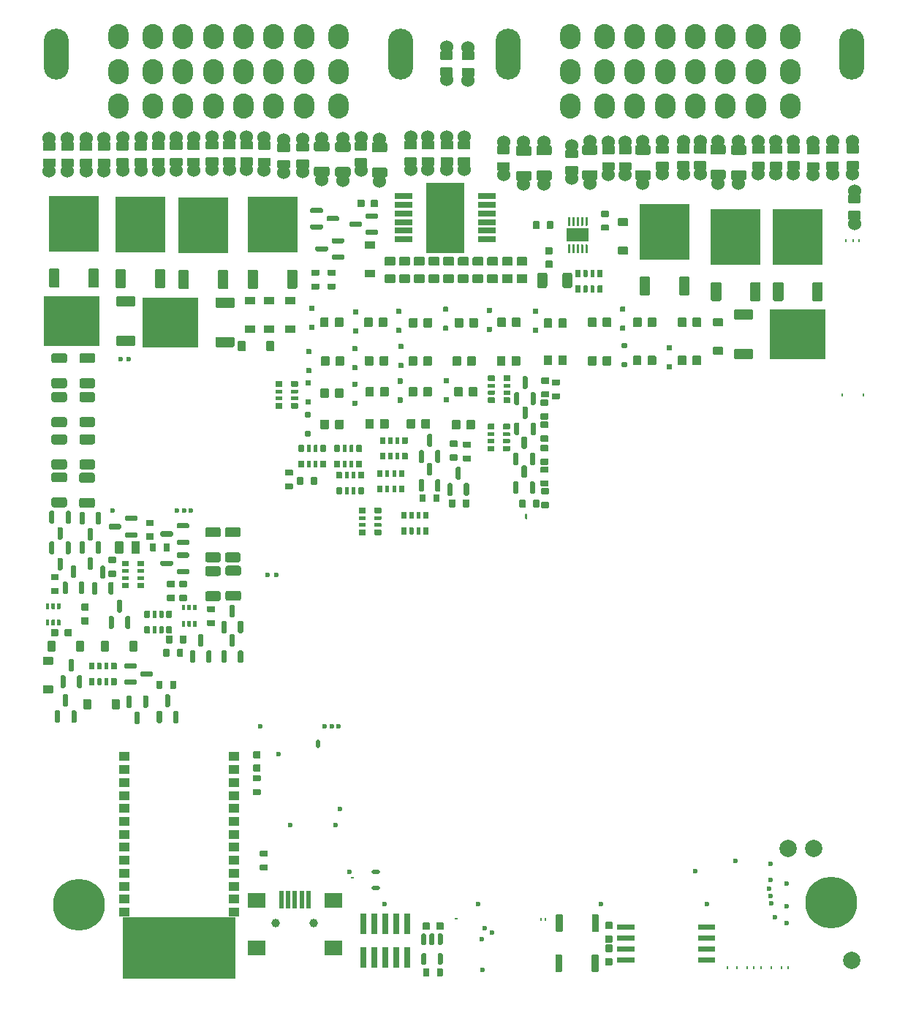
<source format=gts>
G04 #@! TF.GenerationSoftware,KiCad,Pcbnew,(6.0.1)*
G04 #@! TF.CreationDate,2022-09-05T21:28:12+03:00*
G04 #@! TF.ProjectId,alphax_4ch,616c7068-6178-45f3-9463-682e6b696361,a*
G04 #@! TF.SameCoordinates,PX141f5e0PYa2cace0*
G04 #@! TF.FileFunction,Soldermask,Top*
G04 #@! TF.FilePolarity,Negative*
%FSLAX46Y46*%
G04 Gerber Fmt 4.6, Leading zero omitted, Abs format (unit mm)*
G04 Created by KiCad (PCBNEW (6.0.1)) date 2022-09-05 21:28:12*
%MOMM*%
%LPD*%
G01*
G04 APERTURE LIST*
%ADD10C,0.120000*%
%ADD11O,0.200000X0.399999*%
%ADD12C,0.599999*%
%ADD13C,1.524000*%
%ADD14C,6.000000*%
%ADD15C,2.000000*%
%ADD16R,5.800000X6.400000*%
%ADD17O,2.900000X5.900000*%
%ADD18O,2.400000X2.900000*%
%ADD19C,1.000000*%
%ADD20R,0.500000X2.000000*%
%ADD21R,2.000000X1.700000*%
%ADD22R,6.400000X5.800000*%
%ADD23R,2.000000X0.650000*%
%ADD24R,4.500000X8.100000*%
%ADD25O,0.250000X0.499999*%
%ADD26O,0.499999X0.250000*%
%ADD27O,0.499999X1.000001*%
%ADD28O,0.499999X0.200000*%
%ADD29R,2.600000X1.500000*%
%ADD30R,1.300000X1.000000*%
%ADD31O,1.000001X0.499999*%
%ADD32R,0.740000X2.400000*%
G04 APERTURE END LIST*
D10*
G04 #@! TO.C,U4*
X9850000Y200000D02*
X9850000Y7200000D01*
X9850000Y7200000D02*
X22850000Y7200000D01*
X22850000Y7200000D02*
X22850000Y200000D01*
X22850000Y200000D02*
X9850000Y200000D01*
G36*
X22850000Y200000D02*
G01*
X9850000Y200000D01*
X9850000Y7200000D01*
X22850000Y7200000D01*
X22850000Y200000D01*
G37*
X22850000Y200000D02*
X9850000Y200000D01*
X9850000Y7200000D01*
X22850000Y7200000D01*
X22850000Y200000D01*
G04 #@! TD*
D11*
G04 #@! TO.C,M4*
X86904837Y1375379D03*
X86144858Y1375379D03*
X84969865Y1375379D03*
X83794878Y1375379D03*
X82954966Y1375379D03*
X82204894Y1375379D03*
X81029883Y1375379D03*
X79854886Y1375379D03*
D12*
X84894889Y11474986D03*
X86729899Y11049978D03*
X84679891Y10499981D03*
X84894886Y9625022D03*
X84969893Y8774999D03*
X86729899Y8449983D03*
X85419899Y7150016D03*
X86729899Y6499999D03*
X80804884Y13675002D03*
X84879890Y13375000D03*
G04 #@! TD*
G04 #@! TO.C,D53*
G36*
G01*
X25110000Y74805000D02*
X24090000Y74805000D01*
G75*
G02*
X24000000Y74895000I0J90000D01*
G01*
X24000000Y75615000D01*
G75*
G02*
X24090000Y75705000I90000J0D01*
G01*
X25110000Y75705000D01*
G75*
G02*
X25200000Y75615000I0J-90000D01*
G01*
X25200000Y74895000D01*
G75*
G02*
X25110000Y74805000I-90000J0D01*
G01*
G37*
G36*
G01*
X25110000Y78105000D02*
X24090000Y78105000D01*
G75*
G02*
X24000000Y78195000I0J90000D01*
G01*
X24000000Y78915000D01*
G75*
G02*
X24090000Y79005000I90000J0D01*
G01*
X25110000Y79005000D01*
G75*
G02*
X25200000Y78915000I0J-90000D01*
G01*
X25200000Y78195000D01*
G75*
G02*
X25110000Y78105000I-90000J0D01*
G01*
G37*
G04 #@! TD*
G04 #@! TO.C,R8*
G36*
G01*
X77375000Y93699999D02*
X76125000Y93699999D01*
G75*
G02*
X76025000Y93799999I0J100000D01*
G01*
X76025000Y94599999D01*
G75*
G02*
X76125000Y94699999I100000J0D01*
G01*
X77375000Y94699999D01*
G75*
G02*
X77475000Y94599999I0J-100000D01*
G01*
X77475000Y93799999D01*
G75*
G02*
X77375000Y93699999I-100000J0D01*
G01*
G37*
D13*
X76750000Y93245000D03*
G36*
G01*
X77375000Y95600021D02*
X76125000Y95600021D01*
G75*
G02*
X76025000Y95700021I0J100000D01*
G01*
X76025000Y96500021D01*
G75*
G02*
X76125000Y96600021I100000J0D01*
G01*
X77375000Y96600021D01*
G75*
G02*
X77475000Y96500021I0J-100000D01*
G01*
X77475000Y95700021D01*
G75*
G02*
X77375000Y95600021I-100000J0D01*
G01*
G37*
X76750000Y97055000D03*
G04 #@! TD*
G04 #@! TO.C,C18*
G36*
G01*
X66490000Y4224999D02*
X65810000Y4224999D01*
G75*
G02*
X65725000Y4309999I0J85000D01*
G01*
X65725000Y4989999D01*
G75*
G02*
X65810000Y5074999I85000J0D01*
G01*
X66490000Y5074999D01*
G75*
G02*
X66575000Y4989999I0J-85000D01*
G01*
X66575000Y4309999D01*
G75*
G02*
X66490000Y4224999I-85000J0D01*
G01*
G37*
G36*
G01*
X66490000Y5805001D02*
X65810000Y5805001D01*
G75*
G02*
X65725000Y5890001I0J85000D01*
G01*
X65725000Y6570001D01*
G75*
G02*
X65810000Y6655001I85000J0D01*
G01*
X66490000Y6655001D01*
G75*
G02*
X66575000Y6570001I0J-85000D01*
G01*
X66575000Y5890001D01*
G75*
G02*
X66490000Y5805001I-85000J0D01*
G01*
G37*
G04 #@! TD*
G04 #@! TO.C,R29*
G36*
G01*
X12610000Y53200010D02*
X13390000Y53200010D01*
G75*
G02*
X13460000Y53130010I0J-70000D01*
G01*
X13460000Y52570010D01*
G75*
G02*
X13390000Y52500010I-70000J0D01*
G01*
X12610000Y52500010D01*
G75*
G02*
X12540000Y52570010I0J70000D01*
G01*
X12540000Y53130010D01*
G75*
G02*
X12610000Y53200010I70000J0D01*
G01*
G37*
G36*
G01*
X12610000Y51600010D02*
X13390000Y51600010D01*
G75*
G02*
X13460000Y51530010I0J-70000D01*
G01*
X13460000Y50970010D01*
G75*
G02*
X13390000Y50900010I-70000J0D01*
G01*
X12610000Y50900010D01*
G75*
G02*
X12540000Y50970010I0J70000D01*
G01*
X12540000Y51530010D01*
G75*
G02*
X12610000Y51600010I70000J0D01*
G01*
G37*
G04 #@! TD*
G04 #@! TO.C,R90*
G36*
G01*
X25810000Y14900000D02*
X26590000Y14900000D01*
G75*
G02*
X26660000Y14830000I0J-70000D01*
G01*
X26660000Y14270000D01*
G75*
G02*
X26590000Y14200000I-70000J0D01*
G01*
X25810000Y14200000D01*
G75*
G02*
X25740000Y14270000I0J70000D01*
G01*
X25740000Y14830000D01*
G75*
G02*
X25810000Y14900000I70000J0D01*
G01*
G37*
G36*
G01*
X25810000Y13300000D02*
X26590000Y13300000D01*
G75*
G02*
X26660000Y13230000I0J-70000D01*
G01*
X26660000Y12670000D01*
G75*
G02*
X26590000Y12600000I-70000J0D01*
G01*
X25810000Y12600000D01*
G75*
G02*
X25740000Y12670000I0J70000D01*
G01*
X25740000Y13230000D01*
G75*
G02*
X25810000Y13300000I70000J0D01*
G01*
G37*
G04 #@! TD*
G04 #@! TO.C,R2*
G36*
G01*
X34600000Y56215000D02*
X34600000Y56885000D01*
G75*
G02*
X34665000Y56950000I65000J0D01*
G01*
X35185000Y56950000D01*
G75*
G02*
X35250000Y56885000I0J-65000D01*
G01*
X35250000Y56215000D01*
G75*
G02*
X35185000Y56150000I-65000J0D01*
G01*
X34665000Y56150000D01*
G75*
G02*
X34600000Y56215000I0J65000D01*
G01*
G37*
G36*
G01*
X35575000Y56195000D02*
X35575000Y56905000D01*
G75*
G02*
X35620000Y56950000I45000J0D01*
G01*
X35980000Y56950000D01*
G75*
G02*
X36025000Y56905000I0J-45000D01*
G01*
X36025000Y56195000D01*
G75*
G02*
X35980000Y56150000I-45000J0D01*
G01*
X35620000Y56150000D01*
G75*
G02*
X35575000Y56195000I0J45000D01*
G01*
G37*
G36*
G01*
X36375000Y56195000D02*
X36375000Y56905000D01*
G75*
G02*
X36420000Y56950000I45000J0D01*
G01*
X36780000Y56950000D01*
G75*
G02*
X36825000Y56905000I0J-45000D01*
G01*
X36825000Y56195000D01*
G75*
G02*
X36780000Y56150000I-45000J0D01*
G01*
X36420000Y56150000D01*
G75*
G02*
X36375000Y56195000I0J45000D01*
G01*
G37*
G36*
G01*
X37150000Y56215000D02*
X37150000Y56885000D01*
G75*
G02*
X37215000Y56950000I65000J0D01*
G01*
X37735000Y56950000D01*
G75*
G02*
X37800000Y56885000I0J-65000D01*
G01*
X37800000Y56215000D01*
G75*
G02*
X37735000Y56150000I-65000J0D01*
G01*
X37215000Y56150000D01*
G75*
G02*
X37150000Y56215000I0J65000D01*
G01*
G37*
G36*
G01*
X37150000Y58015000D02*
X37150000Y58685000D01*
G75*
G02*
X37215000Y58750000I65000J0D01*
G01*
X37735000Y58750000D01*
G75*
G02*
X37800000Y58685000I0J-65000D01*
G01*
X37800000Y58015000D01*
G75*
G02*
X37735000Y57950000I-65000J0D01*
G01*
X37215000Y57950000D01*
G75*
G02*
X37150000Y58015000I0J65000D01*
G01*
G37*
G36*
G01*
X36375000Y57995000D02*
X36375000Y58705000D01*
G75*
G02*
X36420000Y58750000I45000J0D01*
G01*
X36780000Y58750000D01*
G75*
G02*
X36825000Y58705000I0J-45000D01*
G01*
X36825000Y57995000D01*
G75*
G02*
X36780000Y57950000I-45000J0D01*
G01*
X36420000Y57950000D01*
G75*
G02*
X36375000Y57995000I0J45000D01*
G01*
G37*
G36*
G01*
X35575000Y57995000D02*
X35575000Y58705000D01*
G75*
G02*
X35620000Y58750000I45000J0D01*
G01*
X35980000Y58750000D01*
G75*
G02*
X36025000Y58705000I0J-45000D01*
G01*
X36025000Y57995000D01*
G75*
G02*
X35980000Y57950000I-45000J0D01*
G01*
X35620000Y57950000D01*
G75*
G02*
X35575000Y57995000I0J45000D01*
G01*
G37*
G36*
G01*
X34600000Y58015000D02*
X34600000Y58685000D01*
G75*
G02*
X34665000Y58750000I65000J0D01*
G01*
X35185000Y58750000D01*
G75*
G02*
X35250000Y58685000I0J-65000D01*
G01*
X35250000Y58015000D01*
G75*
G02*
X35185000Y57950000I-65000J0D01*
G01*
X34665000Y57950000D01*
G75*
G02*
X34600000Y58015000I0J65000D01*
G01*
G37*
G04 #@! TD*
G04 #@! TO.C,D36*
G36*
G01*
X50649999Y64649998D02*
X50649999Y63749998D01*
G75*
G02*
X50549999Y63649998I-100000J0D01*
G01*
X49749999Y63649998D01*
G75*
G02*
X49649999Y63749998I0J100000D01*
G01*
X49649999Y64649998D01*
G75*
G02*
X49749999Y64749998I100000J0D01*
G01*
X50549999Y64749998D01*
G75*
G02*
X50649999Y64649998I0J-100000D01*
G01*
G37*
G36*
G01*
X48949999Y64649998D02*
X48949999Y63749998D01*
G75*
G02*
X48849999Y63649998I-100000J0D01*
G01*
X48049999Y63649998D01*
G75*
G02*
X47949999Y63749998I0J100000D01*
G01*
X47949999Y64649998D01*
G75*
G02*
X48049999Y64749998I100000J0D01*
G01*
X48849999Y64749998D01*
G75*
G02*
X48949999Y64649998I0J-100000D01*
G01*
G37*
G04 #@! TD*
G04 #@! TO.C,R4*
G36*
G01*
X54685000Y66700000D02*
X54015000Y66700000D01*
G75*
G02*
X53950000Y66765000I0J65000D01*
G01*
X53950000Y67285000D01*
G75*
G02*
X54015000Y67350000I65000J0D01*
G01*
X54685000Y67350000D01*
G75*
G02*
X54750000Y67285000I0J-65000D01*
G01*
X54750000Y66765000D01*
G75*
G02*
X54685000Y66700000I-65000J0D01*
G01*
G37*
G36*
G01*
X54705000Y67675000D02*
X53995000Y67675000D01*
G75*
G02*
X53950000Y67720000I0J45000D01*
G01*
X53950000Y68080000D01*
G75*
G02*
X53995000Y68125000I45000J0D01*
G01*
X54705000Y68125000D01*
G75*
G02*
X54750000Y68080000I0J-45000D01*
G01*
X54750000Y67720000D01*
G75*
G02*
X54705000Y67675000I-45000J0D01*
G01*
G37*
G36*
G01*
X54705000Y68475000D02*
X53995000Y68475000D01*
G75*
G02*
X53950000Y68520000I0J45000D01*
G01*
X53950000Y68880000D01*
G75*
G02*
X53995000Y68925000I45000J0D01*
G01*
X54705000Y68925000D01*
G75*
G02*
X54750000Y68880000I0J-45000D01*
G01*
X54750000Y68520000D01*
G75*
G02*
X54705000Y68475000I-45000J0D01*
G01*
G37*
G36*
G01*
X54685000Y69250000D02*
X54015000Y69250000D01*
G75*
G02*
X53950000Y69315000I0J65000D01*
G01*
X53950000Y69835000D01*
G75*
G02*
X54015000Y69900000I65000J0D01*
G01*
X54685000Y69900000D01*
G75*
G02*
X54750000Y69835000I0J-65000D01*
G01*
X54750000Y69315000D01*
G75*
G02*
X54685000Y69250000I-65000J0D01*
G01*
G37*
G36*
G01*
X52885000Y69250000D02*
X52215000Y69250000D01*
G75*
G02*
X52150000Y69315000I0J65000D01*
G01*
X52150000Y69835000D01*
G75*
G02*
X52215000Y69900000I65000J0D01*
G01*
X52885000Y69900000D01*
G75*
G02*
X52950000Y69835000I0J-65000D01*
G01*
X52950000Y69315000D01*
G75*
G02*
X52885000Y69250000I-65000J0D01*
G01*
G37*
G36*
G01*
X52905000Y68475000D02*
X52195000Y68475000D01*
G75*
G02*
X52150000Y68520000I0J45000D01*
G01*
X52150000Y68880000D01*
G75*
G02*
X52195000Y68925000I45000J0D01*
G01*
X52905000Y68925000D01*
G75*
G02*
X52950000Y68880000I0J-45000D01*
G01*
X52950000Y68520000D01*
G75*
G02*
X52905000Y68475000I-45000J0D01*
G01*
G37*
G36*
G01*
X52905000Y67675000D02*
X52195000Y67675000D01*
G75*
G02*
X52150000Y67720000I0J45000D01*
G01*
X52150000Y68080000D01*
G75*
G02*
X52195000Y68125000I45000J0D01*
G01*
X52905000Y68125000D01*
G75*
G02*
X52950000Y68080000I0J-45000D01*
G01*
X52950000Y67720000D01*
G75*
G02*
X52905000Y67675000I-45000J0D01*
G01*
G37*
G36*
G01*
X52885000Y66700000D02*
X52215000Y66700000D01*
G75*
G02*
X52150000Y66765000I0J65000D01*
G01*
X52150000Y67285000D01*
G75*
G02*
X52215000Y67350000I65000J0D01*
G01*
X52885000Y67350000D01*
G75*
G02*
X52950000Y67285000I0J-65000D01*
G01*
X52950000Y66765000D01*
G75*
G02*
X52885000Y66700000I-65000J0D01*
G01*
G37*
G04 #@! TD*
G04 #@! TO.C,D30*
G36*
G01*
X67450000Y75111499D02*
X67450000Y75591499D01*
G75*
G02*
X67510000Y75651499I60000J0D01*
G01*
X67990000Y75651499D01*
G75*
G02*
X68050000Y75591499I0J-60000D01*
G01*
X68050000Y75111499D01*
G75*
G02*
X67990000Y75051499I-60000J0D01*
G01*
X67510000Y75051499D01*
G75*
G02*
X67450000Y75111499I0J60000D01*
G01*
G37*
G36*
G01*
X67450000Y77311499D02*
X67450000Y77791499D01*
G75*
G02*
X67510000Y77851499I60000J0D01*
G01*
X67990000Y77851499D01*
G75*
G02*
X68050000Y77791499I0J-60000D01*
G01*
X68050000Y77311499D01*
G75*
G02*
X67990000Y77251499I-60000J0D01*
G01*
X67510000Y77251499D01*
G75*
G02*
X67450000Y77311499I0J60000D01*
G01*
G37*
G04 #@! TD*
G04 #@! TO.C,C3*
G36*
G01*
X25060000Y26435001D02*
X25740000Y26435001D01*
G75*
G02*
X25825000Y26350001I0J-85000D01*
G01*
X25825000Y25670001D01*
G75*
G02*
X25740000Y25585001I-85000J0D01*
G01*
X25060000Y25585001D01*
G75*
G02*
X24975000Y25670001I0J85000D01*
G01*
X24975000Y26350001D01*
G75*
G02*
X25060000Y26435001I85000J0D01*
G01*
G37*
G36*
G01*
X25060000Y24854999D02*
X25740000Y24854999D01*
G75*
G02*
X25825000Y24769999I0J-85000D01*
G01*
X25825000Y24089999D01*
G75*
G02*
X25740000Y24004999I-85000J0D01*
G01*
X25060000Y24004999D01*
G75*
G02*
X24975000Y24089999I0J85000D01*
G01*
X24975000Y24769999D01*
G75*
G02*
X25060000Y24854999I85000J0D01*
G01*
G37*
G04 #@! TD*
G04 #@! TO.C,D46*
G36*
G01*
X31650000Y69290000D02*
X31650000Y68810000D01*
G75*
G02*
X31590000Y68750000I-60000J0D01*
G01*
X31110000Y68750000D01*
G75*
G02*
X31050000Y68810000I0J60000D01*
G01*
X31050000Y69290000D01*
G75*
G02*
X31110000Y69350000I60000J0D01*
G01*
X31590000Y69350000D01*
G75*
G02*
X31650000Y69290000I0J-60000D01*
G01*
G37*
G36*
G01*
X31650000Y67090000D02*
X31650000Y66610000D01*
G75*
G02*
X31590000Y66550000I-60000J0D01*
G01*
X31110000Y66550000D01*
G75*
G02*
X31050000Y66610000I0J60000D01*
G01*
X31050000Y67090000D01*
G75*
G02*
X31110000Y67150000I60000J0D01*
G01*
X31590000Y67150000D01*
G75*
G02*
X31650000Y67090000I0J-60000D01*
G01*
G37*
G04 #@! TD*
G04 #@! TO.C,R87*
G36*
G01*
X58310000Y61850000D02*
X59090000Y61850000D01*
G75*
G02*
X59160000Y61780000I0J-70000D01*
G01*
X59160000Y61220000D01*
G75*
G02*
X59090000Y61150000I-70000J0D01*
G01*
X58310000Y61150000D01*
G75*
G02*
X58240000Y61220000I0J70000D01*
G01*
X58240000Y61780000D01*
G75*
G02*
X58310000Y61850000I70000J0D01*
G01*
G37*
G36*
G01*
X58310000Y60250000D02*
X59090000Y60250000D01*
G75*
G02*
X59160000Y60180000I0J-70000D01*
G01*
X59160000Y59620000D01*
G75*
G02*
X59090000Y59550000I-70000J0D01*
G01*
X58310000Y59550000D01*
G75*
G02*
X58240000Y59620000I0J70000D01*
G01*
X58240000Y60180000D01*
G75*
G02*
X58310000Y60250000I70000J0D01*
G01*
G37*
G04 #@! TD*
G04 #@! TO.C,R93*
G36*
G01*
X17200000Y39740000D02*
X17200000Y38960000D01*
G75*
G02*
X17130000Y38890000I-70000J0D01*
G01*
X16570000Y38890000D01*
G75*
G02*
X16500000Y38960000I0J70000D01*
G01*
X16500000Y39740000D01*
G75*
G02*
X16570000Y39810000I70000J0D01*
G01*
X17130000Y39810000D01*
G75*
G02*
X17200000Y39740000I0J-70000D01*
G01*
G37*
G36*
G01*
X15600000Y39740000D02*
X15600000Y38960000D01*
G75*
G02*
X15530000Y38890000I-70000J0D01*
G01*
X14970000Y38890000D01*
G75*
G02*
X14900000Y38960000I0J70000D01*
G01*
X14900000Y39740000D01*
G75*
G02*
X14970000Y39810000I70000J0D01*
G01*
X15530000Y39810000D01*
G75*
G02*
X15600000Y39740000I0J-70000D01*
G01*
G37*
G04 #@! TD*
G04 #@! TO.C,R95*
G36*
G01*
X33660000Y82150000D02*
X34440000Y82150000D01*
G75*
G02*
X34510000Y82080000I0J-70000D01*
G01*
X34510000Y81520000D01*
G75*
G02*
X34440000Y81450000I-70000J0D01*
G01*
X33660000Y81450000D01*
G75*
G02*
X33590000Y81520000I0J70000D01*
G01*
X33590000Y82080000D01*
G75*
G02*
X33660000Y82150000I70000J0D01*
G01*
G37*
G36*
G01*
X33660000Y80550000D02*
X34440000Y80550000D01*
G75*
G02*
X34510000Y80480000I0J-70000D01*
G01*
X34510000Y79920000D01*
G75*
G02*
X34440000Y79850000I-70000J0D01*
G01*
X33660000Y79850000D01*
G75*
G02*
X33590000Y79920000I0J70000D01*
G01*
X33590000Y80480000D01*
G75*
G02*
X33660000Y80550000I70000J0D01*
G01*
G37*
G04 #@! TD*
D14*
G04 #@! TO.C,J8*
X4803000Y8619000D03*
G04 #@! TD*
G04 #@! TO.C,D34*
G36*
G01*
X40649999Y64749998D02*
X40649999Y63849998D01*
G75*
G02*
X40549999Y63749998I-100000J0D01*
G01*
X39749999Y63749998D01*
G75*
G02*
X39649999Y63849998I0J100000D01*
G01*
X39649999Y64749998D01*
G75*
G02*
X39749999Y64849998I100000J0D01*
G01*
X40549999Y64849998D01*
G75*
G02*
X40649999Y64749998I0J-100000D01*
G01*
G37*
G36*
G01*
X38949999Y64749998D02*
X38949999Y63849998D01*
G75*
G02*
X38849999Y63749998I-100000J0D01*
G01*
X38049999Y63749998D01*
G75*
G02*
X37949999Y63849998I0J100000D01*
G01*
X37949999Y64749998D01*
G75*
G02*
X38049999Y64849998I100000J0D01*
G01*
X38849999Y64849998D01*
G75*
G02*
X38949999Y64749998I0J-100000D01*
G01*
G37*
G04 #@! TD*
D13*
G04 #@! TO.C,R59*
X45200000Y97505000D03*
G36*
G01*
X44575000Y97050001D02*
X45825000Y97050001D01*
G75*
G02*
X45925000Y96950001I0J-100000D01*
G01*
X45925000Y96150001D01*
G75*
G02*
X45825000Y96050001I-100000J0D01*
G01*
X44575000Y96050001D01*
G75*
G02*
X44475000Y96150001I0J100000D01*
G01*
X44475000Y96950001D01*
G75*
G02*
X44575000Y97050001I100000J0D01*
G01*
G37*
X45200000Y93695000D03*
G36*
G01*
X44575000Y95149979D02*
X45825000Y95149979D01*
G75*
G02*
X45925000Y95049979I0J-100000D01*
G01*
X45925000Y94249979D01*
G75*
G02*
X45825000Y94149979I-100000J0D01*
G01*
X44575000Y94149979D01*
G75*
G02*
X44475000Y94249979I0J100000D01*
G01*
X44475000Y95049979D01*
G75*
G02*
X44575000Y95149979I100000J0D01*
G01*
G37*
G04 #@! TD*
G04 #@! TO.C,R9*
X74800000Y93245000D03*
G36*
G01*
X75425000Y93699999D02*
X74175000Y93699999D01*
G75*
G02*
X74075000Y93799999I0J100000D01*
G01*
X74075000Y94599999D01*
G75*
G02*
X74175000Y94699999I100000J0D01*
G01*
X75425000Y94699999D01*
G75*
G02*
X75525000Y94599999I0J-100000D01*
G01*
X75525000Y93799999D01*
G75*
G02*
X75425000Y93699999I-100000J0D01*
G01*
G37*
X74800000Y97055000D03*
G36*
G01*
X75425000Y95600021D02*
X74175000Y95600021D01*
G75*
G02*
X74075000Y95700021I0J100000D01*
G01*
X74075000Y96500021D01*
G75*
G02*
X74175000Y96600021I100000J0D01*
G01*
X75425000Y96600021D01*
G75*
G02*
X75525000Y96500021I0J-100000D01*
G01*
X75525000Y95700021D01*
G75*
G02*
X75425000Y95600021I-100000J0D01*
G01*
G37*
G04 #@! TD*
G04 #@! TO.C,R68*
G36*
G01*
X24825000Y94149999D02*
X23575000Y94149999D01*
G75*
G02*
X23475000Y94249999I0J100000D01*
G01*
X23475000Y95049999D01*
G75*
G02*
X23575000Y95149999I100000J0D01*
G01*
X24825000Y95149999D01*
G75*
G02*
X24925000Y95049999I0J-100000D01*
G01*
X24925000Y94249999D01*
G75*
G02*
X24825000Y94149999I-100000J0D01*
G01*
G37*
X24200000Y93695000D03*
X24200000Y97505000D03*
G36*
G01*
X24825000Y96050021D02*
X23575000Y96050021D01*
G75*
G02*
X23475000Y96150021I0J100000D01*
G01*
X23475000Y96950021D01*
G75*
G02*
X23575000Y97050021I100000J0D01*
G01*
X24825000Y97050021D01*
G75*
G02*
X24925000Y96950021I0J-100000D01*
G01*
X24925000Y96150021D01*
G75*
G02*
X24825000Y96050021I-100000J0D01*
G01*
G37*
G04 #@! TD*
G04 #@! TO.C,R21*
G36*
G01*
X3400000Y59945000D02*
X3400000Y59255000D01*
G75*
G02*
X3170000Y59025000I-230000J0D01*
G01*
X1830000Y59025000D01*
G75*
G02*
X1600000Y59255000I0J230000D01*
G01*
X1600000Y59945000D01*
G75*
G02*
X1830000Y60175000I230000J0D01*
G01*
X3170000Y60175000D01*
G75*
G02*
X3400000Y59945000I0J-230000D01*
G01*
G37*
G36*
G01*
X3400000Y62845020D02*
X3400000Y62155020D01*
G75*
G02*
X3170000Y61925020I-230000J0D01*
G01*
X1830000Y61925020D01*
G75*
G02*
X1600000Y62155020I0J230000D01*
G01*
X1600000Y62845020D01*
G75*
G02*
X1830000Y63075020I230000J0D01*
G01*
X3170000Y63075020D01*
G75*
G02*
X3400000Y62845020I0J-230000D01*
G01*
G37*
G04 #@! TD*
D15*
G04 #@! TO.C,J5*
X89900000Y15110000D03*
G04 #@! TD*
G04 #@! TO.C,R82*
G36*
G01*
X58410000Y69650000D02*
X59190000Y69650000D01*
G75*
G02*
X59260000Y69580000I0J-70000D01*
G01*
X59260000Y69020000D01*
G75*
G02*
X59190000Y68950000I-70000J0D01*
G01*
X58410000Y68950000D01*
G75*
G02*
X58340000Y69020000I0J70000D01*
G01*
X58340000Y69580000D01*
G75*
G02*
X58410000Y69650000I70000J0D01*
G01*
G37*
G36*
G01*
X58410000Y68050000D02*
X59190000Y68050000D01*
G75*
G02*
X59260000Y67980000I0J-70000D01*
G01*
X59260000Y67420000D01*
G75*
G02*
X59190000Y67350000I-70000J0D01*
G01*
X58410000Y67350000D01*
G75*
G02*
X58340000Y67420000I0J70000D01*
G01*
X58340000Y67980000D01*
G75*
G02*
X58410000Y68050000I70000J0D01*
G01*
G37*
G04 #@! TD*
G04 #@! TO.C,D49*
G36*
G01*
X31575000Y88850000D02*
X31575000Y89150000D01*
G75*
G02*
X31725000Y89300000I150000J0D01*
G01*
X32900000Y89300000D01*
G75*
G02*
X33050000Y89150000I0J-150000D01*
G01*
X33050000Y88850000D01*
G75*
G02*
X32900000Y88700000I-150000J0D01*
G01*
X31725000Y88700000D01*
G75*
G02*
X31575000Y88850000I0J150000D01*
G01*
G37*
G36*
G01*
X33450000Y87900000D02*
X33450000Y88200000D01*
G75*
G02*
X33600000Y88350000I150000J0D01*
G01*
X34775000Y88350000D01*
G75*
G02*
X34925000Y88200000I0J-150000D01*
G01*
X34925000Y87900000D01*
G75*
G02*
X34775000Y87750000I-150000J0D01*
G01*
X33600000Y87750000D01*
G75*
G02*
X33450000Y87900000I0J150000D01*
G01*
G37*
G36*
G01*
X31575000Y86950000D02*
X31575000Y87250000D01*
G75*
G02*
X31725000Y87400000I150000J0D01*
G01*
X32900000Y87400000D01*
G75*
G02*
X33050000Y87250000I0J-150000D01*
G01*
X33050000Y86950000D01*
G75*
G02*
X32900000Y86800000I-150000J0D01*
G01*
X31725000Y86800000D01*
G75*
G02*
X31575000Y86950000I0J150000D01*
G01*
G37*
G04 #@! TD*
D13*
G04 #@! TO.C,F4*
X63950000Y97000000D03*
G36*
G01*
X63050000Y95655010D02*
X63050000Y96345010D01*
G75*
G02*
X63280000Y96575010I230000J0D01*
G01*
X64620000Y96575010D01*
G75*
G02*
X64850000Y96345010I0J-230000D01*
G01*
X64850000Y95655010D01*
G75*
G02*
X64620000Y95425010I-230000J0D01*
G01*
X63280000Y95425010D01*
G75*
G02*
X63050000Y95655010I0J230000D01*
G01*
G37*
X63950000Y92100000D03*
G36*
G01*
X63050000Y92754990D02*
X63050000Y93444990D01*
G75*
G02*
X63280000Y93674990I230000J0D01*
G01*
X64620000Y93674990D01*
G75*
G02*
X64850000Y93444990I0J-230000D01*
G01*
X64850000Y92754990D01*
G75*
G02*
X64620000Y92524990I-230000J0D01*
G01*
X63280000Y92524990D01*
G75*
G02*
X63050000Y92754990I0J230000D01*
G01*
G37*
G04 #@! TD*
G04 #@! TO.C,Q13*
G36*
G01*
X47910000Y55975000D02*
X47610000Y55975000D01*
G75*
G02*
X47460000Y56125000I0J150000D01*
G01*
X47460000Y57300000D01*
G75*
G02*
X47610000Y57450000I150000J0D01*
G01*
X47910000Y57450000D01*
G75*
G02*
X48060000Y57300000I0J-150000D01*
G01*
X48060000Y56125000D01*
G75*
G02*
X47910000Y55975000I-150000J0D01*
G01*
G37*
G36*
G01*
X48860000Y57850000D02*
X48560000Y57850000D01*
G75*
G02*
X48410000Y58000000I0J150000D01*
G01*
X48410000Y59175000D01*
G75*
G02*
X48560000Y59325000I150000J0D01*
G01*
X48860000Y59325000D01*
G75*
G02*
X49010000Y59175000I0J-150000D01*
G01*
X49010000Y58000000D01*
G75*
G02*
X48860000Y57850000I-150000J0D01*
G01*
G37*
G36*
G01*
X49810000Y55975000D02*
X49510000Y55975000D01*
G75*
G02*
X49360000Y56125000I0J150000D01*
G01*
X49360000Y57300000D01*
G75*
G02*
X49510000Y57450000I150000J0D01*
G01*
X49810000Y57450000D01*
G75*
G02*
X49960000Y57300000I0J-150000D01*
G01*
X49960000Y56125000D01*
G75*
G02*
X49810000Y55975000I-150000J0D01*
G01*
G37*
G04 #@! TD*
G04 #@! TO.C,R91*
X94580000Y87485000D03*
G36*
G01*
X95205000Y87939999D02*
X93955000Y87939999D01*
G75*
G02*
X93855000Y88039999I0J100000D01*
G01*
X93855000Y88839999D01*
G75*
G02*
X93955000Y88939999I100000J0D01*
G01*
X95205000Y88939999D01*
G75*
G02*
X95305000Y88839999I0J-100000D01*
G01*
X95305000Y88039999D01*
G75*
G02*
X95205000Y87939999I-100000J0D01*
G01*
G37*
G36*
G01*
X95205000Y89840021D02*
X93955000Y89840021D01*
G75*
G02*
X93855000Y89940021I0J100000D01*
G01*
X93855000Y90740021D01*
G75*
G02*
X93955000Y90840021I100000J0D01*
G01*
X95205000Y90840021D01*
G75*
G02*
X95305000Y90740021I0J-100000D01*
G01*
X95305000Y89940021D01*
G75*
G02*
X95205000Y89840021I-100000J0D01*
G01*
G37*
X94580000Y91295000D03*
G04 #@! TD*
G04 #@! TO.C,D1*
G36*
G01*
X67650000Y70910000D02*
X67650000Y71390000D01*
G75*
G02*
X67710000Y71450000I60000J0D01*
G01*
X68190000Y71450000D01*
G75*
G02*
X68250000Y71390000I0J-60000D01*
G01*
X68250000Y70910000D01*
G75*
G02*
X68190000Y70850000I-60000J0D01*
G01*
X67710000Y70850000D01*
G75*
G02*
X67650000Y70910000I0J60000D01*
G01*
G37*
G36*
G01*
X67650000Y73110000D02*
X67650000Y73590000D01*
G75*
G02*
X67710000Y73650000I60000J0D01*
G01*
X68190000Y73650000D01*
G75*
G02*
X68250000Y73590000I0J-60000D01*
G01*
X68250000Y73110000D01*
G75*
G02*
X68190000Y73050000I-60000J0D01*
G01*
X67710000Y73050000D01*
G75*
G02*
X67650000Y73110000I0J60000D01*
G01*
G37*
G04 #@! TD*
G04 #@! TO.C,D15*
G36*
G01*
X40499999Y76499998D02*
X40499999Y75599998D01*
G75*
G02*
X40399999Y75499998I-100000J0D01*
G01*
X39599999Y75499998D01*
G75*
G02*
X39499999Y75599998I0J100000D01*
G01*
X39499999Y76499998D01*
G75*
G02*
X39599999Y76599998I100000J0D01*
G01*
X40399999Y76599998D01*
G75*
G02*
X40499999Y76499998I0J-100000D01*
G01*
G37*
G36*
G01*
X38799999Y76499998D02*
X38799999Y75599998D01*
G75*
G02*
X38699999Y75499998I-100000J0D01*
G01*
X37899999Y75499998D01*
G75*
G02*
X37799999Y75599998I0J100000D01*
G01*
X37799999Y76499998D01*
G75*
G02*
X37899999Y76599998I100000J0D01*
G01*
X38699999Y76599998D01*
G75*
G02*
X38799999Y76499998I0J-100000D01*
G01*
G37*
G04 #@! TD*
G04 #@! TO.C,C1*
G36*
G01*
X58860000Y84765001D02*
X59540000Y84765001D01*
G75*
G02*
X59625000Y84680001I0J-85000D01*
G01*
X59625000Y84000001D01*
G75*
G02*
X59540000Y83915001I-85000J0D01*
G01*
X58860000Y83915001D01*
G75*
G02*
X58775000Y84000001I0J85000D01*
G01*
X58775000Y84680001D01*
G75*
G02*
X58860000Y84765001I85000J0D01*
G01*
G37*
G36*
G01*
X58860000Y83184999D02*
X59540000Y83184999D01*
G75*
G02*
X59625000Y83099999I0J-85000D01*
G01*
X59625000Y82419999D01*
G75*
G02*
X59540000Y82334999I-85000J0D01*
G01*
X58860000Y82334999D01*
G75*
G02*
X58775000Y82419999I0J85000D01*
G01*
X58775000Y83099999D01*
G75*
G02*
X58860000Y83184999I85000J0D01*
G01*
G37*
G04 #@! TD*
G04 #@! TO.C,Q29*
G36*
G01*
X25400000Y79950000D02*
X24440000Y79950000D01*
G75*
G02*
X24320000Y80070000I0J120000D01*
G01*
X24320000Y82030000D01*
G75*
G02*
X24440000Y82150000I120000J0D01*
G01*
X25400000Y82150000D01*
G75*
G02*
X25520000Y82030000I0J-120000D01*
G01*
X25520000Y80070000D01*
G75*
G02*
X25400000Y79950000I-120000J0D01*
G01*
G37*
D16*
X27200000Y87350000D03*
G36*
G01*
X29960000Y79950000D02*
X29000000Y79950000D01*
G75*
G02*
X28880000Y80070000I0J120000D01*
G01*
X28880000Y82030000D01*
G75*
G02*
X29000000Y82150000I120000J0D01*
G01*
X29960000Y82150000D01*
G75*
G02*
X30080000Y82030000I0J-120000D01*
G01*
X30080000Y80070000D01*
G75*
G02*
X29960000Y79950000I-120000J0D01*
G01*
G37*
G04 #@! TD*
G04 #@! TO.C,S1*
G36*
G01*
X64950001Y2770000D02*
X64950001Y930000D01*
G75*
G02*
X64870001Y850000I-80000J0D01*
G01*
X64230001Y850000D01*
G75*
G02*
X64150001Y930000I0J80000D01*
G01*
X64150001Y2770000D01*
G75*
G02*
X64230001Y2850000I80000J0D01*
G01*
X64870001Y2850000D01*
G75*
G02*
X64950001Y2770000I0J-80000D01*
G01*
G37*
G36*
G01*
X60750000Y2770000D02*
X60750000Y930000D01*
G75*
G02*
X60670000Y850000I-80000J0D01*
G01*
X60030000Y850000D01*
G75*
G02*
X59950000Y930000I0J80000D01*
G01*
X59950000Y2770000D01*
G75*
G02*
X60030000Y2850000I80000J0D01*
G01*
X60670000Y2850000D01*
G75*
G02*
X60750000Y2770000I0J-80000D01*
G01*
G37*
G04 #@! TD*
G04 #@! TO.C,D6*
G36*
G01*
X41750000Y70810000D02*
X41750000Y71290000D01*
G75*
G02*
X41810000Y71350000I60000J0D01*
G01*
X42290000Y71350000D01*
G75*
G02*
X42350000Y71290000I0J-60000D01*
G01*
X42350000Y70810000D01*
G75*
G02*
X42290000Y70750000I-60000J0D01*
G01*
X41810000Y70750000D01*
G75*
G02*
X41750000Y70810000I0J60000D01*
G01*
G37*
G36*
G01*
X41750000Y73010000D02*
X41750000Y73490000D01*
G75*
G02*
X41810000Y73550000I60000J0D01*
G01*
X42290000Y73550000D01*
G75*
G02*
X42350000Y73490000I0J-60000D01*
G01*
X42350000Y73010000D01*
G75*
G02*
X42290000Y72950000I-60000J0D01*
G01*
X41810000Y72950000D01*
G75*
G02*
X41750000Y73010000I0J60000D01*
G01*
G37*
G04 #@! TD*
G04 #@! TO.C,C4*
G36*
G01*
X47015001Y6490000D02*
X47015001Y5810000D01*
G75*
G02*
X46930001Y5725000I-85000J0D01*
G01*
X46250001Y5725000D01*
G75*
G02*
X46165001Y5810000I0J85000D01*
G01*
X46165001Y6490000D01*
G75*
G02*
X46250001Y6575000I85000J0D01*
G01*
X46930001Y6575000D01*
G75*
G02*
X47015001Y6490000I0J-85000D01*
G01*
G37*
G36*
G01*
X45434999Y6490000D02*
X45434999Y5810000D01*
G75*
G02*
X45349999Y5725000I-85000J0D01*
G01*
X44669999Y5725000D01*
G75*
G02*
X44584999Y5810000I0J85000D01*
G01*
X44584999Y6490000D01*
G75*
G02*
X44669999Y6575000I85000J0D01*
G01*
X45349999Y6575000D01*
G75*
G02*
X45434999Y6490000I0J-85000D01*
G01*
G37*
G04 #@! TD*
G04 #@! TO.C,Q1*
G36*
G01*
X2450000Y29675010D02*
X2150000Y29675010D01*
G75*
G02*
X2000000Y29825010I0J150000D01*
G01*
X2000000Y31000010D01*
G75*
G02*
X2150000Y31150010I150000J0D01*
G01*
X2450000Y31150010D01*
G75*
G02*
X2600000Y31000010I0J-150000D01*
G01*
X2600000Y29825010D01*
G75*
G02*
X2450000Y29675010I-150000J0D01*
G01*
G37*
G36*
G01*
X3400000Y31550010D02*
X3100000Y31550010D01*
G75*
G02*
X2950000Y31700010I0J150000D01*
G01*
X2950000Y32875010D01*
G75*
G02*
X3100000Y33025010I150000J0D01*
G01*
X3400000Y33025010D01*
G75*
G02*
X3550000Y32875010I0J-150000D01*
G01*
X3550000Y31700010D01*
G75*
G02*
X3400000Y31550010I-150000J0D01*
G01*
G37*
G36*
G01*
X4350000Y29675010D02*
X4050000Y29675010D01*
G75*
G02*
X3900000Y29825010I0J150000D01*
G01*
X3900000Y31000010D01*
G75*
G02*
X4050000Y31150010I150000J0D01*
G01*
X4350000Y31150010D01*
G75*
G02*
X4500000Y31000010I0J-150000D01*
G01*
X4500000Y29825010D01*
G75*
G02*
X4350000Y29675010I-150000J0D01*
G01*
G37*
G04 #@! TD*
G04 #@! TO.C,R24*
G36*
G01*
X3400000Y64845000D02*
X3400000Y64155000D01*
G75*
G02*
X3170000Y63925000I-230000J0D01*
G01*
X1830000Y63925000D01*
G75*
G02*
X1600000Y64155000I0J230000D01*
G01*
X1600000Y64845000D01*
G75*
G02*
X1830000Y65075000I230000J0D01*
G01*
X3170000Y65075000D01*
G75*
G02*
X3400000Y64845000I0J-230000D01*
G01*
G37*
G36*
G01*
X3400000Y67745020D02*
X3400000Y67055020D01*
G75*
G02*
X3170000Y66825020I-230000J0D01*
G01*
X1830000Y66825020D01*
G75*
G02*
X1600000Y67055020I0J230000D01*
G01*
X1600000Y67745020D01*
G75*
G02*
X1830000Y67975020I230000J0D01*
G01*
X3170000Y67975020D01*
G75*
G02*
X3400000Y67745020I0J-230000D01*
G01*
G37*
G04 #@! TD*
G04 #@! TO.C,R50*
G36*
G01*
X34350000Y59315000D02*
X34350000Y59985000D01*
G75*
G02*
X34415000Y60050000I65000J0D01*
G01*
X34935000Y60050000D01*
G75*
G02*
X35000000Y59985000I0J-65000D01*
G01*
X35000000Y59315000D01*
G75*
G02*
X34935000Y59250000I-65000J0D01*
G01*
X34415000Y59250000D01*
G75*
G02*
X34350000Y59315000I0J65000D01*
G01*
G37*
G36*
G01*
X35325000Y59295000D02*
X35325000Y60005000D01*
G75*
G02*
X35370000Y60050000I45000J0D01*
G01*
X35730000Y60050000D01*
G75*
G02*
X35775000Y60005000I0J-45000D01*
G01*
X35775000Y59295000D01*
G75*
G02*
X35730000Y59250000I-45000J0D01*
G01*
X35370000Y59250000D01*
G75*
G02*
X35325000Y59295000I0J45000D01*
G01*
G37*
G36*
G01*
X36125000Y59295000D02*
X36125000Y60005000D01*
G75*
G02*
X36170000Y60050000I45000J0D01*
G01*
X36530000Y60050000D01*
G75*
G02*
X36575000Y60005000I0J-45000D01*
G01*
X36575000Y59295000D01*
G75*
G02*
X36530000Y59250000I-45000J0D01*
G01*
X36170000Y59250000D01*
G75*
G02*
X36125000Y59295000I0J45000D01*
G01*
G37*
G36*
G01*
X36900000Y59315000D02*
X36900000Y59985000D01*
G75*
G02*
X36965000Y60050000I65000J0D01*
G01*
X37485000Y60050000D01*
G75*
G02*
X37550000Y59985000I0J-65000D01*
G01*
X37550000Y59315000D01*
G75*
G02*
X37485000Y59250000I-65000J0D01*
G01*
X36965000Y59250000D01*
G75*
G02*
X36900000Y59315000I0J65000D01*
G01*
G37*
G36*
G01*
X36900000Y61115000D02*
X36900000Y61785000D01*
G75*
G02*
X36965000Y61850000I65000J0D01*
G01*
X37485000Y61850000D01*
G75*
G02*
X37550000Y61785000I0J-65000D01*
G01*
X37550000Y61115000D01*
G75*
G02*
X37485000Y61050000I-65000J0D01*
G01*
X36965000Y61050000D01*
G75*
G02*
X36900000Y61115000I0J65000D01*
G01*
G37*
G36*
G01*
X36125000Y61095000D02*
X36125000Y61805000D01*
G75*
G02*
X36170000Y61850000I45000J0D01*
G01*
X36530000Y61850000D01*
G75*
G02*
X36575000Y61805000I0J-45000D01*
G01*
X36575000Y61095000D01*
G75*
G02*
X36530000Y61050000I-45000J0D01*
G01*
X36170000Y61050000D01*
G75*
G02*
X36125000Y61095000I0J45000D01*
G01*
G37*
G36*
G01*
X35325000Y61095000D02*
X35325000Y61805000D01*
G75*
G02*
X35370000Y61850000I45000J0D01*
G01*
X35730000Y61850000D01*
G75*
G02*
X35775000Y61805000I0J-45000D01*
G01*
X35775000Y61095000D01*
G75*
G02*
X35730000Y61050000I-45000J0D01*
G01*
X35370000Y61050000D01*
G75*
G02*
X35325000Y61095000I0J45000D01*
G01*
G37*
G36*
G01*
X34350000Y61115000D02*
X34350000Y61785000D01*
G75*
G02*
X34415000Y61850000I65000J0D01*
G01*
X34935000Y61850000D01*
G75*
G02*
X35000000Y61785000I0J-65000D01*
G01*
X35000000Y61115000D01*
G75*
G02*
X34935000Y61050000I-65000J0D01*
G01*
X34415000Y61050000D01*
G75*
G02*
X34350000Y61115000I0J65000D01*
G01*
G37*
G04 #@! TD*
G04 #@! TO.C,U5*
G36*
G01*
X18040000Y43375000D02*
X18360000Y43375000D01*
G75*
G02*
X18400000Y43335000I0J-40000D01*
G01*
X18400000Y42765000D01*
G75*
G02*
X18360000Y42725000I-40000J0D01*
G01*
X18040000Y42725000D01*
G75*
G02*
X18000000Y42765000I0J40000D01*
G01*
X18000000Y43335000D01*
G75*
G02*
X18040000Y43375000I40000J0D01*
G01*
G37*
G36*
G01*
X17390000Y43375000D02*
X17710000Y43375000D01*
G75*
G02*
X17750000Y43335000I0J-40000D01*
G01*
X17750000Y42765000D01*
G75*
G02*
X17710000Y42725000I-40000J0D01*
G01*
X17390000Y42725000D01*
G75*
G02*
X17350000Y42765000I0J40000D01*
G01*
X17350000Y43335000D01*
G75*
G02*
X17390000Y43375000I40000J0D01*
G01*
G37*
G36*
G01*
X16740000Y43375000D02*
X17060000Y43375000D01*
G75*
G02*
X17100000Y43335000I0J-40000D01*
G01*
X17100000Y42765000D01*
G75*
G02*
X17060000Y42725000I-40000J0D01*
G01*
X16740000Y42725000D01*
G75*
G02*
X16700000Y42765000I0J40000D01*
G01*
X16700000Y43335000D01*
G75*
G02*
X16740000Y43375000I40000J0D01*
G01*
G37*
G36*
G01*
X16740000Y41475000D02*
X17060000Y41475000D01*
G75*
G02*
X17100000Y41435000I0J-40000D01*
G01*
X17100000Y40865000D01*
G75*
G02*
X17060000Y40825000I-40000J0D01*
G01*
X16740000Y40825000D01*
G75*
G02*
X16700000Y40865000I0J40000D01*
G01*
X16700000Y41435000D01*
G75*
G02*
X16740000Y41475000I40000J0D01*
G01*
G37*
G36*
G01*
X17390000Y41475000D02*
X17710000Y41475000D01*
G75*
G02*
X17750000Y41435000I0J-40000D01*
G01*
X17750000Y40865000D01*
G75*
G02*
X17710000Y40825000I-40000J0D01*
G01*
X17390000Y40825000D01*
G75*
G02*
X17350000Y40865000I0J40000D01*
G01*
X17350000Y41435000D01*
G75*
G02*
X17390000Y41475000I40000J0D01*
G01*
G37*
G36*
G01*
X18040000Y41475000D02*
X18360000Y41475000D01*
G75*
G02*
X18400000Y41435000I0J-40000D01*
G01*
X18400000Y40865000D01*
G75*
G02*
X18360000Y40825000I-40000J0D01*
G01*
X18040000Y40825000D01*
G75*
G02*
X18000000Y40865000I0J40000D01*
G01*
X18000000Y41435000D01*
G75*
G02*
X18040000Y41475000I40000J0D01*
G01*
G37*
G04 #@! TD*
G04 #@! TO.C,D28*
G36*
G01*
X5350000Y39060010D02*
X5350000Y38040010D01*
G75*
G02*
X5260000Y37950010I-90000J0D01*
G01*
X4540000Y37950010D01*
G75*
G02*
X4450000Y38040010I0J90000D01*
G01*
X4450000Y39060010D01*
G75*
G02*
X4540000Y39150010I90000J0D01*
G01*
X5260000Y39150010D01*
G75*
G02*
X5350000Y39060010I0J-90000D01*
G01*
G37*
G36*
G01*
X2050000Y39060010D02*
X2050000Y38040010D01*
G75*
G02*
X1960000Y37950010I-90000J0D01*
G01*
X1240000Y37950010D01*
G75*
G02*
X1150000Y38040010I0J90000D01*
G01*
X1150000Y39060010D01*
G75*
G02*
X1240000Y39150010I90000J0D01*
G01*
X1960000Y39150010D01*
G75*
G02*
X2050000Y39060010I0J-90000D01*
G01*
G37*
G04 #@! TD*
G04 #@! TO.C,D12*
G36*
G01*
X61300000Y76400000D02*
X61300000Y75500000D01*
G75*
G02*
X61200000Y75400000I-100000J0D01*
G01*
X60400000Y75400000D01*
G75*
G02*
X60300000Y75500000I0J100000D01*
G01*
X60300000Y76400000D01*
G75*
G02*
X60400000Y76500000I100000J0D01*
G01*
X61200000Y76500000D01*
G75*
G02*
X61300000Y76400000I0J-100000D01*
G01*
G37*
G36*
G01*
X59600000Y76400000D02*
X59600000Y75500000D01*
G75*
G02*
X59500000Y75400000I-100000J0D01*
G01*
X58700000Y75400000D01*
G75*
G02*
X58600000Y75500000I0J100000D01*
G01*
X58600000Y76400000D01*
G75*
G02*
X58700000Y76500000I100000J0D01*
G01*
X59500000Y76500000D01*
G75*
G02*
X59600000Y76400000I0J-100000D01*
G01*
G37*
G04 #@! TD*
D17*
G04 #@! TO.C,P2*
X42000000Y107100000D03*
X2200000Y107100000D03*
D18*
X9350000Y101100000D03*
X13350000Y101100000D03*
X16850000Y101100000D03*
X20350000Y101100000D03*
X23850000Y101100000D03*
X27350000Y101100000D03*
X30850000Y101100000D03*
X34850000Y101100000D03*
X9350000Y105100000D03*
X13350000Y105100000D03*
X16850000Y105100000D03*
X20350000Y105100000D03*
X23850000Y105100000D03*
X27350000Y105100000D03*
X30850000Y105100000D03*
X34850000Y105100000D03*
X9350000Y109100000D03*
X13350000Y109100000D03*
X16850000Y109100000D03*
X20350000Y109100000D03*
X23850000Y109100000D03*
X27350000Y109100000D03*
X30850000Y109100000D03*
X34850000Y109100000D03*
G04 #@! TD*
G04 #@! TO.C,R38*
G36*
G01*
X25760000Y21310000D02*
X24980000Y21310000D01*
G75*
G02*
X24910000Y21380000I0J70000D01*
G01*
X24910000Y21940000D01*
G75*
G02*
X24980000Y22010000I70000J0D01*
G01*
X25760000Y22010000D01*
G75*
G02*
X25830000Y21940000I0J-70000D01*
G01*
X25830000Y21380000D01*
G75*
G02*
X25760000Y21310000I-70000J0D01*
G01*
G37*
G36*
G01*
X25760000Y22910000D02*
X24980000Y22910000D01*
G75*
G02*
X24910000Y22980000I0J70000D01*
G01*
X24910000Y23540000D01*
G75*
G02*
X24980000Y23610000I70000J0D01*
G01*
X25760000Y23610000D01*
G75*
G02*
X25830000Y23540000I0J-70000D01*
G01*
X25830000Y22980000D01*
G75*
G02*
X25760000Y22910000I-70000J0D01*
G01*
G37*
G04 #@! TD*
G04 #@! TO.C,D22*
G36*
G01*
X31587498Y65591499D02*
X31587498Y65111499D01*
G75*
G02*
X31527498Y65051499I-60000J0D01*
G01*
X31047498Y65051499D01*
G75*
G02*
X30987498Y65111499I0J60000D01*
G01*
X30987498Y65591499D01*
G75*
G02*
X31047498Y65651499I60000J0D01*
G01*
X31527498Y65651499D01*
G75*
G02*
X31587498Y65591499I0J-60000D01*
G01*
G37*
G36*
G01*
X31587498Y63391499D02*
X31587498Y62911499D01*
G75*
G02*
X31527498Y62851499I-60000J0D01*
G01*
X31047498Y62851499D01*
G75*
G02*
X30987498Y62911499I0J60000D01*
G01*
X30987498Y63391499D01*
G75*
G02*
X31047498Y63451499I60000J0D01*
G01*
X31527498Y63451499D01*
G75*
G02*
X31587498Y63391499I0J-60000D01*
G01*
G37*
G04 #@! TD*
G04 #@! TO.C,R32*
G36*
G01*
X48590000Y60050000D02*
X47810000Y60050000D01*
G75*
G02*
X47740000Y60120000I0J70000D01*
G01*
X47740000Y60680000D01*
G75*
G02*
X47810000Y60750000I70000J0D01*
G01*
X48590000Y60750000D01*
G75*
G02*
X48660000Y60680000I0J-70000D01*
G01*
X48660000Y60120000D01*
G75*
G02*
X48590000Y60050000I-70000J0D01*
G01*
G37*
G36*
G01*
X48590000Y61650000D02*
X47810000Y61650000D01*
G75*
G02*
X47740000Y61720000I0J70000D01*
G01*
X47740000Y62280000D01*
G75*
G02*
X47810000Y62350000I70000J0D01*
G01*
X48590000Y62350000D01*
G75*
G02*
X48660000Y62280000I0J-70000D01*
G01*
X48660000Y61720000D01*
G75*
G02*
X48590000Y61650000I-70000J0D01*
G01*
G37*
G04 #@! TD*
G04 #@! TO.C,D11*
G36*
G01*
X71649999Y76499998D02*
X71649999Y75599998D01*
G75*
G02*
X71549999Y75499998I-100000J0D01*
G01*
X70749999Y75499998D01*
G75*
G02*
X70649999Y75599998I0J100000D01*
G01*
X70649999Y76499998D01*
G75*
G02*
X70749999Y76599998I100000J0D01*
G01*
X71549999Y76599998D01*
G75*
G02*
X71649999Y76499998I0J-100000D01*
G01*
G37*
G36*
G01*
X69949999Y76499998D02*
X69949999Y75599998D01*
G75*
G02*
X69849999Y75499998I-100000J0D01*
G01*
X69049999Y75499998D01*
G75*
G02*
X68949999Y75599998I0J100000D01*
G01*
X68949999Y76499998D01*
G75*
G02*
X69049999Y76599998I100000J0D01*
G01*
X69849999Y76599998D01*
G75*
G02*
X69949999Y76499998I0J-100000D01*
G01*
G37*
G04 #@! TD*
G04 #@! TO.C,D42*
G36*
G01*
X52000000Y75010000D02*
X52000000Y75490000D01*
G75*
G02*
X52060000Y75550000I60000J0D01*
G01*
X52540000Y75550000D01*
G75*
G02*
X52600000Y75490000I0J-60000D01*
G01*
X52600000Y75010000D01*
G75*
G02*
X52540000Y74950000I-60000J0D01*
G01*
X52060000Y74950000D01*
G75*
G02*
X52000000Y75010000I0J60000D01*
G01*
G37*
G36*
G01*
X52000000Y77210000D02*
X52000000Y77690000D01*
G75*
G02*
X52060000Y77750000I60000J0D01*
G01*
X52540000Y77750000D01*
G75*
G02*
X52600000Y77690000I0J-60000D01*
G01*
X52600000Y77210000D01*
G75*
G02*
X52540000Y77150000I-60000J0D01*
G01*
X52060000Y77150000D01*
G75*
G02*
X52000000Y77210000I0J60000D01*
G01*
G37*
G04 #@! TD*
G04 #@! TO.C,C7*
G36*
G01*
X50475000Y83600000D02*
X51525000Y83600000D01*
G75*
G02*
X51625000Y83500000I0J-100000D01*
G01*
X51625000Y82700000D01*
G75*
G02*
X51525000Y82600000I-100000J0D01*
G01*
X50475000Y82600000D01*
G75*
G02*
X50375000Y82700000I0J100000D01*
G01*
X50375000Y83500000D01*
G75*
G02*
X50475000Y83600000I100000J0D01*
G01*
G37*
G36*
G01*
X50475000Y81600000D02*
X51525000Y81600000D01*
G75*
G02*
X51625000Y81500000I0J-100000D01*
G01*
X51625000Y80700000D01*
G75*
G02*
X51525000Y80600000I-100000J0D01*
G01*
X50475000Y80600000D01*
G75*
G02*
X50375000Y80700000I0J100000D01*
G01*
X50375000Y81500000D01*
G75*
G02*
X50475000Y81600000I100000J0D01*
G01*
G37*
G04 #@! TD*
G04 #@! TO.C,R11*
G36*
G01*
X47975000Y104549999D02*
X46725000Y104549999D01*
G75*
G02*
X46625000Y104649999I0J100000D01*
G01*
X46625000Y105449999D01*
G75*
G02*
X46725000Y105549999I100000J0D01*
G01*
X47975000Y105549999D01*
G75*
G02*
X48075000Y105449999I0J-100000D01*
G01*
X48075000Y104649999D01*
G75*
G02*
X47975000Y104549999I-100000J0D01*
G01*
G37*
D13*
X47350000Y104095000D03*
G36*
G01*
X47975000Y106450021D02*
X46725000Y106450021D01*
G75*
G02*
X46625000Y106550021I0J100000D01*
G01*
X46625000Y107350021D01*
G75*
G02*
X46725000Y107450021I100000J0D01*
G01*
X47975000Y107450021D01*
G75*
G02*
X48075000Y107350021I0J-100000D01*
G01*
X48075000Y106550021D01*
G75*
G02*
X47975000Y106450021I-100000J0D01*
G01*
G37*
X47350000Y107905000D03*
G04 #@! TD*
G04 #@! TO.C,R6*
G36*
G01*
X92675000Y93649999D02*
X91425000Y93649999D01*
G75*
G02*
X91325000Y93749999I0J100000D01*
G01*
X91325000Y94549999D01*
G75*
G02*
X91425000Y94649999I100000J0D01*
G01*
X92675000Y94649999D01*
G75*
G02*
X92775000Y94549999I0J-100000D01*
G01*
X92775000Y93749999D01*
G75*
G02*
X92675000Y93649999I-100000J0D01*
G01*
G37*
X92050000Y93195000D03*
G36*
G01*
X92675000Y95550021D02*
X91425000Y95550021D01*
G75*
G02*
X91325000Y95650021I0J100000D01*
G01*
X91325000Y96450021D01*
G75*
G02*
X91425000Y96550021I100000J0D01*
G01*
X92675000Y96550021D01*
G75*
G02*
X92775000Y96450021I0J-100000D01*
G01*
X92775000Y95650021D01*
G75*
G02*
X92675000Y95550021I-100000J0D01*
G01*
G37*
X92050000Y97005000D03*
G04 #@! TD*
G04 #@! TO.C,Q35*
G36*
G01*
X55650000Y62975000D02*
X55350000Y62975000D01*
G75*
G02*
X55200000Y63125000I0J150000D01*
G01*
X55200000Y64300000D01*
G75*
G02*
X55350000Y64450000I150000J0D01*
G01*
X55650000Y64450000D01*
G75*
G02*
X55800000Y64300000I0J-150000D01*
G01*
X55800000Y63125000D01*
G75*
G02*
X55650000Y62975000I-150000J0D01*
G01*
G37*
G36*
G01*
X56600000Y64850000D02*
X56300000Y64850000D01*
G75*
G02*
X56150000Y65000000I0J150000D01*
G01*
X56150000Y66175000D01*
G75*
G02*
X56300000Y66325000I150000J0D01*
G01*
X56600000Y66325000D01*
G75*
G02*
X56750000Y66175000I0J-150000D01*
G01*
X56750000Y65000000D01*
G75*
G02*
X56600000Y64850000I-150000J0D01*
G01*
G37*
G36*
G01*
X57550000Y62975000D02*
X57250000Y62975000D01*
G75*
G02*
X57100000Y63125000I0J150000D01*
G01*
X57100000Y64300000D01*
G75*
G02*
X57250000Y64450000I150000J0D01*
G01*
X57550000Y64450000D01*
G75*
G02*
X57700000Y64300000I0J-150000D01*
G01*
X57700000Y63125000D01*
G75*
G02*
X57550000Y62975000I-150000J0D01*
G01*
G37*
G04 #@! TD*
G04 #@! TO.C,R60*
G36*
G01*
X43825000Y94149999D02*
X42575000Y94149999D01*
G75*
G02*
X42475000Y94249999I0J100000D01*
G01*
X42475000Y95049999D01*
G75*
G02*
X42575000Y95149999I100000J0D01*
G01*
X43825000Y95149999D01*
G75*
G02*
X43925000Y95049999I0J-100000D01*
G01*
X43925000Y94249999D01*
G75*
G02*
X43825000Y94149999I-100000J0D01*
G01*
G37*
X43200000Y93695000D03*
G36*
G01*
X43825000Y96050021D02*
X42575000Y96050021D01*
G75*
G02*
X42475000Y96150021I0J100000D01*
G01*
X42475000Y96950021D01*
G75*
G02*
X42575000Y97050021I100000J0D01*
G01*
X43825000Y97050021D01*
G75*
G02*
X43925000Y96950021I0J-100000D01*
G01*
X43925000Y96150021D01*
G75*
G02*
X43825000Y96050021I-100000J0D01*
G01*
G37*
X43200000Y97505000D03*
G04 #@! TD*
D19*
G04 #@! TO.C,J1*
X32000000Y6500000D03*
X27600000Y6500000D03*
D20*
X28200000Y9200000D03*
X29000000Y9200000D03*
X29800000Y9200000D03*
X30600000Y9200000D03*
X31400000Y9200000D03*
D21*
X25350000Y9100000D03*
X34250000Y9100000D03*
X25350000Y3650000D03*
X34250000Y3650000D03*
G04 #@! TD*
G04 #@! TO.C,R36*
G36*
G01*
X6622072Y55504990D02*
X6622072Y54814990D01*
G75*
G02*
X6392072Y54584990I-230000J0D01*
G01*
X5052072Y54584990D01*
G75*
G02*
X4822072Y54814990I0J230000D01*
G01*
X4822072Y55504990D01*
G75*
G02*
X5052072Y55734990I230000J0D01*
G01*
X6392072Y55734990D01*
G75*
G02*
X6622072Y55504990I0J-230000D01*
G01*
G37*
G36*
G01*
X6622072Y58405010D02*
X6622072Y57715010D01*
G75*
G02*
X6392072Y57485010I-230000J0D01*
G01*
X5052072Y57485010D01*
G75*
G02*
X4822072Y57715010I0J230000D01*
G01*
X4822072Y58405010D01*
G75*
G02*
X5052072Y58635010I230000J0D01*
G01*
X6392072Y58635010D01*
G75*
G02*
X6622072Y58405010I0J-230000D01*
G01*
G37*
G04 #@! TD*
G04 #@! TO.C,R88*
G36*
G01*
X59090000Y62250000D02*
X58310000Y62250000D01*
G75*
G02*
X58240000Y62320000I0J70000D01*
G01*
X58240000Y62880000D01*
G75*
G02*
X58310000Y62950000I70000J0D01*
G01*
X59090000Y62950000D01*
G75*
G02*
X59160000Y62880000I0J-70000D01*
G01*
X59160000Y62320000D01*
G75*
G02*
X59090000Y62250000I-70000J0D01*
G01*
G37*
G36*
G01*
X59090000Y63850000D02*
X58310000Y63850000D01*
G75*
G02*
X58240000Y63920000I0J70000D01*
G01*
X58240000Y64480000D01*
G75*
G02*
X58310000Y64550000I70000J0D01*
G01*
X59090000Y64550000D01*
G75*
G02*
X59160000Y64480000I0J-70000D01*
G01*
X59160000Y63920000D01*
G75*
G02*
X59090000Y63850000I-70000J0D01*
G01*
G37*
G04 #@! TD*
G04 #@! TO.C,Q8*
G36*
G01*
X80650000Y76450000D02*
X80650000Y77410000D01*
G75*
G02*
X80770000Y77530000I120000J0D01*
G01*
X82730000Y77530000D01*
G75*
G02*
X82850000Y77410000I0J-120000D01*
G01*
X82850000Y76450000D01*
G75*
G02*
X82730000Y76330000I-120000J0D01*
G01*
X80770000Y76330000D01*
G75*
G02*
X80650000Y76450000I0J120000D01*
G01*
G37*
D22*
X88050000Y74650000D03*
G36*
G01*
X80650000Y71890000D02*
X80650000Y72850000D01*
G75*
G02*
X80770000Y72970000I120000J0D01*
G01*
X82730000Y72970000D01*
G75*
G02*
X82850000Y72850000I0J-120000D01*
G01*
X82850000Y71890000D01*
G75*
G02*
X82730000Y71770000I-120000J0D01*
G01*
X80770000Y71770000D01*
G75*
G02*
X80650000Y71890000I0J120000D01*
G01*
G37*
G04 #@! TD*
G04 #@! TO.C,Q4*
G36*
G01*
X3400000Y50675010D02*
X3700000Y50675010D01*
G75*
G02*
X3850000Y50525010I0J-150000D01*
G01*
X3850000Y49350010D01*
G75*
G02*
X3700000Y49200010I-150000J0D01*
G01*
X3400000Y49200010D01*
G75*
G02*
X3250000Y49350010I0J150000D01*
G01*
X3250000Y50525010D01*
G75*
G02*
X3400000Y50675010I150000J0D01*
G01*
G37*
G36*
G01*
X2450000Y48800010D02*
X2750000Y48800010D01*
G75*
G02*
X2900000Y48650010I0J-150000D01*
G01*
X2900000Y47475010D01*
G75*
G02*
X2750000Y47325010I-150000J0D01*
G01*
X2450000Y47325010D01*
G75*
G02*
X2300000Y47475010I0J150000D01*
G01*
X2300000Y48650010D01*
G75*
G02*
X2450000Y48800010I150000J0D01*
G01*
G37*
G36*
G01*
X1500000Y50675010D02*
X1800000Y50675010D01*
G75*
G02*
X1950000Y50525010I0J-150000D01*
G01*
X1950000Y49350010D01*
G75*
G02*
X1800000Y49200010I-150000J0D01*
G01*
X1500000Y49200010D01*
G75*
G02*
X1350000Y49350010I0J150000D01*
G01*
X1350000Y50525010D01*
G75*
G02*
X1500000Y50675010I150000J0D01*
G01*
G37*
G04 #@! TD*
G04 #@! TO.C,Q3*
G36*
G01*
X3100000Y33725000D02*
X2800000Y33725000D01*
G75*
G02*
X2650000Y33875000I0J150000D01*
G01*
X2650000Y35050000D01*
G75*
G02*
X2800000Y35200000I150000J0D01*
G01*
X3100000Y35200000D01*
G75*
G02*
X3250000Y35050000I0J-150000D01*
G01*
X3250000Y33875000D01*
G75*
G02*
X3100000Y33725000I-150000J0D01*
G01*
G37*
G36*
G01*
X4050000Y35600000D02*
X3750000Y35600000D01*
G75*
G02*
X3600000Y35750000I0J150000D01*
G01*
X3600000Y36925000D01*
G75*
G02*
X3750000Y37075000I150000J0D01*
G01*
X4050000Y37075000D01*
G75*
G02*
X4200000Y36925000I0J-150000D01*
G01*
X4200000Y35750000D01*
G75*
G02*
X4050000Y35600000I-150000J0D01*
G01*
G37*
G36*
G01*
X5000000Y33725000D02*
X4700000Y33725000D01*
G75*
G02*
X4550000Y33875000I0J150000D01*
G01*
X4550000Y35050000D01*
G75*
G02*
X4700000Y35200000I150000J0D01*
G01*
X5000000Y35200000D01*
G75*
G02*
X5150000Y35050000I0J-150000D01*
G01*
X5150000Y33875000D01*
G75*
G02*
X5000000Y33725000I-150000J0D01*
G01*
G37*
G04 #@! TD*
D23*
G04 #@! TO.C,U6*
X42400000Y90650000D03*
X42400000Y89650000D03*
X42400000Y88650000D03*
X42400000Y87650000D03*
X42400000Y86650000D03*
X42400000Y85650000D03*
X52000000Y85650000D03*
X52000000Y86650000D03*
X52000000Y87650000D03*
X52000000Y88650000D03*
X52000000Y89650000D03*
X52000000Y90650000D03*
D24*
X47200000Y88150000D03*
G04 #@! TD*
G04 #@! TO.C,Q31*
G36*
G01*
X21750000Y36625000D02*
X21450000Y36625000D01*
G75*
G02*
X21300000Y36775000I0J150000D01*
G01*
X21300000Y37950000D01*
G75*
G02*
X21450000Y38100000I150000J0D01*
G01*
X21750000Y38100000D01*
G75*
G02*
X21900000Y37950000I0J-150000D01*
G01*
X21900000Y36775000D01*
G75*
G02*
X21750000Y36625000I-150000J0D01*
G01*
G37*
G36*
G01*
X22700000Y38500000D02*
X22400000Y38500000D01*
G75*
G02*
X22250000Y38650000I0J150000D01*
G01*
X22250000Y39825000D01*
G75*
G02*
X22400000Y39975000I150000J0D01*
G01*
X22700000Y39975000D01*
G75*
G02*
X22850000Y39825000I0J-150000D01*
G01*
X22850000Y38650000D01*
G75*
G02*
X22700000Y38500000I-150000J0D01*
G01*
G37*
G36*
G01*
X23650000Y36625000D02*
X23350000Y36625000D01*
G75*
G02*
X23200000Y36775000I0J150000D01*
G01*
X23200000Y37950000D01*
G75*
G02*
X23350000Y38100000I150000J0D01*
G01*
X23650000Y38100000D01*
G75*
G02*
X23800000Y37950000I0J-150000D01*
G01*
X23800000Y36775000D01*
G75*
G02*
X23650000Y36625000I-150000J0D01*
G01*
G37*
G04 #@! TD*
G04 #@! TO.C,C16*
G36*
G01*
X56625000Y80600000D02*
X55575000Y80600000D01*
G75*
G02*
X55475000Y80700000I0J100000D01*
G01*
X55475000Y81500000D01*
G75*
G02*
X55575000Y81600000I100000J0D01*
G01*
X56625000Y81600000D01*
G75*
G02*
X56725000Y81500000I0J-100000D01*
G01*
X56725000Y80700000D01*
G75*
G02*
X56625000Y80600000I-100000J0D01*
G01*
G37*
G36*
G01*
X56625000Y82600000D02*
X55575000Y82600000D01*
G75*
G02*
X55475000Y82700000I0J100000D01*
G01*
X55475000Y83500000D01*
G75*
G02*
X55575000Y83600000I100000J0D01*
G01*
X56625000Y83600000D01*
G75*
G02*
X56725000Y83500000I0J-100000D01*
G01*
X56725000Y82700000D01*
G75*
G02*
X56625000Y82600000I-100000J0D01*
G01*
G37*
G04 #@! TD*
G04 #@! TO.C,R30*
G36*
G01*
X44250000Y55310000D02*
X44250000Y56090000D01*
G75*
G02*
X44320000Y56160000I70000J0D01*
G01*
X44880000Y56160000D01*
G75*
G02*
X44950000Y56090000I0J-70000D01*
G01*
X44950000Y55310000D01*
G75*
G02*
X44880000Y55240000I-70000J0D01*
G01*
X44320000Y55240000D01*
G75*
G02*
X44250000Y55310000I0J70000D01*
G01*
G37*
G36*
G01*
X45850000Y55310000D02*
X45850000Y56090000D01*
G75*
G02*
X45920000Y56160000I70000J0D01*
G01*
X46480000Y56160000D01*
G75*
G02*
X46550000Y56090000I0J-70000D01*
G01*
X46550000Y55310000D01*
G75*
G02*
X46480000Y55240000I-70000J0D01*
G01*
X45920000Y55240000D01*
G75*
G02*
X45850000Y55310000I0J70000D01*
G01*
G37*
G04 #@! TD*
G04 #@! TO.C,R41*
G36*
G01*
X15060000Y46100000D02*
X15840000Y46100000D01*
G75*
G02*
X15910000Y46030000I0J-70000D01*
G01*
X15910000Y45470000D01*
G75*
G02*
X15840000Y45400000I-70000J0D01*
G01*
X15060000Y45400000D01*
G75*
G02*
X14990000Y45470000I0J70000D01*
G01*
X14990000Y46030000D01*
G75*
G02*
X15060000Y46100000I70000J0D01*
G01*
G37*
G36*
G01*
X15060000Y44500000D02*
X15840000Y44500000D01*
G75*
G02*
X15910000Y44430000I0J-70000D01*
G01*
X15910000Y43870000D01*
G75*
G02*
X15840000Y43800000I-70000J0D01*
G01*
X15060000Y43800000D01*
G75*
G02*
X14990000Y43870000I0J70000D01*
G01*
X14990000Y44430000D01*
G75*
G02*
X15060000Y44500000I70000J0D01*
G01*
G37*
G04 #@! TD*
G04 #@! TO.C,U2*
G36*
G01*
X2290000Y43525010D02*
X2610000Y43525010D01*
G75*
G02*
X2650000Y43485010I0J-40000D01*
G01*
X2650000Y42915010D01*
G75*
G02*
X2610000Y42875010I-40000J0D01*
G01*
X2290000Y42875010D01*
G75*
G02*
X2250000Y42915010I0J40000D01*
G01*
X2250000Y43485010D01*
G75*
G02*
X2290000Y43525010I40000J0D01*
G01*
G37*
G36*
G01*
X1640000Y43525010D02*
X1960000Y43525010D01*
G75*
G02*
X2000000Y43485010I0J-40000D01*
G01*
X2000000Y42915010D01*
G75*
G02*
X1960000Y42875010I-40000J0D01*
G01*
X1640000Y42875010D01*
G75*
G02*
X1600000Y42915010I0J40000D01*
G01*
X1600000Y43485010D01*
G75*
G02*
X1640000Y43525010I40000J0D01*
G01*
G37*
G36*
G01*
X990000Y43525010D02*
X1310000Y43525010D01*
G75*
G02*
X1350000Y43485010I0J-40000D01*
G01*
X1350000Y42915010D01*
G75*
G02*
X1310000Y42875010I-40000J0D01*
G01*
X990000Y42875010D01*
G75*
G02*
X950000Y42915010I0J40000D01*
G01*
X950000Y43485010D01*
G75*
G02*
X990000Y43525010I40000J0D01*
G01*
G37*
G36*
G01*
X990000Y41625010D02*
X1310000Y41625010D01*
G75*
G02*
X1350000Y41585010I0J-40000D01*
G01*
X1350000Y41015010D01*
G75*
G02*
X1310000Y40975010I-40000J0D01*
G01*
X990000Y40975010D01*
G75*
G02*
X950000Y41015010I0J40000D01*
G01*
X950000Y41585010D01*
G75*
G02*
X990000Y41625010I40000J0D01*
G01*
G37*
G36*
G01*
X1640000Y41625010D02*
X1960000Y41625010D01*
G75*
G02*
X2000000Y41585010I0J-40000D01*
G01*
X2000000Y41015010D01*
G75*
G02*
X1960000Y40975010I-40000J0D01*
G01*
X1640000Y40975010D01*
G75*
G02*
X1600000Y41015010I0J40000D01*
G01*
X1600000Y41585010D01*
G75*
G02*
X1640000Y41625010I40000J0D01*
G01*
G37*
G36*
G01*
X2290000Y41625010D02*
X2610000Y41625010D01*
G75*
G02*
X2650000Y41585010I0J-40000D01*
G01*
X2650000Y41015010D01*
G75*
G02*
X2610000Y40975010I-40000J0D01*
G01*
X2290000Y40975010D01*
G75*
G02*
X2250000Y41015010I0J40000D01*
G01*
X2250000Y41585010D01*
G75*
G02*
X2290000Y41625010I40000J0D01*
G01*
G37*
G04 #@! TD*
G04 #@! TO.C,R94*
G36*
G01*
X31760000Y82150000D02*
X32540000Y82150000D01*
G75*
G02*
X32610000Y82080000I0J-70000D01*
G01*
X32610000Y81520000D01*
G75*
G02*
X32540000Y81450000I-70000J0D01*
G01*
X31760000Y81450000D01*
G75*
G02*
X31690000Y81520000I0J70000D01*
G01*
X31690000Y82080000D01*
G75*
G02*
X31760000Y82150000I70000J0D01*
G01*
G37*
G36*
G01*
X31760000Y80550000D02*
X32540000Y80550000D01*
G75*
G02*
X32610000Y80480000I0J-70000D01*
G01*
X32610000Y79920000D01*
G75*
G02*
X32540000Y79850000I-70000J0D01*
G01*
X31760000Y79850000D01*
G75*
G02*
X31690000Y79920000I0J70000D01*
G01*
X31690000Y80480000D01*
G75*
G02*
X31760000Y80550000I70000J0D01*
G01*
G37*
G04 #@! TD*
G04 #@! TO.C,R66*
G36*
G01*
X4075000Y94016700D02*
X2825000Y94016700D01*
G75*
G02*
X2725000Y94116700I0J100000D01*
G01*
X2725000Y94916700D01*
G75*
G02*
X2825000Y95016700I100000J0D01*
G01*
X4075000Y95016700D01*
G75*
G02*
X4175000Y94916700I0J-100000D01*
G01*
X4175000Y94116700D01*
G75*
G02*
X4075000Y94016700I-100000J0D01*
G01*
G37*
D13*
X3450000Y93561701D03*
G36*
G01*
X4075000Y95916722D02*
X2825000Y95916722D01*
G75*
G02*
X2725000Y96016722I0J100000D01*
G01*
X2725000Y96816722D01*
G75*
G02*
X2825000Y96916722I100000J0D01*
G01*
X4075000Y96916722D01*
G75*
G02*
X4175000Y96816722I0J-100000D01*
G01*
X4175000Y96016722D01*
G75*
G02*
X4075000Y95916722I-100000J0D01*
G01*
G37*
X3450000Y97371701D03*
G04 #@! TD*
G04 #@! TO.C,Q15*
G36*
G01*
X6750000Y44525000D02*
X6450000Y44525000D01*
G75*
G02*
X6300000Y44675000I0J150000D01*
G01*
X6300000Y45850000D01*
G75*
G02*
X6450000Y46000000I150000J0D01*
G01*
X6750000Y46000000D01*
G75*
G02*
X6900000Y45850000I0J-150000D01*
G01*
X6900000Y44675000D01*
G75*
G02*
X6750000Y44525000I-150000J0D01*
G01*
G37*
G36*
G01*
X7700000Y46400000D02*
X7400000Y46400000D01*
G75*
G02*
X7250000Y46550000I0J150000D01*
G01*
X7250000Y47725000D01*
G75*
G02*
X7400000Y47875000I150000J0D01*
G01*
X7700000Y47875000D01*
G75*
G02*
X7850000Y47725000I0J-150000D01*
G01*
X7850000Y46550000D01*
G75*
G02*
X7700000Y46400000I-150000J0D01*
G01*
G37*
G36*
G01*
X8650000Y44525000D02*
X8350000Y44525000D01*
G75*
G02*
X8200000Y44675000I0J150000D01*
G01*
X8200000Y45850000D01*
G75*
G02*
X8350000Y46000000I150000J0D01*
G01*
X8650000Y46000000D01*
G75*
G02*
X8800000Y45850000I0J-150000D01*
G01*
X8800000Y44675000D01*
G75*
G02*
X8650000Y44525000I-150000J0D01*
G01*
G37*
G04 #@! TD*
G04 #@! TO.C,R17*
G36*
G01*
X68675000Y93599999D02*
X67425000Y93599999D01*
G75*
G02*
X67325000Y93699999I0J100000D01*
G01*
X67325000Y94499999D01*
G75*
G02*
X67425000Y94599999I100000J0D01*
G01*
X68675000Y94599999D01*
G75*
G02*
X68775000Y94499999I0J-100000D01*
G01*
X68775000Y93699999D01*
G75*
G02*
X68675000Y93599999I-100000J0D01*
G01*
G37*
X68050000Y93145000D03*
X68050000Y96955000D03*
G36*
G01*
X68675000Y95500021D02*
X67425000Y95500021D01*
G75*
G02*
X67325000Y95600021I0J100000D01*
G01*
X67325000Y96400021D01*
G75*
G02*
X67425000Y96500021I100000J0D01*
G01*
X68675000Y96500021D01*
G75*
G02*
X68775000Y96400021I0J-100000D01*
G01*
X68775000Y95600021D01*
G75*
G02*
X68675000Y95500021I-100000J0D01*
G01*
G37*
G04 #@! TD*
G04 #@! TO.C,R79*
G36*
G01*
X59140000Y54550000D02*
X58360000Y54550000D01*
G75*
G02*
X58290000Y54620000I0J70000D01*
G01*
X58290000Y55180000D01*
G75*
G02*
X58360000Y55250000I70000J0D01*
G01*
X59140000Y55250000D01*
G75*
G02*
X59210000Y55180000I0J-70000D01*
G01*
X59210000Y54620000D01*
G75*
G02*
X59140000Y54550000I-70000J0D01*
G01*
G37*
G36*
G01*
X59140000Y56150000D02*
X58360000Y56150000D01*
G75*
G02*
X58290000Y56220000I0J70000D01*
G01*
X58290000Y56780000D01*
G75*
G02*
X58360000Y56850000I70000J0D01*
G01*
X59140000Y56850000D01*
G75*
G02*
X59210000Y56780000I0J-70000D01*
G01*
X59210000Y56220000D01*
G75*
G02*
X59140000Y56150000I-70000J0D01*
G01*
G37*
G04 #@! TD*
G04 #@! TO.C,R33*
G36*
G01*
X50114000Y59950000D02*
X49334000Y59950000D01*
G75*
G02*
X49264000Y60020000I0J70000D01*
G01*
X49264000Y60580000D01*
G75*
G02*
X49334000Y60650000I70000J0D01*
G01*
X50114000Y60650000D01*
G75*
G02*
X50184000Y60580000I0J-70000D01*
G01*
X50184000Y60020000D01*
G75*
G02*
X50114000Y59950000I-70000J0D01*
G01*
G37*
G36*
G01*
X50114000Y61550000D02*
X49334000Y61550000D01*
G75*
G02*
X49264000Y61620000I0J70000D01*
G01*
X49264000Y62180000D01*
G75*
G02*
X49334000Y62250000I70000J0D01*
G01*
X50114000Y62250000D01*
G75*
G02*
X50184000Y62180000I0J-70000D01*
G01*
X50184000Y61620000D01*
G75*
G02*
X50114000Y61550000I-70000J0D01*
G01*
G37*
G04 #@! TD*
G04 #@! TO.C,R81*
G36*
G01*
X59090000Y64800000D02*
X58310000Y64800000D01*
G75*
G02*
X58240000Y64870000I0J70000D01*
G01*
X58240000Y65430000D01*
G75*
G02*
X58310000Y65500000I70000J0D01*
G01*
X59090000Y65500000D01*
G75*
G02*
X59160000Y65430000I0J-70000D01*
G01*
X59160000Y64870000D01*
G75*
G02*
X59090000Y64800000I-70000J0D01*
G01*
G37*
G36*
G01*
X59090000Y66400000D02*
X58310000Y66400000D01*
G75*
G02*
X58240000Y66470000I0J70000D01*
G01*
X58240000Y67030000D01*
G75*
G02*
X58310000Y67100000I70000J0D01*
G01*
X59090000Y67100000D01*
G75*
G02*
X59160000Y67030000I0J-70000D01*
G01*
X59160000Y66470000D01*
G75*
G02*
X59090000Y66400000I-70000J0D01*
G01*
G37*
G04 #@! TD*
G04 #@! TO.C,Q33*
G36*
G01*
X55550000Y56175000D02*
X55250000Y56175000D01*
G75*
G02*
X55100000Y56325000I0J150000D01*
G01*
X55100000Y57500000D01*
G75*
G02*
X55250000Y57650000I150000J0D01*
G01*
X55550000Y57650000D01*
G75*
G02*
X55700000Y57500000I0J-150000D01*
G01*
X55700000Y56325000D01*
G75*
G02*
X55550000Y56175000I-150000J0D01*
G01*
G37*
G36*
G01*
X56500000Y58050000D02*
X56200000Y58050000D01*
G75*
G02*
X56050000Y58200000I0J150000D01*
G01*
X56050000Y59375000D01*
G75*
G02*
X56200000Y59525000I150000J0D01*
G01*
X56500000Y59525000D01*
G75*
G02*
X56650000Y59375000I0J-150000D01*
G01*
X56650000Y58200000D01*
G75*
G02*
X56500000Y58050000I-150000J0D01*
G01*
G37*
G36*
G01*
X57450000Y56175000D02*
X57150000Y56175000D01*
G75*
G02*
X57000000Y56325000I0J150000D01*
G01*
X57000000Y57500000D01*
G75*
G02*
X57150000Y57650000I150000J0D01*
G01*
X57450000Y57650000D01*
G75*
G02*
X57600000Y57500000I0J-150000D01*
G01*
X57600000Y56325000D01*
G75*
G02*
X57450000Y56175000I-150000J0D01*
G01*
G37*
G04 #@! TD*
G04 #@! TO.C,Q19*
G36*
G01*
X14250000Y29625000D02*
X13950000Y29625000D01*
G75*
G02*
X13800000Y29775000I0J150000D01*
G01*
X13800000Y30950000D01*
G75*
G02*
X13950000Y31100000I150000J0D01*
G01*
X14250000Y31100000D01*
G75*
G02*
X14400000Y30950000I0J-150000D01*
G01*
X14400000Y29775000D01*
G75*
G02*
X14250000Y29625000I-150000J0D01*
G01*
G37*
G36*
G01*
X15200000Y31500000D02*
X14900000Y31500000D01*
G75*
G02*
X14750000Y31650000I0J150000D01*
G01*
X14750000Y32825000D01*
G75*
G02*
X14900000Y32975000I150000J0D01*
G01*
X15200000Y32975000D01*
G75*
G02*
X15350000Y32825000I0J-150000D01*
G01*
X15350000Y31650000D01*
G75*
G02*
X15200000Y31500000I-150000J0D01*
G01*
G37*
G36*
G01*
X16150000Y29625000D02*
X15850000Y29625000D01*
G75*
G02*
X15700000Y29775000I0J150000D01*
G01*
X15700000Y30950000D01*
G75*
G02*
X15850000Y31100000I150000J0D01*
G01*
X16150000Y31100000D01*
G75*
G02*
X16300000Y30950000I0J-150000D01*
G01*
X16300000Y29775000D01*
G75*
G02*
X16150000Y29625000I-150000J0D01*
G01*
G37*
G04 #@! TD*
G04 #@! TO.C,S2*
G36*
G01*
X65000001Y7420000D02*
X65000001Y5580000D01*
G75*
G02*
X64920001Y5500000I-80000J0D01*
G01*
X64280001Y5500000D01*
G75*
G02*
X64200001Y5580000I0J80000D01*
G01*
X64200001Y7420000D01*
G75*
G02*
X64280001Y7500000I80000J0D01*
G01*
X64920001Y7500000D01*
G75*
G02*
X65000001Y7420000I0J-80000D01*
G01*
G37*
G36*
G01*
X60800000Y7420000D02*
X60800000Y5580000D01*
G75*
G02*
X60720000Y5500000I-80000J0D01*
G01*
X60080000Y5500000D01*
G75*
G02*
X60000000Y5580000I0J80000D01*
G01*
X60000000Y7420000D01*
G75*
G02*
X60080000Y7500000I80000J0D01*
G01*
X60720000Y7500000D01*
G75*
G02*
X60800000Y7420000I0J-80000D01*
G01*
G37*
G04 #@! TD*
G04 #@! TO.C,D47*
G36*
G01*
X50999999Y76449998D02*
X50999999Y75549998D01*
G75*
G02*
X50899999Y75449998I-100000J0D01*
G01*
X50099999Y75449998D01*
G75*
G02*
X49999999Y75549998I0J100000D01*
G01*
X49999999Y76449998D01*
G75*
G02*
X50099999Y76549998I100000J0D01*
G01*
X50899999Y76549998D01*
G75*
G02*
X50999999Y76449998I0J-100000D01*
G01*
G37*
G36*
G01*
X49299999Y76449998D02*
X49299999Y75549998D01*
G75*
G02*
X49199999Y75449998I-100000J0D01*
G01*
X48399999Y75449998D01*
G75*
G02*
X48299999Y75549998I0J100000D01*
G01*
X48299999Y76449998D01*
G75*
G02*
X48399999Y76549998I100000J0D01*
G01*
X49199999Y76549998D01*
G75*
G02*
X49299999Y76449998I0J-100000D01*
G01*
G37*
G04 #@! TD*
G04 #@! TO.C,Q32*
G36*
G01*
X21750000Y40025000D02*
X21450000Y40025000D01*
G75*
G02*
X21300000Y40175000I0J150000D01*
G01*
X21300000Y41350000D01*
G75*
G02*
X21450000Y41500000I150000J0D01*
G01*
X21750000Y41500000D01*
G75*
G02*
X21900000Y41350000I0J-150000D01*
G01*
X21900000Y40175000D01*
G75*
G02*
X21750000Y40025000I-150000J0D01*
G01*
G37*
G36*
G01*
X22700000Y41900000D02*
X22400000Y41900000D01*
G75*
G02*
X22250000Y42050000I0J150000D01*
G01*
X22250000Y43225000D01*
G75*
G02*
X22400000Y43375000I150000J0D01*
G01*
X22700000Y43375000D01*
G75*
G02*
X22850000Y43225000I0J-150000D01*
G01*
X22850000Y42050000D01*
G75*
G02*
X22700000Y41900000I-150000J0D01*
G01*
G37*
G36*
G01*
X23650000Y40025000D02*
X23350000Y40025000D01*
G75*
G02*
X23200000Y40175000I0J150000D01*
G01*
X23200000Y41350000D01*
G75*
G02*
X23350000Y41500000I150000J0D01*
G01*
X23650000Y41500000D01*
G75*
G02*
X23800000Y41350000I0J-150000D01*
G01*
X23800000Y40175000D01*
G75*
G02*
X23650000Y40025000I-150000J0D01*
G01*
G37*
G04 #@! TD*
G04 #@! TO.C,D39*
G36*
G01*
X35499999Y71999998D02*
X35499999Y71099998D01*
G75*
G02*
X35399999Y70999998I-100000J0D01*
G01*
X34599999Y70999998D01*
G75*
G02*
X34499999Y71099998I0J100000D01*
G01*
X34499999Y71999998D01*
G75*
G02*
X34599999Y72099998I100000J0D01*
G01*
X35399999Y72099998D01*
G75*
G02*
X35499999Y71999998I0J-100000D01*
G01*
G37*
G36*
G01*
X33799999Y71999998D02*
X33799999Y71099998D01*
G75*
G02*
X33699999Y70999998I-100000J0D01*
G01*
X32899999Y70999998D01*
G75*
G02*
X32799999Y71099998I0J100000D01*
G01*
X32799999Y71999998D01*
G75*
G02*
X32899999Y72099998I100000J0D01*
G01*
X33699999Y72099998D01*
G75*
G02*
X33799999Y71999998I0J-100000D01*
G01*
G37*
G04 #@! TD*
G04 #@! TO.C,R63*
G36*
G01*
X22825000Y94149999D02*
X21575000Y94149999D01*
G75*
G02*
X21475000Y94249999I0J100000D01*
G01*
X21475000Y95049999D01*
G75*
G02*
X21575000Y95149999I100000J0D01*
G01*
X22825000Y95149999D01*
G75*
G02*
X22925000Y95049999I0J-100000D01*
G01*
X22925000Y94249999D01*
G75*
G02*
X22825000Y94149999I-100000J0D01*
G01*
G37*
X22200000Y93695000D03*
G36*
G01*
X22825000Y96050021D02*
X21575000Y96050021D01*
G75*
G02*
X21475000Y96150021I0J100000D01*
G01*
X21475000Y96950021D01*
G75*
G02*
X21575000Y97050021I100000J0D01*
G01*
X22825000Y97050021D01*
G75*
G02*
X22925000Y96950021I0J-100000D01*
G01*
X22925000Y96150021D01*
G75*
G02*
X22825000Y96050021I-100000J0D01*
G01*
G37*
X22200000Y97505000D03*
G04 #@! TD*
G04 #@! TO.C,Q18*
G36*
G01*
X12350000Y32875000D02*
X12650000Y32875000D01*
G75*
G02*
X12800000Y32725000I0J-150000D01*
G01*
X12800000Y31550000D01*
G75*
G02*
X12650000Y31400000I-150000J0D01*
G01*
X12350000Y31400000D01*
G75*
G02*
X12200000Y31550000I0J150000D01*
G01*
X12200000Y32725000D01*
G75*
G02*
X12350000Y32875000I150000J0D01*
G01*
G37*
G36*
G01*
X11400000Y31000000D02*
X11700000Y31000000D01*
G75*
G02*
X11850000Y30850000I0J-150000D01*
G01*
X11850000Y29675000D01*
G75*
G02*
X11700000Y29525000I-150000J0D01*
G01*
X11400000Y29525000D01*
G75*
G02*
X11250000Y29675000I0J150000D01*
G01*
X11250000Y30850000D01*
G75*
G02*
X11400000Y31000000I150000J0D01*
G01*
G37*
G36*
G01*
X10450000Y32875000D02*
X10750000Y32875000D01*
G75*
G02*
X10900000Y32725000I0J-150000D01*
G01*
X10900000Y31550000D01*
G75*
G02*
X10750000Y31400000I-150000J0D01*
G01*
X10450000Y31400000D01*
G75*
G02*
X10300000Y31550000I0J150000D01*
G01*
X10300000Y32725000D01*
G75*
G02*
X10450000Y32875000I150000J0D01*
G01*
G37*
G04 #@! TD*
G04 #@! TO.C,R74*
G36*
G01*
X16850000Y38190000D02*
X16850000Y37410000D01*
G75*
G02*
X16780000Y37340000I-70000J0D01*
G01*
X16220000Y37340000D01*
G75*
G02*
X16150000Y37410000I0J70000D01*
G01*
X16150000Y38190000D01*
G75*
G02*
X16220000Y38260000I70000J0D01*
G01*
X16780000Y38260000D01*
G75*
G02*
X16850000Y38190000I0J-70000D01*
G01*
G37*
G36*
G01*
X15250000Y38190000D02*
X15250000Y37410000D01*
G75*
G02*
X15180000Y37340000I-70000J0D01*
G01*
X14620000Y37340000D01*
G75*
G02*
X14550000Y37410000I0J70000D01*
G01*
X14550000Y38190000D01*
G75*
G02*
X14620000Y38260000I70000J0D01*
G01*
X15180000Y38260000D01*
G75*
G02*
X15250000Y38190000I0J-70000D01*
G01*
G37*
G04 #@! TD*
G04 #@! TO.C,D48*
G36*
G01*
X55949999Y76499998D02*
X55949999Y75599998D01*
G75*
G02*
X55849999Y75499998I-100000J0D01*
G01*
X55049999Y75499998D01*
G75*
G02*
X54949999Y75599998I0J100000D01*
G01*
X54949999Y76499998D01*
G75*
G02*
X55049999Y76599998I100000J0D01*
G01*
X55849999Y76599998D01*
G75*
G02*
X55949999Y76499998I0J-100000D01*
G01*
G37*
G36*
G01*
X54249999Y76499998D02*
X54249999Y75599998D01*
G75*
G02*
X54149999Y75499998I-100000J0D01*
G01*
X53349999Y75499998D01*
G75*
G02*
X53249999Y75599998I0J100000D01*
G01*
X53249999Y76499998D01*
G75*
G02*
X53349999Y76599998I100000J0D01*
G01*
X54149999Y76599998D01*
G75*
G02*
X54249999Y76499998I0J-100000D01*
G01*
G37*
G04 #@! TD*
D25*
G04 #@! TO.C,M9*
X93570000Y85469999D03*
X94445000Y85469999D03*
X95145001Y85469999D03*
X95595000Y67645001D03*
X93194997Y67645001D03*
G04 #@! TD*
G04 #@! TO.C,R34*
G36*
G01*
X6650000Y59945000D02*
X6650000Y59255000D01*
G75*
G02*
X6420000Y59025000I-230000J0D01*
G01*
X5080000Y59025000D01*
G75*
G02*
X4850000Y59255000I0J230000D01*
G01*
X4850000Y59945000D01*
G75*
G02*
X5080000Y60175000I230000J0D01*
G01*
X6420000Y60175000D01*
G75*
G02*
X6650000Y59945000I0J-230000D01*
G01*
G37*
G36*
G01*
X6650000Y62845020D02*
X6650000Y62155020D01*
G75*
G02*
X6420000Y61925020I-230000J0D01*
G01*
X5080000Y61925020D01*
G75*
G02*
X4850000Y62155020I0J230000D01*
G01*
X4850000Y62845020D01*
G75*
G02*
X5080000Y63075020I230000J0D01*
G01*
X6420000Y63075020D01*
G75*
G02*
X6650000Y62845020I0J-230000D01*
G01*
G37*
G04 #@! TD*
G04 #@! TO.C,D26*
G36*
G01*
X67290000Y88105000D02*
X68310000Y88105000D01*
G75*
G02*
X68400000Y88015000I0J-90000D01*
G01*
X68400000Y87295000D01*
G75*
G02*
X68310000Y87205000I-90000J0D01*
G01*
X67290000Y87205000D01*
G75*
G02*
X67200000Y87295000I0J90000D01*
G01*
X67200000Y88015000D01*
G75*
G02*
X67290000Y88105000I90000J0D01*
G01*
G37*
G36*
G01*
X67290000Y84805000D02*
X68310000Y84805000D01*
G75*
G02*
X68400000Y84715000I0J-90000D01*
G01*
X68400000Y83995000D01*
G75*
G02*
X68310000Y83905000I-90000J0D01*
G01*
X67290000Y83905000D01*
G75*
G02*
X67200000Y83995000I0J90000D01*
G01*
X67200000Y84715000D01*
G75*
G02*
X67290000Y84805000I90000J0D01*
G01*
G37*
G04 #@! TD*
D13*
G04 #@! TO.C,R16*
X72350000Y93195000D03*
G36*
G01*
X72975000Y93649999D02*
X71725000Y93649999D01*
G75*
G02*
X71625000Y93749999I0J100000D01*
G01*
X71625000Y94549999D01*
G75*
G02*
X71725000Y94649999I100000J0D01*
G01*
X72975000Y94649999D01*
G75*
G02*
X73075000Y94549999I0J-100000D01*
G01*
X73075000Y93749999D01*
G75*
G02*
X72975000Y93649999I-100000J0D01*
G01*
G37*
X72350000Y97005000D03*
G36*
G01*
X72975000Y95550021D02*
X71725000Y95550021D01*
G75*
G02*
X71625000Y95650021I0J100000D01*
G01*
X71625000Y96450021D01*
G75*
G02*
X71725000Y96550021I100000J0D01*
G01*
X72975000Y96550021D01*
G75*
G02*
X73075000Y96450021I0J-100000D01*
G01*
X73075000Y95650021D01*
G75*
G02*
X72975000Y95550021I-100000J0D01*
G01*
G37*
G04 #@! TD*
G04 #@! TO.C,R70*
X11950000Y93595000D03*
G36*
G01*
X12575000Y94049999D02*
X11325000Y94049999D01*
G75*
G02*
X11225000Y94149999I0J100000D01*
G01*
X11225000Y94949999D01*
G75*
G02*
X11325000Y95049999I100000J0D01*
G01*
X12575000Y95049999D01*
G75*
G02*
X12675000Y94949999I0J-100000D01*
G01*
X12675000Y94149999D01*
G75*
G02*
X12575000Y94049999I-100000J0D01*
G01*
G37*
X11950000Y97405000D03*
G36*
G01*
X12575000Y95950021D02*
X11325000Y95950021D01*
G75*
G02*
X11225000Y96050021I0J100000D01*
G01*
X11225000Y96850021D01*
G75*
G02*
X11325000Y96950021I100000J0D01*
G01*
X12575000Y96950021D01*
G75*
G02*
X12675000Y96850021I0J-100000D01*
G01*
X12675000Y96050021D01*
G75*
G02*
X12575000Y95950021I-100000J0D01*
G01*
G37*
G04 #@! TD*
G04 #@! TO.C,D33*
G36*
G01*
X76849999Y76499998D02*
X76849999Y75599998D01*
G75*
G02*
X76749999Y75499998I-100000J0D01*
G01*
X75949999Y75499998D01*
G75*
G02*
X75849999Y75599998I0J100000D01*
G01*
X75849999Y76499998D01*
G75*
G02*
X75949999Y76599998I100000J0D01*
G01*
X76749999Y76599998D01*
G75*
G02*
X76849999Y76499998I0J-100000D01*
G01*
G37*
G36*
G01*
X75149999Y76499998D02*
X75149999Y75599998D01*
G75*
G02*
X75049999Y75499998I-100000J0D01*
G01*
X74249999Y75499998D01*
G75*
G02*
X74149999Y75599998I0J100000D01*
G01*
X74149999Y76499998D01*
G75*
G02*
X74249999Y76599998I100000J0D01*
G01*
X75049999Y76599998D01*
G75*
G02*
X75149999Y76499998I0J-100000D01*
G01*
G37*
G04 #@! TD*
D26*
G04 #@! TO.C,M7*
X48450007Y7024997D03*
D25*
X58800001Y6974999D03*
X58300000Y6974999D03*
D12*
X51750003Y5925001D03*
X52625005Y5400001D03*
X51450001Y4650003D03*
X51525004Y1100002D03*
G04 #@! TD*
G04 #@! TO.C,D9*
G36*
G01*
X71638000Y72074000D02*
X71638000Y71174000D01*
G75*
G02*
X71538000Y71074000I-100000J0D01*
G01*
X70738000Y71074000D01*
G75*
G02*
X70638000Y71174000I0J100000D01*
G01*
X70638000Y72074000D01*
G75*
G02*
X70738000Y72174000I100000J0D01*
G01*
X71538000Y72174000D01*
G75*
G02*
X71638000Y72074000I0J-100000D01*
G01*
G37*
G36*
G01*
X69938000Y72074000D02*
X69938000Y71174000D01*
G75*
G02*
X69838000Y71074000I-100000J0D01*
G01*
X69038000Y71074000D01*
G75*
G02*
X68938000Y71174000I0J100000D01*
G01*
X68938000Y72074000D01*
G75*
G02*
X69038000Y72174000I100000J0D01*
G01*
X69838000Y72174000D01*
G75*
G02*
X69938000Y72074000I0J-100000D01*
G01*
G37*
G04 #@! TD*
G04 #@! TO.C,D44*
G36*
G01*
X35399999Y76499998D02*
X35399999Y75599998D01*
G75*
G02*
X35299999Y75499998I-100000J0D01*
G01*
X34499999Y75499998D01*
G75*
G02*
X34399999Y75599998I0J100000D01*
G01*
X34399999Y76499998D01*
G75*
G02*
X34499999Y76599998I100000J0D01*
G01*
X35299999Y76599998D01*
G75*
G02*
X35399999Y76499998I0J-100000D01*
G01*
G37*
G36*
G01*
X33699999Y76499998D02*
X33699999Y75599998D01*
G75*
G02*
X33599999Y75499998I-100000J0D01*
G01*
X32799999Y75499998D01*
G75*
G02*
X32699999Y75599998I0J100000D01*
G01*
X32699999Y76499998D01*
G75*
G02*
X32799999Y76599998I100000J0D01*
G01*
X33599999Y76599998D01*
G75*
G02*
X33699999Y76499998I0J-100000D01*
G01*
G37*
G04 #@! TD*
G04 #@! TO.C,Q30*
G36*
G01*
X2400000Y80050000D02*
X1440000Y80050000D01*
G75*
G02*
X1320000Y80170000I0J120000D01*
G01*
X1320000Y82130000D01*
G75*
G02*
X1440000Y82250000I120000J0D01*
G01*
X2400000Y82250000D01*
G75*
G02*
X2520000Y82130000I0J-120000D01*
G01*
X2520000Y80170000D01*
G75*
G02*
X2400000Y80050000I-120000J0D01*
G01*
G37*
D16*
X4200000Y87450000D03*
G36*
G01*
X6960000Y80050000D02*
X6000000Y80050000D01*
G75*
G02*
X5880000Y80170000I0J120000D01*
G01*
X5880000Y82130000D01*
G75*
G02*
X6000000Y82250000I120000J0D01*
G01*
X6960000Y82250000D01*
G75*
G02*
X7080000Y82130000I0J-120000D01*
G01*
X7080000Y80170000D01*
G75*
G02*
X6960000Y80050000I-120000J0D01*
G01*
G37*
G04 #@! TD*
G04 #@! TO.C,D8*
G36*
G01*
X41500000Y74860000D02*
X41500000Y75340000D01*
G75*
G02*
X41560000Y75400000I60000J0D01*
G01*
X42040000Y75400000D01*
G75*
G02*
X42100000Y75340000I0J-60000D01*
G01*
X42100000Y74860000D01*
G75*
G02*
X42040000Y74800000I-60000J0D01*
G01*
X41560000Y74800000D01*
G75*
G02*
X41500000Y74860000I0J60000D01*
G01*
G37*
G36*
G01*
X41500000Y77060000D02*
X41500000Y77540000D01*
G75*
G02*
X41560000Y77600000I60000J0D01*
G01*
X42040000Y77600000D01*
G75*
G02*
X42100000Y77540000I0J-60000D01*
G01*
X42100000Y77060000D01*
G75*
G02*
X42040000Y77000000I-60000J0D01*
G01*
X41560000Y77000000D01*
G75*
G02*
X41500000Y77060000I0J60000D01*
G01*
G37*
G04 #@! TD*
D15*
G04 #@! TO.C,J6*
X86890000Y15110000D03*
G04 #@! TD*
G04 #@! TO.C,R49*
G36*
G01*
X39300000Y56415000D02*
X39300000Y57085000D01*
G75*
G02*
X39365000Y57150000I65000J0D01*
G01*
X39885000Y57150000D01*
G75*
G02*
X39950000Y57085000I0J-65000D01*
G01*
X39950000Y56415000D01*
G75*
G02*
X39885000Y56350000I-65000J0D01*
G01*
X39365000Y56350000D01*
G75*
G02*
X39300000Y56415000I0J65000D01*
G01*
G37*
G36*
G01*
X40275000Y56395000D02*
X40275000Y57105000D01*
G75*
G02*
X40320000Y57150000I45000J0D01*
G01*
X40680000Y57150000D01*
G75*
G02*
X40725000Y57105000I0J-45000D01*
G01*
X40725000Y56395000D01*
G75*
G02*
X40680000Y56350000I-45000J0D01*
G01*
X40320000Y56350000D01*
G75*
G02*
X40275000Y56395000I0J45000D01*
G01*
G37*
G36*
G01*
X41075000Y56395000D02*
X41075000Y57105000D01*
G75*
G02*
X41120000Y57150000I45000J0D01*
G01*
X41480000Y57150000D01*
G75*
G02*
X41525000Y57105000I0J-45000D01*
G01*
X41525000Y56395000D01*
G75*
G02*
X41480000Y56350000I-45000J0D01*
G01*
X41120000Y56350000D01*
G75*
G02*
X41075000Y56395000I0J45000D01*
G01*
G37*
G36*
G01*
X41850000Y56415000D02*
X41850000Y57085000D01*
G75*
G02*
X41915000Y57150000I65000J0D01*
G01*
X42435000Y57150000D01*
G75*
G02*
X42500000Y57085000I0J-65000D01*
G01*
X42500000Y56415000D01*
G75*
G02*
X42435000Y56350000I-65000J0D01*
G01*
X41915000Y56350000D01*
G75*
G02*
X41850000Y56415000I0J65000D01*
G01*
G37*
G36*
G01*
X41850000Y58215000D02*
X41850000Y58885000D01*
G75*
G02*
X41915000Y58950000I65000J0D01*
G01*
X42435000Y58950000D01*
G75*
G02*
X42500000Y58885000I0J-65000D01*
G01*
X42500000Y58215000D01*
G75*
G02*
X42435000Y58150000I-65000J0D01*
G01*
X41915000Y58150000D01*
G75*
G02*
X41850000Y58215000I0J65000D01*
G01*
G37*
G36*
G01*
X41075000Y58195000D02*
X41075000Y58905000D01*
G75*
G02*
X41120000Y58950000I45000J0D01*
G01*
X41480000Y58950000D01*
G75*
G02*
X41525000Y58905000I0J-45000D01*
G01*
X41525000Y58195000D01*
G75*
G02*
X41480000Y58150000I-45000J0D01*
G01*
X41120000Y58150000D01*
G75*
G02*
X41075000Y58195000I0J45000D01*
G01*
G37*
G36*
G01*
X40275000Y58195000D02*
X40275000Y58905000D01*
G75*
G02*
X40320000Y58950000I45000J0D01*
G01*
X40680000Y58950000D01*
G75*
G02*
X40725000Y58905000I0J-45000D01*
G01*
X40725000Y58195000D01*
G75*
G02*
X40680000Y58150000I-45000J0D01*
G01*
X40320000Y58150000D01*
G75*
G02*
X40275000Y58195000I0J45000D01*
G01*
G37*
G36*
G01*
X39300000Y58215000D02*
X39300000Y58885000D01*
G75*
G02*
X39365000Y58950000I65000J0D01*
G01*
X39885000Y58950000D01*
G75*
G02*
X39950000Y58885000I0J-65000D01*
G01*
X39950000Y58215000D01*
G75*
G02*
X39885000Y58150000I-65000J0D01*
G01*
X39365000Y58150000D01*
G75*
G02*
X39300000Y58215000I0J65000D01*
G01*
G37*
G04 #@! TD*
G04 #@! TO.C,D14*
G36*
G01*
X45649999Y71999998D02*
X45649999Y71099998D01*
G75*
G02*
X45549999Y70999998I-100000J0D01*
G01*
X44749999Y70999998D01*
G75*
G02*
X44649999Y71099998I0J100000D01*
G01*
X44649999Y71999998D01*
G75*
G02*
X44749999Y72099998I100000J0D01*
G01*
X45549999Y72099998D01*
G75*
G02*
X45649999Y71999998I0J-100000D01*
G01*
G37*
G36*
G01*
X43949999Y71999998D02*
X43949999Y71099998D01*
G75*
G02*
X43849999Y70999998I-100000J0D01*
G01*
X43049999Y70999998D01*
G75*
G02*
X42949999Y71099998I0J100000D01*
G01*
X42949999Y71999998D01*
G75*
G02*
X43049999Y72099998I100000J0D01*
G01*
X43849999Y72099998D01*
G75*
G02*
X43949999Y71999998I0J-100000D01*
G01*
G37*
G04 #@! TD*
D27*
G04 #@! TO.C,M1*
X32437887Y27258985D03*
D28*
X36487897Y11733985D03*
D12*
X27937888Y26083984D03*
X29262892Y17858984D03*
X34495386Y17876489D03*
X34987892Y19758985D03*
X36112878Y12408992D03*
G04 #@! TD*
G04 #@! TO.C,R35*
G36*
G01*
X6650000Y69345000D02*
X6650000Y68655000D01*
G75*
G02*
X6420000Y68425000I-230000J0D01*
G01*
X5080000Y68425000D01*
G75*
G02*
X4850000Y68655000I0J230000D01*
G01*
X4850000Y69345000D01*
G75*
G02*
X5080000Y69575000I230000J0D01*
G01*
X6420000Y69575000D01*
G75*
G02*
X6650000Y69345000I0J-230000D01*
G01*
G37*
G36*
G01*
X6650000Y72245020D02*
X6650000Y71555020D01*
G75*
G02*
X6420000Y71325020I-230000J0D01*
G01*
X5080000Y71325020D01*
G75*
G02*
X4850000Y71555020I0J230000D01*
G01*
X4850000Y72245020D01*
G75*
G02*
X5080000Y72475020I230000J0D01*
G01*
X6420000Y72475020D01*
G75*
G02*
X6650000Y72245020I0J-230000D01*
G01*
G37*
G04 #@! TD*
G04 #@! TO.C,Q14*
G36*
G01*
X44600000Y59775000D02*
X44300000Y59775000D01*
G75*
G02*
X44150000Y59925000I0J150000D01*
G01*
X44150000Y61100000D01*
G75*
G02*
X44300000Y61250000I150000J0D01*
G01*
X44600000Y61250000D01*
G75*
G02*
X44750000Y61100000I0J-150000D01*
G01*
X44750000Y59925000D01*
G75*
G02*
X44600000Y59775000I-150000J0D01*
G01*
G37*
G36*
G01*
X45550000Y61650000D02*
X45250000Y61650000D01*
G75*
G02*
X45100000Y61800000I0J150000D01*
G01*
X45100000Y62975000D01*
G75*
G02*
X45250000Y63125000I150000J0D01*
G01*
X45550000Y63125000D01*
G75*
G02*
X45700000Y62975000I0J-150000D01*
G01*
X45700000Y61800000D01*
G75*
G02*
X45550000Y61650000I-150000J0D01*
G01*
G37*
G36*
G01*
X46500000Y59775000D02*
X46200000Y59775000D01*
G75*
G02*
X46050000Y59925000I0J150000D01*
G01*
X46050000Y61100000D01*
G75*
G02*
X46200000Y61250000I150000J0D01*
G01*
X46500000Y61250000D01*
G75*
G02*
X46650000Y61100000I0J-150000D01*
G01*
X46650000Y59925000D01*
G75*
G02*
X46500000Y59775000I-150000J0D01*
G01*
G37*
G04 #@! TD*
G04 #@! TO.C,Q27*
G36*
G01*
X39425000Y86600000D02*
X39425000Y86300000D01*
G75*
G02*
X39275000Y86150000I-150000J0D01*
G01*
X38100000Y86150000D01*
G75*
G02*
X37950000Y86300000I0J150000D01*
G01*
X37950000Y86600000D01*
G75*
G02*
X38100000Y86750000I150000J0D01*
G01*
X39275000Y86750000D01*
G75*
G02*
X39425000Y86600000I0J-150000D01*
G01*
G37*
G36*
G01*
X37550000Y87550000D02*
X37550000Y87250000D01*
G75*
G02*
X37400000Y87100000I-150000J0D01*
G01*
X36225000Y87100000D01*
G75*
G02*
X36075000Y87250000I0J150000D01*
G01*
X36075000Y87550000D01*
G75*
G02*
X36225000Y87700000I150000J0D01*
G01*
X37400000Y87700000D01*
G75*
G02*
X37550000Y87550000I0J-150000D01*
G01*
G37*
G36*
G01*
X39425000Y88500000D02*
X39425000Y88200000D01*
G75*
G02*
X39275000Y88050000I-150000J0D01*
G01*
X38100000Y88050000D01*
G75*
G02*
X37950000Y88200000I0J150000D01*
G01*
X37950000Y88500000D01*
G75*
G02*
X38100000Y88650000I150000J0D01*
G01*
X39275000Y88650000D01*
G75*
G02*
X39425000Y88500000I0J-150000D01*
G01*
G37*
G04 #@! TD*
G04 #@! TO.C,D29*
G36*
G01*
X5300000Y31340000D02*
X5300000Y32360000D01*
G75*
G02*
X5390000Y32450000I90000J0D01*
G01*
X6110000Y32450000D01*
G75*
G02*
X6200000Y32360000I0J-90000D01*
G01*
X6200000Y31340000D01*
G75*
G02*
X6110000Y31250000I-90000J0D01*
G01*
X5390000Y31250000D01*
G75*
G02*
X5300000Y31340000I0J90000D01*
G01*
G37*
G36*
G01*
X8600000Y31340000D02*
X8600000Y32360000D01*
G75*
G02*
X8690000Y32450000I90000J0D01*
G01*
X9410000Y32450000D01*
G75*
G02*
X9500000Y32360000I0J-90000D01*
G01*
X9500000Y31340000D01*
G75*
G02*
X9410000Y31250000I-90000J0D01*
G01*
X8690000Y31250000D01*
G75*
G02*
X8600000Y31340000I0J90000D01*
G01*
G37*
G04 #@! TD*
G04 #@! TO.C,Q34*
G36*
G01*
X55550000Y59487500D02*
X55250000Y59487500D01*
G75*
G02*
X55100000Y59637500I0J150000D01*
G01*
X55100000Y60812500D01*
G75*
G02*
X55250000Y60962500I150000J0D01*
G01*
X55550000Y60962500D01*
G75*
G02*
X55700000Y60812500I0J-150000D01*
G01*
X55700000Y59637500D01*
G75*
G02*
X55550000Y59487500I-150000J0D01*
G01*
G37*
G36*
G01*
X56500000Y61362500D02*
X56200000Y61362500D01*
G75*
G02*
X56050000Y61512500I0J150000D01*
G01*
X56050000Y62687500D01*
G75*
G02*
X56200000Y62837500I150000J0D01*
G01*
X56500000Y62837500D01*
G75*
G02*
X56650000Y62687500I0J-150000D01*
G01*
X56650000Y61512500D01*
G75*
G02*
X56500000Y61362500I-150000J0D01*
G01*
G37*
G36*
G01*
X57450000Y59487500D02*
X57150000Y59487500D01*
G75*
G02*
X57000000Y59637500I0J150000D01*
G01*
X57000000Y60812500D01*
G75*
G02*
X57150000Y60962500I150000J0D01*
G01*
X57450000Y60962500D01*
G75*
G02*
X57600000Y60812500I0J-150000D01*
G01*
X57600000Y59637500D01*
G75*
G02*
X57450000Y59487500I-150000J0D01*
G01*
G37*
G04 #@! TD*
G04 #@! TO.C,R47*
G36*
G01*
X8949999Y49375000D02*
X8949999Y50625000D01*
G75*
G02*
X9049999Y50725000I100000J0D01*
G01*
X9849999Y50725000D01*
G75*
G02*
X9949999Y50625000I0J-100000D01*
G01*
X9949999Y49375000D01*
G75*
G02*
X9849999Y49275000I-100000J0D01*
G01*
X9049999Y49275000D01*
G75*
G02*
X8949999Y49375000I0J100000D01*
G01*
G37*
G36*
G01*
X10850021Y49375000D02*
X10850021Y50625000D01*
G75*
G02*
X10950021Y50725000I100000J0D01*
G01*
X11750021Y50725000D01*
G75*
G02*
X11850021Y50625000I0J-100000D01*
G01*
X11850021Y49375000D01*
G75*
G02*
X11750021Y49275000I-100000J0D01*
G01*
X10950021Y49275000D01*
G75*
G02*
X10850021Y49375000I0J100000D01*
G01*
G37*
G04 #@! TD*
G04 #@! TO.C,D32*
G36*
G01*
X50949999Y68449998D02*
X50949999Y67549998D01*
G75*
G02*
X50849999Y67449998I-100000J0D01*
G01*
X50049999Y67449998D01*
G75*
G02*
X49949999Y67549998I0J100000D01*
G01*
X49949999Y68449998D01*
G75*
G02*
X50049999Y68549998I100000J0D01*
G01*
X50849999Y68549998D01*
G75*
G02*
X50949999Y68449998I0J-100000D01*
G01*
G37*
G36*
G01*
X49249999Y68449998D02*
X49249999Y67549998D01*
G75*
G02*
X49149999Y67449998I-100000J0D01*
G01*
X48349999Y67449998D01*
G75*
G02*
X48249999Y67549998I0J100000D01*
G01*
X48249999Y68449998D01*
G75*
G02*
X48349999Y68549998I100000J0D01*
G01*
X49149999Y68549998D01*
G75*
G02*
X49249999Y68449998I0J-100000D01*
G01*
G37*
G04 #@! TD*
G04 #@! TO.C,C9*
G36*
G01*
X40275000Y83600000D02*
X41325000Y83600000D01*
G75*
G02*
X41425000Y83500000I0J-100000D01*
G01*
X41425000Y82700000D01*
G75*
G02*
X41325000Y82600000I-100000J0D01*
G01*
X40275000Y82600000D01*
G75*
G02*
X40175000Y82700000I0J100000D01*
G01*
X40175000Y83500000D01*
G75*
G02*
X40275000Y83600000I100000J0D01*
G01*
G37*
G36*
G01*
X40275000Y81600000D02*
X41325000Y81600000D01*
G75*
G02*
X41425000Y81500000I0J-100000D01*
G01*
X41425000Y80700000D01*
G75*
G02*
X41325000Y80600000I-100000J0D01*
G01*
X40275000Y80600000D01*
G75*
G02*
X40175000Y80700000I0J100000D01*
G01*
X40175000Y81500000D01*
G75*
G02*
X40275000Y81600000I100000J0D01*
G01*
G37*
G04 #@! TD*
G04 #@! TO.C,C5*
G36*
G01*
X3975001Y40478010D02*
X3975001Y39798010D01*
G75*
G02*
X3890001Y39713010I-85000J0D01*
G01*
X3210001Y39713010D01*
G75*
G02*
X3125001Y39798010I0J85000D01*
G01*
X3125001Y40478010D01*
G75*
G02*
X3210001Y40563010I85000J0D01*
G01*
X3890001Y40563010D01*
G75*
G02*
X3975001Y40478010I0J-85000D01*
G01*
G37*
G36*
G01*
X2394999Y40478010D02*
X2394999Y39798010D01*
G75*
G02*
X2309999Y39713010I-85000J0D01*
G01*
X1629999Y39713010D01*
G75*
G02*
X1544999Y39798010I0J85000D01*
G01*
X1544999Y40478010D01*
G75*
G02*
X1629999Y40563010I85000J0D01*
G01*
X2309999Y40563010D01*
G75*
G02*
X2394999Y40478010I0J-85000D01*
G01*
G37*
G04 #@! TD*
G04 #@! TO.C,D16*
G36*
G01*
X45699997Y76449998D02*
X45699997Y75549998D01*
G75*
G02*
X45599997Y75449998I-100000J0D01*
G01*
X44799997Y75449998D01*
G75*
G02*
X44699997Y75549998I0J100000D01*
G01*
X44699997Y76449998D01*
G75*
G02*
X44799997Y76549998I100000J0D01*
G01*
X45599997Y76549998D01*
G75*
G02*
X45699997Y76449998I0J-100000D01*
G01*
G37*
G36*
G01*
X43999997Y76449998D02*
X43999997Y75549998D01*
G75*
G02*
X43899997Y75449998I-100000J0D01*
G01*
X43099997Y75449998D01*
G75*
G02*
X42999997Y75549998I0J100000D01*
G01*
X42999997Y76449998D01*
G75*
G02*
X43099997Y76549998I100000J0D01*
G01*
X43899997Y76549998D01*
G75*
G02*
X43999997Y76449998I0J-100000D01*
G01*
G37*
G04 #@! TD*
G04 #@! TO.C,D24*
G36*
G01*
X66449999Y72049998D02*
X66449999Y71149998D01*
G75*
G02*
X66349999Y71049998I-100000J0D01*
G01*
X65549999Y71049998D01*
G75*
G02*
X65449999Y71149998I0J100000D01*
G01*
X65449999Y72049998D01*
G75*
G02*
X65549999Y72149998I100000J0D01*
G01*
X66349999Y72149998D01*
G75*
G02*
X66449999Y72049998I0J-100000D01*
G01*
G37*
G36*
G01*
X64749999Y72049998D02*
X64749999Y71149998D01*
G75*
G02*
X64649999Y71049998I-100000J0D01*
G01*
X63849999Y71049998D01*
G75*
G02*
X63749999Y71149998I0J100000D01*
G01*
X63749999Y72049998D01*
G75*
G02*
X63849999Y72149998I100000J0D01*
G01*
X64649999Y72149998D01*
G75*
G02*
X64749999Y72049998I0J-100000D01*
G01*
G37*
G04 #@! TD*
G04 #@! TO.C,M3*
X25775000Y29300000D03*
X33275000Y29300000D03*
X34075000Y29300000D03*
X34875000Y29300000D03*
X27675000Y46825000D03*
X26675000Y46825000D03*
G04 #@! TD*
G04 #@! TO.C,R3*
G36*
G01*
X65310000Y88950000D02*
X66090000Y88950000D01*
G75*
G02*
X66160000Y88880000I0J-70000D01*
G01*
X66160000Y88320000D01*
G75*
G02*
X66090000Y88250000I-70000J0D01*
G01*
X65310000Y88250000D01*
G75*
G02*
X65240000Y88320000I0J70000D01*
G01*
X65240000Y88880000D01*
G75*
G02*
X65310000Y88950000I70000J0D01*
G01*
G37*
G36*
G01*
X65310000Y87350000D02*
X66090000Y87350000D01*
G75*
G02*
X66160000Y87280000I0J-70000D01*
G01*
X66160000Y86720000D01*
G75*
G02*
X66090000Y86650000I-70000J0D01*
G01*
X65310000Y86650000D01*
G75*
G02*
X65240000Y86720000I0J70000D01*
G01*
X65240000Y87280000D01*
G75*
G02*
X65310000Y87350000I70000J0D01*
G01*
G37*
G04 #@! TD*
G04 #@! TO.C,D50*
G36*
G01*
X27310000Y74800000D02*
X26290000Y74800000D01*
G75*
G02*
X26200000Y74890000I0J90000D01*
G01*
X26200000Y75610000D01*
G75*
G02*
X26290000Y75700000I90000J0D01*
G01*
X27310000Y75700000D01*
G75*
G02*
X27400000Y75610000I0J-90000D01*
G01*
X27400000Y74890000D01*
G75*
G02*
X27310000Y74800000I-90000J0D01*
G01*
G37*
G36*
G01*
X27310000Y78100000D02*
X26290000Y78100000D01*
G75*
G02*
X26200000Y78190000I0J90000D01*
G01*
X26200000Y78910000D01*
G75*
G02*
X26290000Y79000000I90000J0D01*
G01*
X27310000Y79000000D01*
G75*
G02*
X27400000Y78910000I0J-90000D01*
G01*
X27400000Y78190000D01*
G75*
G02*
X27310000Y78100000I-90000J0D01*
G01*
G37*
G04 #@! TD*
G04 #@! TO.C,R23*
G36*
G01*
X3400000Y55545000D02*
X3400000Y54855000D01*
G75*
G02*
X3170000Y54625000I-230000J0D01*
G01*
X1830000Y54625000D01*
G75*
G02*
X1600000Y54855000I0J230000D01*
G01*
X1600000Y55545000D01*
G75*
G02*
X1830000Y55775000I230000J0D01*
G01*
X3170000Y55775000D01*
G75*
G02*
X3400000Y55545000I0J-230000D01*
G01*
G37*
G36*
G01*
X3400000Y58445020D02*
X3400000Y57755020D01*
G75*
G02*
X3170000Y57525020I-230000J0D01*
G01*
X1830000Y57525020D01*
G75*
G02*
X1600000Y57755020I0J230000D01*
G01*
X1600000Y58445020D01*
G75*
G02*
X1830000Y58675020I230000J0D01*
G01*
X3170000Y58675020D01*
G75*
G02*
X3400000Y58445020I0J-230000D01*
G01*
G37*
G04 #@! TD*
D13*
G04 #@! TO.C,R10*
X66100000Y93145000D03*
G36*
G01*
X66725000Y93599999D02*
X65475000Y93599999D01*
G75*
G02*
X65375000Y93699999I0J100000D01*
G01*
X65375000Y94499999D01*
G75*
G02*
X65475000Y94599999I100000J0D01*
G01*
X66725000Y94599999D01*
G75*
G02*
X66825000Y94499999I0J-100000D01*
G01*
X66825000Y93699999D01*
G75*
G02*
X66725000Y93599999I-100000J0D01*
G01*
G37*
G36*
G01*
X66725000Y95500021D02*
X65475000Y95500021D01*
G75*
G02*
X65375000Y95600021I0J100000D01*
G01*
X65375000Y96400021D01*
G75*
G02*
X65475000Y96500021I100000J0D01*
G01*
X66725000Y96500021D01*
G75*
G02*
X66825000Y96400021I0J-100000D01*
G01*
X66825000Y95600021D01*
G75*
G02*
X66725000Y95500021I-100000J0D01*
G01*
G37*
X66100000Y96955000D03*
G04 #@! TD*
G04 #@! TO.C,R76*
G36*
G01*
X20490000Y40900000D02*
X19710000Y40900000D01*
G75*
G02*
X19640000Y40970000I0J70000D01*
G01*
X19640000Y41530000D01*
G75*
G02*
X19710000Y41600000I70000J0D01*
G01*
X20490000Y41600000D01*
G75*
G02*
X20560000Y41530000I0J-70000D01*
G01*
X20560000Y40970000D01*
G75*
G02*
X20490000Y40900000I-70000J0D01*
G01*
G37*
G36*
G01*
X20490000Y42500000D02*
X19710000Y42500000D01*
G75*
G02*
X19640000Y42570000I0J70000D01*
G01*
X19640000Y43130000D01*
G75*
G02*
X19710000Y43200000I70000J0D01*
G01*
X20490000Y43200000D01*
G75*
G02*
X20560000Y43130000I0J-70000D01*
G01*
X20560000Y42570000D01*
G75*
G02*
X20490000Y42500000I-70000J0D01*
G01*
G37*
G04 #@! TD*
G04 #@! TO.C,D19*
G36*
G01*
X55888000Y72024000D02*
X55888000Y71124000D01*
G75*
G02*
X55788000Y71024000I-100000J0D01*
G01*
X54988000Y71024000D01*
G75*
G02*
X54888000Y71124000I0J100000D01*
G01*
X54888000Y72024000D01*
G75*
G02*
X54988000Y72124000I100000J0D01*
G01*
X55788000Y72124000D01*
G75*
G02*
X55888000Y72024000I0J-100000D01*
G01*
G37*
G36*
G01*
X54188000Y72024000D02*
X54188000Y71124000D01*
G75*
G02*
X54088000Y71024000I-100000J0D01*
G01*
X53288000Y71024000D01*
G75*
G02*
X53188000Y71124000I0J100000D01*
G01*
X53188000Y72024000D01*
G75*
G02*
X53288000Y72124000I100000J0D01*
G01*
X54088000Y72124000D01*
G75*
G02*
X54188000Y72024000I0J-100000D01*
G01*
G37*
G04 #@! TD*
G04 #@! TO.C,D21*
G36*
G01*
X36412503Y70561498D02*
X36412503Y71041498D01*
G75*
G02*
X36472503Y71101498I60000J0D01*
G01*
X36952503Y71101498D01*
G75*
G02*
X37012503Y71041498I0J-60000D01*
G01*
X37012503Y70561498D01*
G75*
G02*
X36952503Y70501498I-60000J0D01*
G01*
X36472503Y70501498D01*
G75*
G02*
X36412503Y70561498I0J60000D01*
G01*
G37*
G36*
G01*
X36412503Y72761498D02*
X36412503Y73241498D01*
G75*
G02*
X36472503Y73301498I60000J0D01*
G01*
X36952503Y73301498D01*
G75*
G02*
X37012503Y73241498I0J-60000D01*
G01*
X37012503Y72761498D01*
G75*
G02*
X36952503Y72701498I-60000J0D01*
G01*
X36472503Y72701498D01*
G75*
G02*
X36412503Y72761498I0J60000D01*
G01*
G37*
G04 #@! TD*
G04 #@! TO.C,R62*
X28500000Y93395000D03*
G36*
G01*
X29125000Y93849999D02*
X27875000Y93849999D01*
G75*
G02*
X27775000Y93949999I0J100000D01*
G01*
X27775000Y94749999D01*
G75*
G02*
X27875000Y94849999I100000J0D01*
G01*
X29125000Y94849999D01*
G75*
G02*
X29225000Y94749999I0J-100000D01*
G01*
X29225000Y93949999D01*
G75*
G02*
X29125000Y93849999I-100000J0D01*
G01*
G37*
X28500000Y97205000D03*
G36*
G01*
X29125000Y95750021D02*
X27875000Y95750021D01*
G75*
G02*
X27775000Y95850021I0J100000D01*
G01*
X27775000Y96650021D01*
G75*
G02*
X27875000Y96750021I100000J0D01*
G01*
X29125000Y96750021D01*
G75*
G02*
X29225000Y96650021I0J-100000D01*
G01*
X29225000Y95850021D01*
G75*
G02*
X29125000Y95750021I-100000J0D01*
G01*
G37*
G04 #@! TD*
G04 #@! TO.C,R73*
G36*
G01*
X21200000Y44695000D02*
X21200000Y44005000D01*
G75*
G02*
X20970000Y43775000I-230000J0D01*
G01*
X19630000Y43775000D01*
G75*
G02*
X19400000Y44005000I0J230000D01*
G01*
X19400000Y44695000D01*
G75*
G02*
X19630000Y44925000I230000J0D01*
G01*
X20970000Y44925000D01*
G75*
G02*
X21200000Y44695000I0J-230000D01*
G01*
G37*
G36*
G01*
X21200000Y47595020D02*
X21200000Y46905020D01*
G75*
G02*
X20970000Y46675020I-230000J0D01*
G01*
X19630000Y46675020D01*
G75*
G02*
X19400000Y46905020I0J230000D01*
G01*
X19400000Y47595020D01*
G75*
G02*
X19630000Y47825020I230000J0D01*
G01*
X20970000Y47825020D01*
G75*
G02*
X21200000Y47595020I0J-230000D01*
G01*
G37*
G04 #@! TD*
G04 #@! TO.C,D56*
G36*
G01*
X690000Y37300000D02*
X1710000Y37300000D01*
G75*
G02*
X1800000Y37210000I0J-90000D01*
G01*
X1800000Y36490000D01*
G75*
G02*
X1710000Y36400000I-90000J0D01*
G01*
X690000Y36400000D01*
G75*
G02*
X600000Y36490000I0J90000D01*
G01*
X600000Y37210000D01*
G75*
G02*
X690000Y37300000I90000J0D01*
G01*
G37*
G36*
G01*
X690000Y34000000D02*
X1710000Y34000000D01*
G75*
G02*
X1800000Y33910000I0J-90000D01*
G01*
X1800000Y33190000D01*
G75*
G02*
X1710000Y33100000I-90000J0D01*
G01*
X690000Y33100000D01*
G75*
G02*
X600000Y33190000I0J90000D01*
G01*
X600000Y33910000D01*
G75*
G02*
X690000Y34000000I90000J0D01*
G01*
G37*
G04 #@! TD*
G04 #@! TO.C,D23*
G36*
G01*
X61299999Y72099998D02*
X61299999Y71199998D01*
G75*
G02*
X61199999Y71099998I-100000J0D01*
G01*
X60399999Y71099998D01*
G75*
G02*
X60299999Y71199998I0J100000D01*
G01*
X60299999Y72099998D01*
G75*
G02*
X60399999Y72199998I100000J0D01*
G01*
X61199999Y72199998D01*
G75*
G02*
X61299999Y72099998I0J-100000D01*
G01*
G37*
G36*
G01*
X59599999Y72099998D02*
X59599999Y71199998D01*
G75*
G02*
X59499999Y71099998I-100000J0D01*
G01*
X58699999Y71099998D01*
G75*
G02*
X58599999Y71199998I0J100000D01*
G01*
X58599999Y72099998D01*
G75*
G02*
X58699999Y72199998I100000J0D01*
G01*
X59499999Y72199998D01*
G75*
G02*
X59599999Y72099998I0J-100000D01*
G01*
G37*
G04 #@! TD*
G04 #@! TO.C,R65*
G36*
G01*
X10475000Y94049999D02*
X9225000Y94049999D01*
G75*
G02*
X9125000Y94149999I0J100000D01*
G01*
X9125000Y94949999D01*
G75*
G02*
X9225000Y95049999I100000J0D01*
G01*
X10475000Y95049999D01*
G75*
G02*
X10575000Y94949999I0J-100000D01*
G01*
X10575000Y94149999D01*
G75*
G02*
X10475000Y94049999I-100000J0D01*
G01*
G37*
X9850000Y93595000D03*
G36*
G01*
X10475000Y95950021D02*
X9225000Y95950021D01*
G75*
G02*
X9125000Y96050021I0J100000D01*
G01*
X9125000Y96850021D01*
G75*
G02*
X9225000Y96950021I100000J0D01*
G01*
X10475000Y96950021D01*
G75*
G02*
X10575000Y96850021I0J-100000D01*
G01*
X10575000Y96050021D01*
G75*
G02*
X10475000Y95950021I-100000J0D01*
G01*
G37*
X9850000Y97405000D03*
G04 #@! TD*
G04 #@! TO.C,R92*
G36*
G01*
X2390000Y44600000D02*
X1610000Y44600000D01*
G75*
G02*
X1540000Y44670000I0J70000D01*
G01*
X1540000Y45230000D01*
G75*
G02*
X1610000Y45300000I70000J0D01*
G01*
X2390000Y45300000D01*
G75*
G02*
X2460000Y45230000I0J-70000D01*
G01*
X2460000Y44670000D01*
G75*
G02*
X2390000Y44600000I-70000J0D01*
G01*
G37*
G36*
G01*
X2390000Y46200000D02*
X1610000Y46200000D01*
G75*
G02*
X1540000Y46270000I0J70000D01*
G01*
X1540000Y46830000D01*
G75*
G02*
X1610000Y46900000I70000J0D01*
G01*
X2390000Y46900000D01*
G75*
G02*
X2460000Y46830000I0J-70000D01*
G01*
X2460000Y46270000D01*
G75*
G02*
X2390000Y46200000I-70000J0D01*
G01*
G37*
G04 #@! TD*
G04 #@! TO.C,D41*
G36*
G01*
X46950000Y75111499D02*
X46950000Y75591499D01*
G75*
G02*
X47010000Y75651499I60000J0D01*
G01*
X47490000Y75651499D01*
G75*
G02*
X47550000Y75591499I0J-60000D01*
G01*
X47550000Y75111499D01*
G75*
G02*
X47490000Y75051499I-60000J0D01*
G01*
X47010000Y75051499D01*
G75*
G02*
X46950000Y75111499I0J60000D01*
G01*
G37*
G36*
G01*
X46950000Y77311499D02*
X46950000Y77791499D01*
G75*
G02*
X47010000Y77851499I60000J0D01*
G01*
X47490000Y77851499D01*
G75*
G02*
X47550000Y77791499I0J-60000D01*
G01*
X47550000Y77311499D01*
G75*
G02*
X47490000Y77251499I-60000J0D01*
G01*
X47010000Y77251499D01*
G75*
G02*
X46950000Y77311499I0J60000D01*
G01*
G37*
G04 #@! TD*
G04 #@! TO.C,R31*
G36*
G01*
X47660000Y54710000D02*
X47660000Y55490000D01*
G75*
G02*
X47730000Y55560000I70000J0D01*
G01*
X48290000Y55560000D01*
G75*
G02*
X48360000Y55490000I0J-70000D01*
G01*
X48360000Y54710000D01*
G75*
G02*
X48290000Y54640000I-70000J0D01*
G01*
X47730000Y54640000D01*
G75*
G02*
X47660000Y54710000I0J70000D01*
G01*
G37*
G36*
G01*
X49260000Y54710000D02*
X49260000Y55490000D01*
G75*
G02*
X49330000Y55560000I70000J0D01*
G01*
X49890000Y55560000D01*
G75*
G02*
X49960000Y55490000I0J-70000D01*
G01*
X49960000Y54710000D01*
G75*
G02*
X49890000Y54640000I-70000J0D01*
G01*
X49330000Y54640000D01*
G75*
G02*
X49260000Y54710000I0J70000D01*
G01*
G37*
G04 #@! TD*
G04 #@! TO.C,F7*
G36*
G01*
X32000000Y96054989D02*
X32000000Y96744989D01*
G75*
G02*
X32230000Y96974989I230000J0D01*
G01*
X33570000Y96974989D01*
G75*
G02*
X33800000Y96744989I0J-230000D01*
G01*
X33800000Y96054989D01*
G75*
G02*
X33570000Y95824989I-230000J0D01*
G01*
X32230000Y95824989D01*
G75*
G02*
X32000000Y96054989I0J230000D01*
G01*
G37*
X32900000Y97399979D03*
G36*
G01*
X32000000Y93154969D02*
X32000000Y93844969D01*
G75*
G02*
X32230000Y94074969I230000J0D01*
G01*
X33570000Y94074969D01*
G75*
G02*
X33800000Y93844969I0J-230000D01*
G01*
X33800000Y93154969D01*
G75*
G02*
X33570000Y92924969I-230000J0D01*
G01*
X32230000Y92924969D01*
G75*
G02*
X32000000Y93154969I0J230000D01*
G01*
G37*
X32900000Y92499979D03*
G04 #@! TD*
G04 #@! TO.C,U1*
G36*
G01*
X61612500Y84040000D02*
X61487500Y84040000D01*
G75*
G02*
X61425000Y84102500I0J62500D01*
G01*
X61425000Y85027500D01*
G75*
G02*
X61487500Y85090000I62500J0D01*
G01*
X61612500Y85090000D01*
G75*
G02*
X61675000Y85027500I0J-62500D01*
G01*
X61675000Y84102500D01*
G75*
G02*
X61612500Y84040000I-62500J0D01*
G01*
G37*
G36*
G01*
X62112500Y84040000D02*
X61987500Y84040000D01*
G75*
G02*
X61925000Y84102500I0J62500D01*
G01*
X61925000Y85027500D01*
G75*
G02*
X61987500Y85090000I62500J0D01*
G01*
X62112500Y85090000D01*
G75*
G02*
X62175000Y85027500I0J-62500D01*
G01*
X62175000Y84102500D01*
G75*
G02*
X62112500Y84040000I-62500J0D01*
G01*
G37*
G36*
G01*
X62612500Y84040000D02*
X62487500Y84040000D01*
G75*
G02*
X62425000Y84102500I0J62500D01*
G01*
X62425000Y85027500D01*
G75*
G02*
X62487500Y85090000I62500J0D01*
G01*
X62612500Y85090000D01*
G75*
G02*
X62675000Y85027500I0J-62500D01*
G01*
X62675000Y84102500D01*
G75*
G02*
X62612500Y84040000I-62500J0D01*
G01*
G37*
G36*
G01*
X63112500Y84040000D02*
X62987500Y84040000D01*
G75*
G02*
X62925000Y84102500I0J62500D01*
G01*
X62925000Y85027500D01*
G75*
G02*
X62987500Y85090000I62500J0D01*
G01*
X63112500Y85090000D01*
G75*
G02*
X63175000Y85027500I0J-62500D01*
G01*
X63175000Y84102500D01*
G75*
G02*
X63112500Y84040000I-62500J0D01*
G01*
G37*
G36*
G01*
X63612500Y84040000D02*
X63487500Y84040000D01*
G75*
G02*
X63425000Y84102500I0J62500D01*
G01*
X63425000Y85027500D01*
G75*
G02*
X63487500Y85090000I62500J0D01*
G01*
X63612500Y85090000D01*
G75*
G02*
X63675000Y85027500I0J-62500D01*
G01*
X63675000Y84102500D01*
G75*
G02*
X63612500Y84040000I-62500J0D01*
G01*
G37*
G36*
G01*
X63612500Y87190000D02*
X63487500Y87190000D01*
G75*
G02*
X63425000Y87252500I0J62500D01*
G01*
X63425000Y88177500D01*
G75*
G02*
X63487500Y88240000I62500J0D01*
G01*
X63612500Y88240000D01*
G75*
G02*
X63675000Y88177500I0J-62500D01*
G01*
X63675000Y87252500D01*
G75*
G02*
X63612500Y87190000I-62500J0D01*
G01*
G37*
G36*
G01*
X63112500Y87190000D02*
X62987500Y87190000D01*
G75*
G02*
X62925000Y87252500I0J62500D01*
G01*
X62925000Y88177500D01*
G75*
G02*
X62987500Y88240000I62500J0D01*
G01*
X63112500Y88240000D01*
G75*
G02*
X63175000Y88177500I0J-62500D01*
G01*
X63175000Y87252500D01*
G75*
G02*
X63112500Y87190000I-62500J0D01*
G01*
G37*
G36*
G01*
X62612500Y87190000D02*
X62487500Y87190000D01*
G75*
G02*
X62425000Y87252500I0J62500D01*
G01*
X62425000Y88177500D01*
G75*
G02*
X62487500Y88240000I62500J0D01*
G01*
X62612500Y88240000D01*
G75*
G02*
X62675000Y88177500I0J-62500D01*
G01*
X62675000Y87252500D01*
G75*
G02*
X62612500Y87190000I-62500J0D01*
G01*
G37*
G36*
G01*
X62112500Y87190000D02*
X61987500Y87190000D01*
G75*
G02*
X61925000Y87252500I0J62500D01*
G01*
X61925000Y88177500D01*
G75*
G02*
X61987500Y88240000I62500J0D01*
G01*
X62112500Y88240000D01*
G75*
G02*
X62175000Y88177500I0J-62500D01*
G01*
X62175000Y87252500D01*
G75*
G02*
X62112500Y87190000I-62500J0D01*
G01*
G37*
G36*
G01*
X61612500Y87190000D02*
X61487500Y87190000D01*
G75*
G02*
X61425000Y87252500I0J62500D01*
G01*
X61425000Y88177500D01*
G75*
G02*
X61487500Y88240000I62500J0D01*
G01*
X61612500Y88240000D01*
G75*
G02*
X61675000Y88177500I0J-62500D01*
G01*
X61675000Y87252500D01*
G75*
G02*
X61612500Y87190000I-62500J0D01*
G01*
G37*
D29*
X62550000Y86140000D03*
G04 #@! TD*
G04 #@! TO.C,Q17*
G36*
G01*
X6900000Y54125010D02*
X7200000Y54125010D01*
G75*
G02*
X7350000Y53975010I0J-150000D01*
G01*
X7350000Y52800010D01*
G75*
G02*
X7200000Y52650010I-150000J0D01*
G01*
X6900000Y52650010D01*
G75*
G02*
X6750000Y52800010I0J150000D01*
G01*
X6750000Y53975010D01*
G75*
G02*
X6900000Y54125010I150000J0D01*
G01*
G37*
G36*
G01*
X5950000Y52250010D02*
X6250000Y52250010D01*
G75*
G02*
X6400000Y52100010I0J-150000D01*
G01*
X6400000Y50925010D01*
G75*
G02*
X6250000Y50775010I-150000J0D01*
G01*
X5950000Y50775010D01*
G75*
G02*
X5800000Y50925010I0J150000D01*
G01*
X5800000Y52100010D01*
G75*
G02*
X5950000Y52250010I150000J0D01*
G01*
G37*
G36*
G01*
X5000000Y54125010D02*
X5300000Y54125010D01*
G75*
G02*
X5450000Y53975010I0J-150000D01*
G01*
X5450000Y52800010D01*
G75*
G02*
X5300000Y52650010I-150000J0D01*
G01*
X5000000Y52650010D01*
G75*
G02*
X4850000Y52800010I0J150000D01*
G01*
X4850000Y53975010D01*
G75*
G02*
X5000000Y54125010I150000J0D01*
G01*
G37*
G04 #@! TD*
G04 #@! TO.C,R5*
G36*
G01*
X27615000Y69250000D02*
X28285000Y69250000D01*
G75*
G02*
X28350000Y69185000I0J-65000D01*
G01*
X28350000Y68665000D01*
G75*
G02*
X28285000Y68600000I-65000J0D01*
G01*
X27615000Y68600000D01*
G75*
G02*
X27550000Y68665000I0J65000D01*
G01*
X27550000Y69185000D01*
G75*
G02*
X27615000Y69250000I65000J0D01*
G01*
G37*
G36*
G01*
X27595000Y68275000D02*
X28305000Y68275000D01*
G75*
G02*
X28350000Y68230000I0J-45000D01*
G01*
X28350000Y67870000D01*
G75*
G02*
X28305000Y67825000I-45000J0D01*
G01*
X27595000Y67825000D01*
G75*
G02*
X27550000Y67870000I0J45000D01*
G01*
X27550000Y68230000D01*
G75*
G02*
X27595000Y68275000I45000J0D01*
G01*
G37*
G36*
G01*
X27595000Y67475000D02*
X28305000Y67475000D01*
G75*
G02*
X28350000Y67430000I0J-45000D01*
G01*
X28350000Y67070000D01*
G75*
G02*
X28305000Y67025000I-45000J0D01*
G01*
X27595000Y67025000D01*
G75*
G02*
X27550000Y67070000I0J45000D01*
G01*
X27550000Y67430000D01*
G75*
G02*
X27595000Y67475000I45000J0D01*
G01*
G37*
G36*
G01*
X27615000Y66700000D02*
X28285000Y66700000D01*
G75*
G02*
X28350000Y66635000I0J-65000D01*
G01*
X28350000Y66115000D01*
G75*
G02*
X28285000Y66050000I-65000J0D01*
G01*
X27615000Y66050000D01*
G75*
G02*
X27550000Y66115000I0J65000D01*
G01*
X27550000Y66635000D01*
G75*
G02*
X27615000Y66700000I65000J0D01*
G01*
G37*
G36*
G01*
X29415000Y66700000D02*
X30085000Y66700000D01*
G75*
G02*
X30150000Y66635000I0J-65000D01*
G01*
X30150000Y66115000D01*
G75*
G02*
X30085000Y66050000I-65000J0D01*
G01*
X29415000Y66050000D01*
G75*
G02*
X29350000Y66115000I0J65000D01*
G01*
X29350000Y66635000D01*
G75*
G02*
X29415000Y66700000I65000J0D01*
G01*
G37*
G36*
G01*
X29395000Y67475000D02*
X30105000Y67475000D01*
G75*
G02*
X30150000Y67430000I0J-45000D01*
G01*
X30150000Y67070000D01*
G75*
G02*
X30105000Y67025000I-45000J0D01*
G01*
X29395000Y67025000D01*
G75*
G02*
X29350000Y67070000I0J45000D01*
G01*
X29350000Y67430000D01*
G75*
G02*
X29395000Y67475000I45000J0D01*
G01*
G37*
G36*
G01*
X29395000Y68275000D02*
X30105000Y68275000D01*
G75*
G02*
X30150000Y68230000I0J-45000D01*
G01*
X30150000Y67870000D01*
G75*
G02*
X30105000Y67825000I-45000J0D01*
G01*
X29395000Y67825000D01*
G75*
G02*
X29350000Y67870000I0J45000D01*
G01*
X29350000Y68230000D01*
G75*
G02*
X29395000Y68275000I45000J0D01*
G01*
G37*
G36*
G01*
X29415000Y69250000D02*
X30085000Y69250000D01*
G75*
G02*
X30150000Y69185000I0J-65000D01*
G01*
X30150000Y68665000D01*
G75*
G02*
X30085000Y68600000I-65000J0D01*
G01*
X29415000Y68600000D01*
G75*
G02*
X29350000Y68665000I0J65000D01*
G01*
X29350000Y69185000D01*
G75*
G02*
X29415000Y69250000I65000J0D01*
G01*
G37*
G04 #@! TD*
G04 #@! TO.C,D2*
G36*
G01*
X42262503Y69490000D02*
X42262503Y69010000D01*
G75*
G02*
X42202503Y68950000I-60000J0D01*
G01*
X41722503Y68950000D01*
G75*
G02*
X41662503Y69010000I0J60000D01*
G01*
X41662503Y69490000D01*
G75*
G02*
X41722503Y69550000I60000J0D01*
G01*
X42202503Y69550000D01*
G75*
G02*
X42262503Y69490000I0J-60000D01*
G01*
G37*
G36*
G01*
X42262503Y67290000D02*
X42262503Y66810000D01*
G75*
G02*
X42202503Y66750000I-60000J0D01*
G01*
X41722503Y66750000D01*
G75*
G02*
X41662503Y66810000I0J60000D01*
G01*
X41662503Y67290000D01*
G75*
G02*
X41722503Y67350000I60000J0D01*
G01*
X42202503Y67350000D01*
G75*
G02*
X42262503Y67290000I0J-60000D01*
G01*
G37*
G04 #@! TD*
G04 #@! TO.C,R43*
G36*
G01*
X16460000Y46100000D02*
X17240000Y46100000D01*
G75*
G02*
X17310000Y46030000I0J-70000D01*
G01*
X17310000Y45470000D01*
G75*
G02*
X17240000Y45400000I-70000J0D01*
G01*
X16460000Y45400000D01*
G75*
G02*
X16390000Y45470000I0J70000D01*
G01*
X16390000Y46030000D01*
G75*
G02*
X16460000Y46100000I70000J0D01*
G01*
G37*
G36*
G01*
X16460000Y44500000D02*
X17240000Y44500000D01*
G75*
G02*
X17310000Y44430000I0J-70000D01*
G01*
X17310000Y43870000D01*
G75*
G02*
X17240000Y43800000I-70000J0D01*
G01*
X16460000Y43800000D01*
G75*
G02*
X16390000Y43870000I0J70000D01*
G01*
X16390000Y44430000D01*
G75*
G02*
X16460000Y44500000I70000J0D01*
G01*
G37*
G04 #@! TD*
D13*
G04 #@! TO.C,R58*
X1347390Y93561701D03*
G36*
G01*
X1972390Y94016700D02*
X722390Y94016700D01*
G75*
G02*
X622390Y94116700I0J100000D01*
G01*
X622390Y94916700D01*
G75*
G02*
X722390Y95016700I100000J0D01*
G01*
X1972390Y95016700D01*
G75*
G02*
X2072390Y94916700I0J-100000D01*
G01*
X2072390Y94116700D01*
G75*
G02*
X1972390Y94016700I-100000J0D01*
G01*
G37*
X1347390Y97371701D03*
G36*
G01*
X1972390Y95916722D02*
X722390Y95916722D01*
G75*
G02*
X622390Y96016722I0J100000D01*
G01*
X622390Y96816722D01*
G75*
G02*
X722390Y96916722I100000J0D01*
G01*
X1972390Y96916722D01*
G75*
G02*
X2072390Y96816722I0J-100000D01*
G01*
X2072390Y96016722D01*
G75*
G02*
X1972390Y95916722I-100000J0D01*
G01*
G37*
G04 #@! TD*
G04 #@! TO.C,D43*
G36*
G01*
X40649999Y68449998D02*
X40649999Y67549998D01*
G75*
G02*
X40549999Y67449998I-100000J0D01*
G01*
X39749999Y67449998D01*
G75*
G02*
X39649999Y67549998I0J100000D01*
G01*
X39649999Y68449998D01*
G75*
G02*
X39749999Y68549998I100000J0D01*
G01*
X40549999Y68549998D01*
G75*
G02*
X40649999Y68449998I0J-100000D01*
G01*
G37*
G36*
G01*
X38949999Y68449998D02*
X38949999Y67549998D01*
G75*
G02*
X38849999Y67449998I-100000J0D01*
G01*
X38049999Y67449998D01*
G75*
G02*
X37949999Y67549998I0J100000D01*
G01*
X37949999Y68449998D01*
G75*
G02*
X38049999Y68549998I100000J0D01*
G01*
X38849999Y68549998D01*
G75*
G02*
X38949999Y68449998I0J-100000D01*
G01*
G37*
G04 #@! TD*
G04 #@! TO.C,D10*
G36*
G01*
X66449999Y76499998D02*
X66449999Y75599998D01*
G75*
G02*
X66349999Y75499998I-100000J0D01*
G01*
X65549999Y75499998D01*
G75*
G02*
X65449999Y75599998I0J100000D01*
G01*
X65449999Y76499998D01*
G75*
G02*
X65549999Y76599998I100000J0D01*
G01*
X66349999Y76599998D01*
G75*
G02*
X66449999Y76499998I0J-100000D01*
G01*
G37*
G36*
G01*
X64749999Y76499998D02*
X64749999Y75599998D01*
G75*
G02*
X64649999Y75499998I-100000J0D01*
G01*
X63849999Y75499998D01*
G75*
G02*
X63749999Y75599998I0J100000D01*
G01*
X63749999Y76499998D01*
G75*
G02*
X63849999Y76599998I100000J0D01*
G01*
X64649999Y76599998D01*
G75*
G02*
X64749999Y76499998I0J-100000D01*
G01*
G37*
G04 #@! TD*
G04 #@! TO.C,R72*
G36*
G01*
X21200000Y49194990D02*
X21200000Y48504990D01*
G75*
G02*
X20970000Y48274990I-230000J0D01*
G01*
X19630000Y48274990D01*
G75*
G02*
X19400000Y48504990I0J230000D01*
G01*
X19400000Y49194990D01*
G75*
G02*
X19630000Y49424990I230000J0D01*
G01*
X20970000Y49424990D01*
G75*
G02*
X21200000Y49194990I0J-230000D01*
G01*
G37*
G36*
G01*
X21200000Y52095010D02*
X21200000Y51405010D01*
G75*
G02*
X20970000Y51175010I-230000J0D01*
G01*
X19630000Y51175010D01*
G75*
G02*
X19400000Y51405010I0J230000D01*
G01*
X19400000Y52095010D01*
G75*
G02*
X19630000Y52325010I230000J0D01*
G01*
X20970000Y52325010D01*
G75*
G02*
X21200000Y52095010I0J-230000D01*
G01*
G37*
G04 #@! TD*
G04 #@! TO.C,R56*
X14000000Y93645000D03*
G36*
G01*
X14625000Y94099999D02*
X13375000Y94099999D01*
G75*
G02*
X13275000Y94199999I0J100000D01*
G01*
X13275000Y94999999D01*
G75*
G02*
X13375000Y95099999I100000J0D01*
G01*
X14625000Y95099999D01*
G75*
G02*
X14725000Y94999999I0J-100000D01*
G01*
X14725000Y94199999D01*
G75*
G02*
X14625000Y94099999I-100000J0D01*
G01*
G37*
X14000000Y97455000D03*
G36*
G01*
X14625000Y96000021D02*
X13375000Y96000021D01*
G75*
G02*
X13275000Y96100021I0J100000D01*
G01*
X13275000Y96900021D01*
G75*
G02*
X13375000Y97000021I100000J0D01*
G01*
X14625000Y97000021D01*
G75*
G02*
X14725000Y96900021I0J-100000D01*
G01*
X14725000Y96100021D01*
G75*
G02*
X14625000Y96000021I-100000J0D01*
G01*
G37*
G04 #@! TD*
G04 #@! TO.C,Q20*
G36*
G01*
X17575000Y50750010D02*
X17575000Y50450010D01*
G75*
G02*
X17425000Y50300010I-150000J0D01*
G01*
X16250000Y50300010D01*
G75*
G02*
X16100000Y50450010I0J150000D01*
G01*
X16100000Y50750010D01*
G75*
G02*
X16250000Y50900010I150000J0D01*
G01*
X17425000Y50900010D01*
G75*
G02*
X17575000Y50750010I0J-150000D01*
G01*
G37*
G36*
G01*
X15700000Y51700010D02*
X15700000Y51400010D01*
G75*
G02*
X15550000Y51250010I-150000J0D01*
G01*
X14375000Y51250010D01*
G75*
G02*
X14225000Y51400010I0J150000D01*
G01*
X14225000Y51700010D01*
G75*
G02*
X14375000Y51850010I150000J0D01*
G01*
X15550000Y51850010D01*
G75*
G02*
X15700000Y51700010I0J-150000D01*
G01*
G37*
G36*
G01*
X17575000Y52650010D02*
X17575000Y52350010D01*
G75*
G02*
X17425000Y52200010I-150000J0D01*
G01*
X16250000Y52200010D01*
G75*
G02*
X16100000Y52350010I0J150000D01*
G01*
X16100000Y52650010D01*
G75*
G02*
X16250000Y52800010I150000J0D01*
G01*
X17425000Y52800010D01*
G75*
G02*
X17575000Y52650010I0J-150000D01*
G01*
G37*
G04 #@! TD*
G04 #@! TO.C,Q26*
G36*
G01*
X10100000Y80000000D02*
X9140000Y80000000D01*
G75*
G02*
X9020000Y80120000I0J120000D01*
G01*
X9020000Y82080000D01*
G75*
G02*
X9140000Y82200000I120000J0D01*
G01*
X10100000Y82200000D01*
G75*
G02*
X10220000Y82080000I0J-120000D01*
G01*
X10220000Y80120000D01*
G75*
G02*
X10100000Y80000000I-120000J0D01*
G01*
G37*
D16*
X11900000Y87400000D03*
G36*
G01*
X14660000Y80000000D02*
X13700000Y80000000D01*
G75*
G02*
X13580000Y80120000I0J120000D01*
G01*
X13580000Y82080000D01*
G75*
G02*
X13700000Y82200000I120000J0D01*
G01*
X14660000Y82200000D01*
G75*
G02*
X14780000Y82080000I0J-120000D01*
G01*
X14780000Y80120000D01*
G75*
G02*
X14660000Y80000000I-120000J0D01*
G01*
G37*
G04 #@! TD*
G04 #@! TO.C,C8*
G36*
G01*
X47075000Y83600000D02*
X48125000Y83600000D01*
G75*
G02*
X48225000Y83500000I0J-100000D01*
G01*
X48225000Y82700000D01*
G75*
G02*
X48125000Y82600000I-100000J0D01*
G01*
X47075000Y82600000D01*
G75*
G02*
X46975000Y82700000I0J100000D01*
G01*
X46975000Y83500000D01*
G75*
G02*
X47075000Y83600000I100000J0D01*
G01*
G37*
G36*
G01*
X47075000Y81600000D02*
X48125000Y81600000D01*
G75*
G02*
X48225000Y81500000I0J-100000D01*
G01*
X48225000Y80700000D01*
G75*
G02*
X48125000Y80600000I-100000J0D01*
G01*
X47075000Y80600000D01*
G75*
G02*
X46975000Y80700000I0J100000D01*
G01*
X46975000Y81500000D01*
G75*
G02*
X47075000Y81600000I100000J0D01*
G01*
G37*
G04 #@! TD*
G04 #@! TO.C,D17*
G36*
G01*
X40599999Y72049998D02*
X40599999Y71149998D01*
G75*
G02*
X40499999Y71049998I-100000J0D01*
G01*
X39699999Y71049998D01*
G75*
G02*
X39599999Y71149998I0J100000D01*
G01*
X39599999Y72049998D01*
G75*
G02*
X39699999Y72149998I100000J0D01*
G01*
X40499999Y72149998D01*
G75*
G02*
X40599999Y72049998I0J-100000D01*
G01*
G37*
G36*
G01*
X38899999Y72049998D02*
X38899999Y71149998D01*
G75*
G02*
X38799999Y71049998I-100000J0D01*
G01*
X37999999Y71049998D01*
G75*
G02*
X37899999Y71149998I0J100000D01*
G01*
X37899999Y72049998D01*
G75*
G02*
X37999999Y72149998I100000J0D01*
G01*
X38799999Y72149998D01*
G75*
G02*
X38899999Y72049998I0J-100000D01*
G01*
G37*
G04 #@! TD*
G04 #@! TO.C,R89*
G36*
G01*
X60390000Y67150000D02*
X59610000Y67150000D01*
G75*
G02*
X59540000Y67220000I0J70000D01*
G01*
X59540000Y67780000D01*
G75*
G02*
X59610000Y67850000I70000J0D01*
G01*
X60390000Y67850000D01*
G75*
G02*
X60460000Y67780000I0J-70000D01*
G01*
X60460000Y67220000D01*
G75*
G02*
X60390000Y67150000I-70000J0D01*
G01*
G37*
G36*
G01*
X60390000Y68750000D02*
X59610000Y68750000D01*
G75*
G02*
X59540000Y68820000I0J70000D01*
G01*
X59540000Y69380000D01*
G75*
G02*
X59610000Y69450000I70000J0D01*
G01*
X60390000Y69450000D01*
G75*
G02*
X60460000Y69380000I0J-70000D01*
G01*
X60460000Y68820000D01*
G75*
G02*
X60390000Y68750000I-70000J0D01*
G01*
G37*
G04 #@! TD*
G04 #@! TO.C,C17*
G36*
G01*
X5840000Y41084999D02*
X5160000Y41084999D01*
G75*
G02*
X5075000Y41169999I0J85000D01*
G01*
X5075000Y41849999D01*
G75*
G02*
X5160000Y41934999I85000J0D01*
G01*
X5840000Y41934999D01*
G75*
G02*
X5925000Y41849999I0J-85000D01*
G01*
X5925000Y41169999D01*
G75*
G02*
X5840000Y41084999I-85000J0D01*
G01*
G37*
G36*
G01*
X5840000Y42665001D02*
X5160000Y42665001D01*
G75*
G02*
X5075000Y42750001I0J85000D01*
G01*
X5075000Y43430001D01*
G75*
G02*
X5160000Y43515001I85000J0D01*
G01*
X5840000Y43515001D01*
G75*
G02*
X5925000Y43430001I0J-85000D01*
G01*
X5925000Y42750001D01*
G75*
G02*
X5840000Y42665001I-85000J0D01*
G01*
G37*
G04 #@! TD*
G04 #@! TO.C,R19*
G36*
G01*
X54575000Y93599999D02*
X53325000Y93599999D01*
G75*
G02*
X53225000Y93699999I0J100000D01*
G01*
X53225000Y94499999D01*
G75*
G02*
X53325000Y94599999I100000J0D01*
G01*
X54575000Y94599999D01*
G75*
G02*
X54675000Y94499999I0J-100000D01*
G01*
X54675000Y93699999D01*
G75*
G02*
X54575000Y93599999I-100000J0D01*
G01*
G37*
D13*
X53950000Y93145000D03*
G36*
G01*
X54575000Y95500021D02*
X53325000Y95500021D01*
G75*
G02*
X53225000Y95600021I0J100000D01*
G01*
X53225000Y96400021D01*
G75*
G02*
X53325000Y96500021I100000J0D01*
G01*
X54575000Y96500021D01*
G75*
G02*
X54675000Y96400021I0J-100000D01*
G01*
X54675000Y95600021D01*
G75*
G02*
X54575000Y95500021I-100000J0D01*
G01*
G37*
X53950000Y96955000D03*
G04 #@! TD*
G04 #@! TO.C,Q5*
G36*
G01*
X3400000Y54225010D02*
X3700000Y54225010D01*
G75*
G02*
X3850000Y54075010I0J-150000D01*
G01*
X3850000Y52900010D01*
G75*
G02*
X3700000Y52750010I-150000J0D01*
G01*
X3400000Y52750010D01*
G75*
G02*
X3250000Y52900010I0J150000D01*
G01*
X3250000Y54075010D01*
G75*
G02*
X3400000Y54225010I150000J0D01*
G01*
G37*
G36*
G01*
X2450000Y52350010D02*
X2750000Y52350010D01*
G75*
G02*
X2900000Y52200010I0J-150000D01*
G01*
X2900000Y51025010D01*
G75*
G02*
X2750000Y50875010I-150000J0D01*
G01*
X2450000Y50875010D01*
G75*
G02*
X2300000Y51025010I0J150000D01*
G01*
X2300000Y52200010D01*
G75*
G02*
X2450000Y52350010I150000J0D01*
G01*
G37*
G36*
G01*
X1500000Y54225010D02*
X1800000Y54225010D01*
G75*
G02*
X1950000Y54075010I0J-150000D01*
G01*
X1950000Y52900010D01*
G75*
G02*
X1800000Y52750010I-150000J0D01*
G01*
X1500000Y52750010D01*
G75*
G02*
X1350000Y52900010I0J150000D01*
G01*
X1350000Y54075010D01*
G75*
G02*
X1500000Y54225010I150000J0D01*
G01*
G37*
G04 #@! TD*
G04 #@! TO.C,Q12*
G36*
G01*
X44600000Y56425000D02*
X44300000Y56425000D01*
G75*
G02*
X44150000Y56575000I0J150000D01*
G01*
X44150000Y57750000D01*
G75*
G02*
X44300000Y57900000I150000J0D01*
G01*
X44600000Y57900000D01*
G75*
G02*
X44750000Y57750000I0J-150000D01*
G01*
X44750000Y56575000D01*
G75*
G02*
X44600000Y56425000I-150000J0D01*
G01*
G37*
G36*
G01*
X45550000Y58300000D02*
X45250000Y58300000D01*
G75*
G02*
X45100000Y58450000I0J150000D01*
G01*
X45100000Y59625000D01*
G75*
G02*
X45250000Y59775000I150000J0D01*
G01*
X45550000Y59775000D01*
G75*
G02*
X45700000Y59625000I0J-150000D01*
G01*
X45700000Y58450000D01*
G75*
G02*
X45550000Y58300000I-150000J0D01*
G01*
G37*
G36*
G01*
X46500000Y56425000D02*
X46200000Y56425000D01*
G75*
G02*
X46050000Y56575000I0J150000D01*
G01*
X46050000Y57750000D01*
G75*
G02*
X46200000Y57900000I150000J0D01*
G01*
X46500000Y57900000D01*
G75*
G02*
X46650000Y57750000I0J-150000D01*
G01*
X46650000Y56575000D01*
G75*
G02*
X46500000Y56425000I-150000J0D01*
G01*
G37*
G04 #@! TD*
G04 #@! TO.C,R77*
G36*
G01*
X23550000Y44744990D02*
X23550000Y44054990D01*
G75*
G02*
X23320000Y43824990I-230000J0D01*
G01*
X21980000Y43824990D01*
G75*
G02*
X21750000Y44054990I0J230000D01*
G01*
X21750000Y44744990D01*
G75*
G02*
X21980000Y44974990I230000J0D01*
G01*
X23320000Y44974990D01*
G75*
G02*
X23550000Y44744990I0J-230000D01*
G01*
G37*
G36*
G01*
X23550000Y47645010D02*
X23550000Y46955010D01*
G75*
G02*
X23320000Y46725010I-230000J0D01*
G01*
X21980000Y46725010D01*
G75*
G02*
X21750000Y46955010I0J230000D01*
G01*
X21750000Y47645010D01*
G75*
G02*
X21980000Y47875010I230000J0D01*
G01*
X23320000Y47875010D01*
G75*
G02*
X23550000Y47645010I0J-230000D01*
G01*
G37*
G04 #@! TD*
G04 #@! TO.C,C11*
G36*
G01*
X52175000Y83600000D02*
X53225000Y83600000D01*
G75*
G02*
X53325000Y83500000I0J-100000D01*
G01*
X53325000Y82700000D01*
G75*
G02*
X53225000Y82600000I-100000J0D01*
G01*
X52175000Y82600000D01*
G75*
G02*
X52075000Y82700000I0J100000D01*
G01*
X52075000Y83500000D01*
G75*
G02*
X52175000Y83600000I100000J0D01*
G01*
G37*
G36*
G01*
X52175000Y81600000D02*
X53225000Y81600000D01*
G75*
G02*
X53325000Y81500000I0J-100000D01*
G01*
X53325000Y80700000D01*
G75*
G02*
X53225000Y80600000I-100000J0D01*
G01*
X52175000Y80600000D01*
G75*
G02*
X52075000Y80700000I0J100000D01*
G01*
X52075000Y81500000D01*
G75*
G02*
X52175000Y81600000I100000J0D01*
G01*
G37*
G04 #@! TD*
G04 #@! TO.C,Q2*
G36*
G01*
X3350000Y44575010D02*
X3050000Y44575010D01*
G75*
G02*
X2900000Y44725010I0J150000D01*
G01*
X2900000Y45900010D01*
G75*
G02*
X3050000Y46050010I150000J0D01*
G01*
X3350000Y46050010D01*
G75*
G02*
X3500000Y45900010I0J-150000D01*
G01*
X3500000Y44725010D01*
G75*
G02*
X3350000Y44575010I-150000J0D01*
G01*
G37*
G36*
G01*
X4300000Y46450010D02*
X4000000Y46450010D01*
G75*
G02*
X3850000Y46600010I0J150000D01*
G01*
X3850000Y47775010D01*
G75*
G02*
X4000000Y47925010I150000J0D01*
G01*
X4300000Y47925010D01*
G75*
G02*
X4450000Y47775010I0J-150000D01*
G01*
X4450000Y46600010D01*
G75*
G02*
X4300000Y46450010I-150000J0D01*
G01*
G37*
G36*
G01*
X5250000Y44575010D02*
X4950000Y44575010D01*
G75*
G02*
X4800000Y44725010I0J150000D01*
G01*
X4800000Y45900010D01*
G75*
G02*
X4950000Y46050010I150000J0D01*
G01*
X5250000Y46050010D01*
G75*
G02*
X5400000Y45900010I0J-150000D01*
G01*
X5400000Y44725010D01*
G75*
G02*
X5250000Y44575010I-150000J0D01*
G01*
G37*
G04 #@! TD*
G04 #@! TO.C,D38*
G36*
G01*
X31450000Y75210000D02*
X31450000Y75690000D01*
G75*
G02*
X31510000Y75750000I60000J0D01*
G01*
X31990000Y75750000D01*
G75*
G02*
X32050000Y75690000I0J-60000D01*
G01*
X32050000Y75210000D01*
G75*
G02*
X31990000Y75150000I-60000J0D01*
G01*
X31510000Y75150000D01*
G75*
G02*
X31450000Y75210000I0J60000D01*
G01*
G37*
G36*
G01*
X31450000Y77410000D02*
X31450000Y77890000D01*
G75*
G02*
X31510000Y77950000I60000J0D01*
G01*
X31990000Y77950000D01*
G75*
G02*
X32050000Y77890000I0J-60000D01*
G01*
X32050000Y77410000D01*
G75*
G02*
X31990000Y77350000I-60000J0D01*
G01*
X31510000Y77350000D01*
G75*
G02*
X31450000Y77410000I0J60000D01*
G01*
G37*
G04 #@! TD*
G04 #@! TO.C,D3*
G36*
G01*
X47050000Y66860000D02*
X47050000Y67340000D01*
G75*
G02*
X47110000Y67400000I60000J0D01*
G01*
X47590000Y67400000D01*
G75*
G02*
X47650000Y67340000I0J-60000D01*
G01*
X47650000Y66860000D01*
G75*
G02*
X47590000Y66800000I-60000J0D01*
G01*
X47110000Y66800000D01*
G75*
G02*
X47050000Y66860000I0J60000D01*
G01*
G37*
G36*
G01*
X47050000Y69060000D02*
X47050000Y69540000D01*
G75*
G02*
X47110000Y69600000I60000J0D01*
G01*
X47590000Y69600000D01*
G75*
G02*
X47650000Y69540000I0J-60000D01*
G01*
X47650000Y69060000D01*
G75*
G02*
X47590000Y69000000I-60000J0D01*
G01*
X47110000Y69000000D01*
G75*
G02*
X47050000Y69060000I0J60000D01*
G01*
G37*
G04 #@! TD*
G04 #@! TO.C,U3*
G36*
G01*
X67110000Y5801300D02*
X67110000Y6308700D01*
G75*
G02*
X67151300Y6350000I41300J0D01*
G01*
X69088700Y6350000D01*
G75*
G02*
X69130000Y6308700I0J-41300D01*
G01*
X69130000Y5801300D01*
G75*
G02*
X69088700Y5760000I-41300J0D01*
G01*
X67151300Y5760000D01*
G75*
G02*
X67110000Y5801300I0J41300D01*
G01*
G37*
G36*
G01*
X67110000Y4531300D02*
X67110000Y5038700D01*
G75*
G02*
X67151300Y5080000I41300J0D01*
G01*
X69088700Y5080000D01*
G75*
G02*
X69130000Y5038700I0J-41300D01*
G01*
X69130000Y4531300D01*
G75*
G02*
X69088700Y4490000I-41300J0D01*
G01*
X67151300Y4490000D01*
G75*
G02*
X67110000Y4531300I0J41300D01*
G01*
G37*
G36*
G01*
X67110000Y3261300D02*
X67110000Y3768700D01*
G75*
G02*
X67151300Y3810000I41300J0D01*
G01*
X69088700Y3810000D01*
G75*
G02*
X69130000Y3768700I0J-41300D01*
G01*
X69130000Y3261300D01*
G75*
G02*
X69088700Y3220000I-41300J0D01*
G01*
X67151300Y3220000D01*
G75*
G02*
X67110000Y3261300I0J41300D01*
G01*
G37*
G36*
G01*
X67110000Y1991300D02*
X67110000Y2498700D01*
G75*
G02*
X67151300Y2540000I41300J0D01*
G01*
X69088700Y2540000D01*
G75*
G02*
X69130000Y2498700I0J-41300D01*
G01*
X69130000Y1991300D01*
G75*
G02*
X69088700Y1950000I-41300J0D01*
G01*
X67151300Y1950000D01*
G75*
G02*
X67110000Y1991300I0J41300D01*
G01*
G37*
G36*
G01*
X76470000Y1991300D02*
X76470000Y2498700D01*
G75*
G02*
X76511300Y2540000I41300J0D01*
G01*
X78448700Y2540000D01*
G75*
G02*
X78490000Y2498700I0J-41300D01*
G01*
X78490000Y1991300D01*
G75*
G02*
X78448700Y1950000I-41300J0D01*
G01*
X76511300Y1950000D01*
G75*
G02*
X76470000Y1991300I0J41300D01*
G01*
G37*
G36*
G01*
X76470000Y3261300D02*
X76470000Y3768700D01*
G75*
G02*
X76511300Y3810000I41300J0D01*
G01*
X78448700Y3810000D01*
G75*
G02*
X78490000Y3768700I0J-41300D01*
G01*
X78490000Y3261300D01*
G75*
G02*
X78448700Y3220000I-41300J0D01*
G01*
X76511300Y3220000D01*
G75*
G02*
X76470000Y3261300I0J41300D01*
G01*
G37*
G36*
G01*
X76470000Y4531300D02*
X76470000Y5038700D01*
G75*
G02*
X76511300Y5080000I41300J0D01*
G01*
X78448700Y5080000D01*
G75*
G02*
X78490000Y5038700I0J-41300D01*
G01*
X78490000Y4531300D01*
G75*
G02*
X78448700Y4490000I-41300J0D01*
G01*
X76511300Y4490000D01*
G75*
G02*
X76470000Y4531300I0J41300D01*
G01*
G37*
G36*
G01*
X76470000Y5801300D02*
X76470000Y6308700D01*
G75*
G02*
X76511300Y6350000I41300J0D01*
G01*
X78448700Y6350000D01*
G75*
G02*
X78490000Y6308700I0J-41300D01*
G01*
X78490000Y5801300D01*
G75*
G02*
X78448700Y5760000I-41300J0D01*
G01*
X76511300Y5760000D01*
G75*
G02*
X76470000Y5801300I0J41300D01*
G01*
G37*
G04 #@! TD*
G04 #@! TO.C,R48*
G36*
G01*
X9040000Y46600000D02*
X8260000Y46600000D01*
G75*
G02*
X8190000Y46670000I0J70000D01*
G01*
X8190000Y47230000D01*
G75*
G02*
X8260000Y47300000I70000J0D01*
G01*
X9040000Y47300000D01*
G75*
G02*
X9110000Y47230000I0J-70000D01*
G01*
X9110000Y46670000D01*
G75*
G02*
X9040000Y46600000I-70000J0D01*
G01*
G37*
G36*
G01*
X9040000Y48200000D02*
X8260000Y48200000D01*
G75*
G02*
X8190000Y48270000I0J70000D01*
G01*
X8190000Y48830000D01*
G75*
G02*
X8260000Y48900000I70000J0D01*
G01*
X9040000Y48900000D01*
G75*
G02*
X9110000Y48830000I0J-70000D01*
G01*
X9110000Y48270000D01*
G75*
G02*
X9040000Y48200000I-70000J0D01*
G01*
G37*
G04 #@! TD*
G04 #@! TO.C,Q16*
G36*
G01*
X6900000Y50725010D02*
X7200000Y50725010D01*
G75*
G02*
X7350000Y50575010I0J-150000D01*
G01*
X7350000Y49400010D01*
G75*
G02*
X7200000Y49250010I-150000J0D01*
G01*
X6900000Y49250010D01*
G75*
G02*
X6750000Y49400010I0J150000D01*
G01*
X6750000Y50575010D01*
G75*
G02*
X6900000Y50725010I150000J0D01*
G01*
G37*
G36*
G01*
X5950000Y48850010D02*
X6250000Y48850010D01*
G75*
G02*
X6400000Y48700010I0J-150000D01*
G01*
X6400000Y47525010D01*
G75*
G02*
X6250000Y47375010I-150000J0D01*
G01*
X5950000Y47375010D01*
G75*
G02*
X5800000Y47525010I0J150000D01*
G01*
X5800000Y48700010D01*
G75*
G02*
X5950000Y48850010I150000J0D01*
G01*
G37*
G36*
G01*
X5000000Y50725010D02*
X5300000Y50725010D01*
G75*
G02*
X5450000Y50575010I0J-150000D01*
G01*
X5450000Y49400010D01*
G75*
G02*
X5300000Y49250010I-150000J0D01*
G01*
X5000000Y49250010D01*
G75*
G02*
X4850000Y49400010I0J150000D01*
G01*
X4850000Y50575010D01*
G75*
G02*
X5000000Y50725010I150000J0D01*
G01*
G37*
G04 #@! TD*
G04 #@! TO.C,R67*
X26250000Y93645000D03*
G36*
G01*
X26875000Y94099999D02*
X25625000Y94099999D01*
G75*
G02*
X25525000Y94199999I0J100000D01*
G01*
X25525000Y94999999D01*
G75*
G02*
X25625000Y95099999I100000J0D01*
G01*
X26875000Y95099999D01*
G75*
G02*
X26975000Y94999999I0J-100000D01*
G01*
X26975000Y94199999D01*
G75*
G02*
X26875000Y94099999I-100000J0D01*
G01*
G37*
X26250000Y97455000D03*
G36*
G01*
X26875000Y96000021D02*
X25625000Y96000021D01*
G75*
G02*
X25525000Y96100021I0J100000D01*
G01*
X25525000Y96900021D01*
G75*
G02*
X25625000Y97000021I100000J0D01*
G01*
X26875000Y97000021D01*
G75*
G02*
X26975000Y96900021I0J-100000D01*
G01*
X26975000Y96100021D01*
G75*
G02*
X26875000Y96000021I-100000J0D01*
G01*
G37*
G04 #@! TD*
D30*
G04 #@! TO.C,U4*
X22700000Y7775000D03*
X22700000Y9275000D03*
X22700000Y10775000D03*
X22700000Y12275000D03*
X22700000Y13775000D03*
X22700000Y15275000D03*
X22700000Y16775000D03*
X22700000Y18275000D03*
X22700000Y19775000D03*
X22700000Y21275000D03*
X22700000Y22775000D03*
X22700000Y24275000D03*
X22700000Y25775000D03*
X10000000Y25775000D03*
X10000000Y24275000D03*
X10000000Y22775000D03*
X10000000Y21275000D03*
X10000000Y19775000D03*
X10000000Y18275000D03*
X10000000Y16775000D03*
X10000000Y15275000D03*
X10000000Y13775000D03*
X10000000Y12275000D03*
X10000000Y10775000D03*
X10000000Y9275000D03*
X10000000Y7775000D03*
G04 #@! TD*
G04 #@! TO.C,D51*
G36*
G01*
X27400000Y73810000D02*
X27400000Y72790000D01*
G75*
G02*
X27310000Y72700000I-90000J0D01*
G01*
X26590000Y72700000D01*
G75*
G02*
X26500000Y72790000I0J90000D01*
G01*
X26500000Y73810000D01*
G75*
G02*
X26590000Y73900000I90000J0D01*
G01*
X27310000Y73900000D01*
G75*
G02*
X27400000Y73810000I0J-90000D01*
G01*
G37*
G36*
G01*
X24100000Y73810000D02*
X24100000Y72790000D01*
G75*
G02*
X24010000Y72700000I-90000J0D01*
G01*
X23290000Y72700000D01*
G75*
G02*
X23200000Y72790000I0J90000D01*
G01*
X23200000Y73810000D01*
G75*
G02*
X23290000Y73900000I90000J0D01*
G01*
X24010000Y73900000D01*
G75*
G02*
X24100000Y73810000I0J-90000D01*
G01*
G37*
G04 #@! TD*
D13*
G04 #@! TO.C,F1*
X81196000Y96995000D03*
G36*
G01*
X80296000Y95650010D02*
X80296000Y96340010D01*
G75*
G02*
X80526000Y96570010I230000J0D01*
G01*
X81866000Y96570010D01*
G75*
G02*
X82096000Y96340010I0J-230000D01*
G01*
X82096000Y95650010D01*
G75*
G02*
X81866000Y95420010I-230000J0D01*
G01*
X80526000Y95420010D01*
G75*
G02*
X80296000Y95650010I0J230000D01*
G01*
G37*
X81196000Y92095000D03*
G36*
G01*
X80296000Y92749990D02*
X80296000Y93439990D01*
G75*
G02*
X80526000Y93669990I230000J0D01*
G01*
X81866000Y93669990D01*
G75*
G02*
X82096000Y93439990I0J-230000D01*
G01*
X82096000Y92749990D01*
G75*
G02*
X81866000Y92519990I-230000J0D01*
G01*
X80526000Y92519990D01*
G75*
G02*
X80296000Y92749990I0J230000D01*
G01*
G37*
G04 #@! TD*
G04 #@! TO.C,R14*
X89800000Y96955000D03*
G36*
G01*
X89175000Y96500001D02*
X90425000Y96500001D01*
G75*
G02*
X90525000Y96400001I0J-100000D01*
G01*
X90525000Y95600001D01*
G75*
G02*
X90425000Y95500001I-100000J0D01*
G01*
X89175000Y95500001D01*
G75*
G02*
X89075000Y95600001I0J100000D01*
G01*
X89075000Y96400001D01*
G75*
G02*
X89175000Y96500001I100000J0D01*
G01*
G37*
G36*
G01*
X89175000Y94599979D02*
X90425000Y94599979D01*
G75*
G02*
X90525000Y94499979I0J-100000D01*
G01*
X90525000Y93699979D01*
G75*
G02*
X90425000Y93599979I-100000J0D01*
G01*
X89175000Y93599979D01*
G75*
G02*
X89075000Y93699979I0J100000D01*
G01*
X89075000Y94499979D01*
G75*
G02*
X89175000Y94599979I100000J0D01*
G01*
G37*
X89800000Y93145000D03*
G04 #@! TD*
G04 #@! TO.C,D5*
G36*
G01*
X72880000Y70660000D02*
X72880000Y71140000D01*
G75*
G02*
X72940000Y71200000I60000J0D01*
G01*
X73420000Y71200000D01*
G75*
G02*
X73480000Y71140000I0J-60000D01*
G01*
X73480000Y70660000D01*
G75*
G02*
X73420000Y70600000I-60000J0D01*
G01*
X72940000Y70600000D01*
G75*
G02*
X72880000Y70660000I0J60000D01*
G01*
G37*
G36*
G01*
X72880000Y72860000D02*
X72880000Y73340000D01*
G75*
G02*
X72940000Y73400000I60000J0D01*
G01*
X73420000Y73400000D01*
G75*
G02*
X73480000Y73340000I0J-60000D01*
G01*
X73480000Y72860000D01*
G75*
G02*
X73420000Y72800000I-60000J0D01*
G01*
X72940000Y72800000D01*
G75*
G02*
X72880000Y72860000I0J60000D01*
G01*
G37*
G04 #@! TD*
G04 #@! TO.C,R85*
G36*
G01*
X57400000Y86910000D02*
X57400000Y87690000D01*
G75*
G02*
X57470000Y87760000I70000J0D01*
G01*
X58030000Y87760000D01*
G75*
G02*
X58100000Y87690000I0J-70000D01*
G01*
X58100000Y86910000D01*
G75*
G02*
X58030000Y86840000I-70000J0D01*
G01*
X57470000Y86840000D01*
G75*
G02*
X57400000Y86910000I0J70000D01*
G01*
G37*
G36*
G01*
X59000000Y86910000D02*
X59000000Y87690000D01*
G75*
G02*
X59070000Y87760000I70000J0D01*
G01*
X59630000Y87760000D01*
G75*
G02*
X59700000Y87690000I0J-70000D01*
G01*
X59700000Y86910000D01*
G75*
G02*
X59630000Y86840000I-70000J0D01*
G01*
X59070000Y86840000D01*
G75*
G02*
X59000000Y86910000I0J70000D01*
G01*
G37*
G04 #@! TD*
G04 #@! TO.C,D55*
G36*
G01*
X11575000Y51600000D02*
X11575000Y51300000D01*
G75*
G02*
X11425000Y51150000I-150000J0D01*
G01*
X10250000Y51150000D01*
G75*
G02*
X10100000Y51300000I0J150000D01*
G01*
X10100000Y51600000D01*
G75*
G02*
X10250000Y51750000I150000J0D01*
G01*
X11425000Y51750000D01*
G75*
G02*
X11575000Y51600000I0J-150000D01*
G01*
G37*
G36*
G01*
X9700000Y52550000D02*
X9700000Y52250000D01*
G75*
G02*
X9550000Y52100000I-150000J0D01*
G01*
X8375000Y52100000D01*
G75*
G02*
X8225000Y52250000I0J150000D01*
G01*
X8225000Y52550000D01*
G75*
G02*
X8375000Y52700000I150000J0D01*
G01*
X9550000Y52700000D01*
G75*
G02*
X9700000Y52550000I0J-150000D01*
G01*
G37*
G36*
G01*
X11575000Y53500000D02*
X11575000Y53200000D01*
G75*
G02*
X11425000Y53050000I-150000J0D01*
G01*
X10250000Y53050000D01*
G75*
G02*
X10100000Y53200000I0J150000D01*
G01*
X10100000Y53500000D01*
G75*
G02*
X10250000Y53650000I150000J0D01*
G01*
X11425000Y53650000D01*
G75*
G02*
X11575000Y53500000I0J-150000D01*
G01*
G37*
G04 #@! TD*
G04 #@! TO.C,R64*
X16050000Y93645000D03*
G36*
G01*
X16675000Y94099999D02*
X15425000Y94099999D01*
G75*
G02*
X15325000Y94199999I0J100000D01*
G01*
X15325000Y94999999D01*
G75*
G02*
X15425000Y95099999I100000J0D01*
G01*
X16675000Y95099999D01*
G75*
G02*
X16775000Y94999999I0J-100000D01*
G01*
X16775000Y94199999D01*
G75*
G02*
X16675000Y94099999I-100000J0D01*
G01*
G37*
G36*
G01*
X16675000Y96000021D02*
X15425000Y96000021D01*
G75*
G02*
X15325000Y96100021I0J100000D01*
G01*
X15325000Y96900021D01*
G75*
G02*
X15425000Y97000021I100000J0D01*
G01*
X16675000Y97000021D01*
G75*
G02*
X16775000Y96900021I0J-100000D01*
G01*
X16775000Y96100021D01*
G75*
G02*
X16675000Y96000021I-100000J0D01*
G01*
G37*
X16050000Y97455000D03*
G04 #@! TD*
G04 #@! TO.C,D31*
G36*
G01*
X45649999Y68449998D02*
X45649999Y67549998D01*
G75*
G02*
X45549999Y67449998I-100000J0D01*
G01*
X44749999Y67449998D01*
G75*
G02*
X44649999Y67549998I0J100000D01*
G01*
X44649999Y68449998D01*
G75*
G02*
X44749999Y68549998I100000J0D01*
G01*
X45549999Y68549998D01*
G75*
G02*
X45649999Y68449998I0J-100000D01*
G01*
G37*
G36*
G01*
X43949999Y68449998D02*
X43949999Y67549998D01*
G75*
G02*
X43849999Y67449998I-100000J0D01*
G01*
X43049999Y67449998D01*
G75*
G02*
X42949999Y67549998I0J100000D01*
G01*
X42949999Y68449998D01*
G75*
G02*
X43049999Y68549998I100000J0D01*
G01*
X43849999Y68549998D01*
G75*
G02*
X43949999Y68449998I0J-100000D01*
G01*
G37*
G04 #@! TD*
G04 #@! TO.C,F3*
X70100000Y97000000D03*
G36*
G01*
X69200000Y95655010D02*
X69200000Y96345010D01*
G75*
G02*
X69430000Y96575010I230000J0D01*
G01*
X70770000Y96575010D01*
G75*
G02*
X71000000Y96345010I0J-230000D01*
G01*
X71000000Y95655010D01*
G75*
G02*
X70770000Y95425010I-230000J0D01*
G01*
X69430000Y95425010D01*
G75*
G02*
X69200000Y95655010I0J230000D01*
G01*
G37*
X70100000Y92100000D03*
G36*
G01*
X69200000Y92754990D02*
X69200000Y93444990D01*
G75*
G02*
X69430000Y93674990I230000J0D01*
G01*
X70770000Y93674990D01*
G75*
G02*
X71000000Y93444990I0J-230000D01*
G01*
X71000000Y92754990D01*
G75*
G02*
X70770000Y92524990I-230000J0D01*
G01*
X69430000Y92524990D01*
G75*
G02*
X69200000Y92754990I0J230000D01*
G01*
G37*
G04 #@! TD*
G04 #@! TO.C,R40*
G36*
G01*
X61005010Y81800000D02*
X61695010Y81800000D01*
G75*
G02*
X61925010Y81570000I0J-230000D01*
G01*
X61925010Y80230000D01*
G75*
G02*
X61695010Y80000000I-230000J0D01*
G01*
X61005010Y80000000D01*
G75*
G02*
X60775010Y80230000I0J230000D01*
G01*
X60775010Y81570000D01*
G75*
G02*
X61005010Y81800000I230000J0D01*
G01*
G37*
G36*
G01*
X58104990Y81800000D02*
X58794990Y81800000D01*
G75*
G02*
X59024990Y81570000I0J-230000D01*
G01*
X59024990Y80230000D01*
G75*
G02*
X58794990Y80000000I-230000J0D01*
G01*
X58104990Y80000000D01*
G75*
G02*
X57874990Y80230000I0J230000D01*
G01*
X57874990Y81570000D01*
G75*
G02*
X58104990Y81800000I230000J0D01*
G01*
G37*
G04 #@! TD*
G04 #@! TO.C,R71*
G36*
G01*
X6225000Y93999999D02*
X4975000Y93999999D01*
G75*
G02*
X4875000Y94099999I0J100000D01*
G01*
X4875000Y94899999D01*
G75*
G02*
X4975000Y94999999I100000J0D01*
G01*
X6225000Y94999999D01*
G75*
G02*
X6325000Y94899999I0J-100000D01*
G01*
X6325000Y94099999D01*
G75*
G02*
X6225000Y93999999I-100000J0D01*
G01*
G37*
X5600000Y93545000D03*
X5600000Y97355000D03*
G36*
G01*
X6225000Y95900021D02*
X4975000Y95900021D01*
G75*
G02*
X4875000Y96000021I0J100000D01*
G01*
X4875000Y96800021D01*
G75*
G02*
X4975000Y96900021I100000J0D01*
G01*
X6225000Y96900021D01*
G75*
G02*
X6325000Y96800021I0J-100000D01*
G01*
X6325000Y96000021D01*
G75*
G02*
X6225000Y95900021I-100000J0D01*
G01*
G37*
G04 #@! TD*
G04 #@! TO.C,R61*
G36*
G01*
X31325000Y93899999D02*
X30075000Y93899999D01*
G75*
G02*
X29975000Y93999999I0J100000D01*
G01*
X29975000Y94799999D01*
G75*
G02*
X30075000Y94899999I100000J0D01*
G01*
X31325000Y94899999D01*
G75*
G02*
X31425000Y94799999I0J-100000D01*
G01*
X31425000Y93999999D01*
G75*
G02*
X31325000Y93899999I-100000J0D01*
G01*
G37*
X30700000Y93445000D03*
G36*
G01*
X31325000Y95800021D02*
X30075000Y95800021D01*
G75*
G02*
X29975000Y95900021I0J100000D01*
G01*
X29975000Y96700021D01*
G75*
G02*
X30075000Y96800021I100000J0D01*
G01*
X31325000Y96800021D01*
G75*
G02*
X31425000Y96700021I0J-100000D01*
G01*
X31425000Y95900021D01*
G75*
G02*
X31325000Y95800021I-100000J0D01*
G01*
G37*
X30700000Y97255000D03*
G04 #@! TD*
G04 #@! TO.C,Q28*
G36*
G01*
X17400000Y79900000D02*
X16440000Y79900000D01*
G75*
G02*
X16320000Y80020000I0J120000D01*
G01*
X16320000Y81980000D01*
G75*
G02*
X16440000Y82100000I120000J0D01*
G01*
X17400000Y82100000D01*
G75*
G02*
X17520000Y81980000I0J-120000D01*
G01*
X17520000Y80020000D01*
G75*
G02*
X17400000Y79900000I-120000J0D01*
G01*
G37*
D16*
X19200000Y87300000D03*
G36*
G01*
X21960000Y79900000D02*
X21000000Y79900000D01*
G75*
G02*
X20880000Y80020000I0J120000D01*
G01*
X20880000Y81980000D01*
G75*
G02*
X21000000Y82100000I120000J0D01*
G01*
X21960000Y82100000D01*
G75*
G02*
X22080000Y81980000I0J-120000D01*
G01*
X22080000Y80020000D01*
G75*
G02*
X21960000Y79900000I-120000J0D01*
G01*
G37*
G04 #@! TD*
G04 #@! TO.C,Q7*
G36*
G01*
X79050000Y78500000D02*
X78090000Y78500000D01*
G75*
G02*
X77970000Y78620000I0J120000D01*
G01*
X77970000Y80580000D01*
G75*
G02*
X78090000Y80700000I120000J0D01*
G01*
X79050000Y80700000D01*
G75*
G02*
X79170000Y80580000I0J-120000D01*
G01*
X79170000Y78620000D01*
G75*
G02*
X79050000Y78500000I-120000J0D01*
G01*
G37*
X80850000Y85900000D03*
G36*
G01*
X83610000Y78500000D02*
X82650000Y78500000D01*
G75*
G02*
X82530000Y78620000I0J120000D01*
G01*
X82530000Y80580000D01*
G75*
G02*
X82650000Y80700000I120000J0D01*
G01*
X83610000Y80700000D01*
G75*
G02*
X83730000Y80580000I0J-120000D01*
G01*
X83730000Y78620000D01*
G75*
G02*
X83610000Y78500000I-120000J0D01*
G01*
G37*
G04 #@! TD*
G04 #@! TO.C,Q6*
G36*
G01*
X70800000Y79150000D02*
X69840000Y79150000D01*
G75*
G02*
X69720000Y79270000I0J120000D01*
G01*
X69720000Y81230000D01*
G75*
G02*
X69840000Y81350000I120000J0D01*
G01*
X70800000Y81350000D01*
G75*
G02*
X70920000Y81230000I0J-120000D01*
G01*
X70920000Y79270000D01*
G75*
G02*
X70800000Y79150000I-120000J0D01*
G01*
G37*
X72600000Y86550000D03*
G36*
G01*
X75360000Y79150000D02*
X74400000Y79150000D01*
G75*
G02*
X74280000Y79270000I0J120000D01*
G01*
X74280000Y81230000D01*
G75*
G02*
X74400000Y81350000I120000J0D01*
G01*
X75360000Y81350000D01*
G75*
G02*
X75480000Y81230000I0J-120000D01*
G01*
X75480000Y79270000D01*
G75*
G02*
X75360000Y79150000I-120000J0D01*
G01*
G37*
G04 #@! TD*
G04 #@! TO.C,Q21*
G36*
G01*
X17575000Y47350010D02*
X17575000Y47050010D01*
G75*
G02*
X17425000Y46900010I-150000J0D01*
G01*
X16250000Y46900010D01*
G75*
G02*
X16100000Y47050010I0J150000D01*
G01*
X16100000Y47350010D01*
G75*
G02*
X16250000Y47500010I150000J0D01*
G01*
X17425000Y47500010D01*
G75*
G02*
X17575000Y47350010I0J-150000D01*
G01*
G37*
G36*
G01*
X15700000Y48300010D02*
X15700000Y48000010D01*
G75*
G02*
X15550000Y47850010I-150000J0D01*
G01*
X14375000Y47850010D01*
G75*
G02*
X14225000Y48000010I0J150000D01*
G01*
X14225000Y48300010D01*
G75*
G02*
X14375000Y48450010I150000J0D01*
G01*
X15550000Y48450010D01*
G75*
G02*
X15700000Y48300010I0J-150000D01*
G01*
G37*
G36*
G01*
X17575000Y49250010D02*
X17575000Y48950010D01*
G75*
G02*
X17425000Y48800010I-150000J0D01*
G01*
X16250000Y48800010D01*
G75*
G02*
X16100000Y48950010I0J150000D01*
G01*
X16100000Y49250010D01*
G75*
G02*
X16250000Y49400010I150000J0D01*
G01*
X17425000Y49400010D01*
G75*
G02*
X17575000Y49250010I0J-150000D01*
G01*
G37*
G04 #@! TD*
D15*
G04 #@! TO.C,J3*
X94300000Y2200000D03*
G04 #@! TD*
G04 #@! TO.C,D18*
G36*
G01*
X50749999Y71999998D02*
X50749999Y71099998D01*
G75*
G02*
X50649999Y70999998I-100000J0D01*
G01*
X49849999Y70999998D01*
G75*
G02*
X49749999Y71099998I0J100000D01*
G01*
X49749999Y71999998D01*
G75*
G02*
X49849999Y72099998I100000J0D01*
G01*
X50649999Y72099998D01*
G75*
G02*
X50749999Y71999998I0J-100000D01*
G01*
G37*
G36*
G01*
X49049999Y71999998D02*
X49049999Y71099998D01*
G75*
G02*
X48949999Y70999998I-100000J0D01*
G01*
X48149999Y70999998D01*
G75*
G02*
X48049999Y71099998I0J100000D01*
G01*
X48049999Y71999998D01*
G75*
G02*
X48149999Y72099998I100000J0D01*
G01*
X48949999Y72099998D01*
G75*
G02*
X49049999Y71999998I0J-100000D01*
G01*
G37*
G04 #@! TD*
G04 #@! TO.C,D20*
G36*
G01*
X35449999Y64699998D02*
X35449999Y63799998D01*
G75*
G02*
X35349999Y63699998I-100000J0D01*
G01*
X34549999Y63699998D01*
G75*
G02*
X34449999Y63799998I0J100000D01*
G01*
X34449999Y64699998D01*
G75*
G02*
X34549999Y64799998I100000J0D01*
G01*
X35349999Y64799998D01*
G75*
G02*
X35449999Y64699998I0J-100000D01*
G01*
G37*
G36*
G01*
X33749999Y64699998D02*
X33749999Y63799998D01*
G75*
G02*
X33649999Y63699998I-100000J0D01*
G01*
X32849999Y63699998D01*
G75*
G02*
X32749999Y63799998I0J100000D01*
G01*
X32749999Y64699998D01*
G75*
G02*
X32849999Y64799998I100000J0D01*
G01*
X33649999Y64799998D01*
G75*
G02*
X33749999Y64699998I0J-100000D01*
G01*
G37*
G04 #@! TD*
G04 #@! TO.C,D27*
G36*
G01*
X7350000Y38040010D02*
X7350000Y39060010D01*
G75*
G02*
X7440000Y39150010I90000J0D01*
G01*
X8160000Y39150010D01*
G75*
G02*
X8250000Y39060010I0J-90000D01*
G01*
X8250000Y38040010D01*
G75*
G02*
X8160000Y37950010I-90000J0D01*
G01*
X7440000Y37950010D01*
G75*
G02*
X7350000Y38040010I0J90000D01*
G01*
G37*
G36*
G01*
X10650000Y38040010D02*
X10650000Y39060010D01*
G75*
G02*
X10740000Y39150010I90000J0D01*
G01*
X11460000Y39150010D01*
G75*
G02*
X11550000Y39060010I0J-90000D01*
G01*
X11550000Y38040010D01*
G75*
G02*
X11460000Y37950010I-90000J0D01*
G01*
X10740000Y37950010D01*
G75*
G02*
X10650000Y38040010I0J90000D01*
G01*
G37*
G04 #@! TD*
D14*
G04 #@! TO.C,J7*
X91948000Y8873000D03*
G04 #@! TD*
G04 #@! TO.C,R22*
G36*
G01*
X3400000Y69345000D02*
X3400000Y68655000D01*
G75*
G02*
X3170000Y68425000I-230000J0D01*
G01*
X1830000Y68425000D01*
G75*
G02*
X1600000Y68655000I0J230000D01*
G01*
X1600000Y69345000D01*
G75*
G02*
X1830000Y69575000I230000J0D01*
G01*
X3170000Y69575000D01*
G75*
G02*
X3400000Y69345000I0J-230000D01*
G01*
G37*
G36*
G01*
X3400000Y72245020D02*
X3400000Y71555020D01*
G75*
G02*
X3170000Y71325020I-230000J0D01*
G01*
X1830000Y71325020D01*
G75*
G02*
X1600000Y71555020I0J230000D01*
G01*
X1600000Y72245020D01*
G75*
G02*
X1830000Y72475020I230000J0D01*
G01*
X3170000Y72475020D01*
G75*
G02*
X3400000Y72245020I0J-230000D01*
G01*
G37*
G04 #@! TD*
G04 #@! TO.C,D35*
G36*
G01*
X45449999Y64749998D02*
X45449999Y63849998D01*
G75*
G02*
X45349999Y63749998I-100000J0D01*
G01*
X44549999Y63749998D01*
G75*
G02*
X44449999Y63849998I0J100000D01*
G01*
X44449999Y64749998D01*
G75*
G02*
X44549999Y64849998I100000J0D01*
G01*
X45349999Y64849998D01*
G75*
G02*
X45449999Y64749998I0J-100000D01*
G01*
G37*
G36*
G01*
X43749999Y64749998D02*
X43749999Y63849998D01*
G75*
G02*
X43649999Y63749998I-100000J0D01*
G01*
X42849999Y63749998D01*
G75*
G02*
X42749999Y63849998I0J100000D01*
G01*
X42749999Y64749998D01*
G75*
G02*
X42849999Y64849998I100000J0D01*
G01*
X43649999Y64849998D01*
G75*
G02*
X43749999Y64749998I0J-100000D01*
G01*
G37*
G04 #@! TD*
G04 #@! TO.C,Q24*
G36*
G01*
X35525000Y83750000D02*
X35525000Y83450000D01*
G75*
G02*
X35375000Y83300000I-150000J0D01*
G01*
X34200000Y83300000D01*
G75*
G02*
X34050000Y83450000I0J150000D01*
G01*
X34050000Y83750000D01*
G75*
G02*
X34200000Y83900000I150000J0D01*
G01*
X35375000Y83900000D01*
G75*
G02*
X35525000Y83750000I0J-150000D01*
G01*
G37*
G36*
G01*
X33650000Y84700000D02*
X33650000Y84400000D01*
G75*
G02*
X33500000Y84250000I-150000J0D01*
G01*
X32325000Y84250000D01*
G75*
G02*
X32175000Y84400000I0J150000D01*
G01*
X32175000Y84700000D01*
G75*
G02*
X32325000Y84850000I150000J0D01*
G01*
X33500000Y84850000D01*
G75*
G02*
X33650000Y84700000I0J-150000D01*
G01*
G37*
G36*
G01*
X35525000Y85650000D02*
X35525000Y85350000D01*
G75*
G02*
X35375000Y85200000I-150000J0D01*
G01*
X34200000Y85200000D01*
G75*
G02*
X34050000Y85350000I0J150000D01*
G01*
X34050000Y85650000D01*
G75*
G02*
X34200000Y85800000I150000J0D01*
G01*
X35375000Y85800000D01*
G75*
G02*
X35525000Y85650000I0J-150000D01*
G01*
G37*
G04 #@! TD*
G04 #@! TO.C,R45*
G36*
G01*
X32350000Y58090000D02*
X32350000Y57310000D01*
G75*
G02*
X32280000Y57240000I-70000J0D01*
G01*
X31720000Y57240000D01*
G75*
G02*
X31650000Y57310000I0J70000D01*
G01*
X31650000Y58090000D01*
G75*
G02*
X31720000Y58160000I70000J0D01*
G01*
X32280000Y58160000D01*
G75*
G02*
X32350000Y58090000I0J-70000D01*
G01*
G37*
G36*
G01*
X30750000Y58090000D02*
X30750000Y57310000D01*
G75*
G02*
X30680000Y57240000I-70000J0D01*
G01*
X30120000Y57240000D01*
G75*
G02*
X30050000Y57310000I0J70000D01*
G01*
X30050000Y58090000D01*
G75*
G02*
X30120000Y58160000I70000J0D01*
G01*
X30680000Y58160000D01*
G75*
G02*
X30750000Y58090000I0J-70000D01*
G01*
G37*
G04 #@! TD*
G04 #@! TO.C,C10*
G36*
G01*
X45375000Y83600000D02*
X46425000Y83600000D01*
G75*
G02*
X46525000Y83500000I0J-100000D01*
G01*
X46525000Y82700000D01*
G75*
G02*
X46425000Y82600000I-100000J0D01*
G01*
X45375000Y82600000D01*
G75*
G02*
X45275000Y82700000I0J100000D01*
G01*
X45275000Y83500000D01*
G75*
G02*
X45375000Y83600000I100000J0D01*
G01*
G37*
G36*
G01*
X45375000Y81600000D02*
X46425000Y81600000D01*
G75*
G02*
X46525000Y81500000I0J-100000D01*
G01*
X46525000Y80700000D01*
G75*
G02*
X46425000Y80600000I-100000J0D01*
G01*
X45375000Y80600000D01*
G75*
G02*
X45275000Y80700000I0J100000D01*
G01*
X45275000Y81500000D01*
G75*
G02*
X45375000Y81600000I100000J0D01*
G01*
G37*
G04 #@! TD*
G04 #@! TO.C,C14*
G36*
G01*
X53875000Y83600000D02*
X54925000Y83600000D01*
G75*
G02*
X55025000Y83500000I0J-100000D01*
G01*
X55025000Y82700000D01*
G75*
G02*
X54925000Y82600000I-100000J0D01*
G01*
X53875000Y82600000D01*
G75*
G02*
X53775000Y82700000I0J100000D01*
G01*
X53775000Y83500000D01*
G75*
G02*
X53875000Y83600000I100000J0D01*
G01*
G37*
G36*
G01*
X53875000Y81600000D02*
X54925000Y81600000D01*
G75*
G02*
X55025000Y81500000I0J-100000D01*
G01*
X55025000Y80700000D01*
G75*
G02*
X54925000Y80600000I-100000J0D01*
G01*
X53875000Y80600000D01*
G75*
G02*
X53775000Y80700000I0J100000D01*
G01*
X53775000Y81500000D01*
G75*
G02*
X53875000Y81600000I100000J0D01*
G01*
G37*
G04 #@! TD*
G04 #@! TO.C,R28*
G36*
G01*
X42100000Y51565000D02*
X42100000Y52235000D01*
G75*
G02*
X42165000Y52300000I65000J0D01*
G01*
X42685000Y52300000D01*
G75*
G02*
X42750000Y52235000I0J-65000D01*
G01*
X42750000Y51565000D01*
G75*
G02*
X42685000Y51500000I-65000J0D01*
G01*
X42165000Y51500000D01*
G75*
G02*
X42100000Y51565000I0J65000D01*
G01*
G37*
G36*
G01*
X43075000Y51545000D02*
X43075000Y52255000D01*
G75*
G02*
X43120000Y52300000I45000J0D01*
G01*
X43480000Y52300000D01*
G75*
G02*
X43525000Y52255000I0J-45000D01*
G01*
X43525000Y51545000D01*
G75*
G02*
X43480000Y51500000I-45000J0D01*
G01*
X43120000Y51500000D01*
G75*
G02*
X43075000Y51545000I0J45000D01*
G01*
G37*
G36*
G01*
X43875000Y51545000D02*
X43875000Y52255000D01*
G75*
G02*
X43920000Y52300000I45000J0D01*
G01*
X44280000Y52300000D01*
G75*
G02*
X44325000Y52255000I0J-45000D01*
G01*
X44325000Y51545000D01*
G75*
G02*
X44280000Y51500000I-45000J0D01*
G01*
X43920000Y51500000D01*
G75*
G02*
X43875000Y51545000I0J45000D01*
G01*
G37*
G36*
G01*
X44650000Y51565000D02*
X44650000Y52235000D01*
G75*
G02*
X44715000Y52300000I65000J0D01*
G01*
X45235000Y52300000D01*
G75*
G02*
X45300000Y52235000I0J-65000D01*
G01*
X45300000Y51565000D01*
G75*
G02*
X45235000Y51500000I-65000J0D01*
G01*
X44715000Y51500000D01*
G75*
G02*
X44650000Y51565000I0J65000D01*
G01*
G37*
G36*
G01*
X44650000Y53365000D02*
X44650000Y54035000D01*
G75*
G02*
X44715000Y54100000I65000J0D01*
G01*
X45235000Y54100000D01*
G75*
G02*
X45300000Y54035000I0J-65000D01*
G01*
X45300000Y53365000D01*
G75*
G02*
X45235000Y53300000I-65000J0D01*
G01*
X44715000Y53300000D01*
G75*
G02*
X44650000Y53365000I0J65000D01*
G01*
G37*
G36*
G01*
X43875000Y53345000D02*
X43875000Y54055000D01*
G75*
G02*
X43920000Y54100000I45000J0D01*
G01*
X44280000Y54100000D01*
G75*
G02*
X44325000Y54055000I0J-45000D01*
G01*
X44325000Y53345000D01*
G75*
G02*
X44280000Y53300000I-45000J0D01*
G01*
X43920000Y53300000D01*
G75*
G02*
X43875000Y53345000I0J45000D01*
G01*
G37*
G36*
G01*
X43075000Y53345000D02*
X43075000Y54055000D01*
G75*
G02*
X43120000Y54100000I45000J0D01*
G01*
X43480000Y54100000D01*
G75*
G02*
X43525000Y54055000I0J-45000D01*
G01*
X43525000Y53345000D01*
G75*
G02*
X43480000Y53300000I-45000J0D01*
G01*
X43120000Y53300000D01*
G75*
G02*
X43075000Y53345000I0J45000D01*
G01*
G37*
G36*
G01*
X42100000Y53365000D02*
X42100000Y54035000D01*
G75*
G02*
X42165000Y54100000I65000J0D01*
G01*
X42685000Y54100000D01*
G75*
G02*
X42750000Y54035000I0J-65000D01*
G01*
X42750000Y53365000D01*
G75*
G02*
X42685000Y53300000I-65000J0D01*
G01*
X42165000Y53300000D01*
G75*
G02*
X42100000Y53365000I0J65000D01*
G01*
G37*
G04 #@! TD*
G04 #@! TO.C,R26*
G36*
G01*
X12285000Y45250000D02*
X11615000Y45250000D01*
G75*
G02*
X11550000Y45315000I0J65000D01*
G01*
X11550000Y45835000D01*
G75*
G02*
X11615000Y45900000I65000J0D01*
G01*
X12285000Y45900000D01*
G75*
G02*
X12350000Y45835000I0J-65000D01*
G01*
X12350000Y45315000D01*
G75*
G02*
X12285000Y45250000I-65000J0D01*
G01*
G37*
G36*
G01*
X12305000Y46225000D02*
X11595000Y46225000D01*
G75*
G02*
X11550000Y46270000I0J45000D01*
G01*
X11550000Y46630000D01*
G75*
G02*
X11595000Y46675000I45000J0D01*
G01*
X12305000Y46675000D01*
G75*
G02*
X12350000Y46630000I0J-45000D01*
G01*
X12350000Y46270000D01*
G75*
G02*
X12305000Y46225000I-45000J0D01*
G01*
G37*
G36*
G01*
X12305000Y47025000D02*
X11595000Y47025000D01*
G75*
G02*
X11550000Y47070000I0J45000D01*
G01*
X11550000Y47430000D01*
G75*
G02*
X11595000Y47475000I45000J0D01*
G01*
X12305000Y47475000D01*
G75*
G02*
X12350000Y47430000I0J-45000D01*
G01*
X12350000Y47070000D01*
G75*
G02*
X12305000Y47025000I-45000J0D01*
G01*
G37*
G36*
G01*
X12285000Y47800000D02*
X11615000Y47800000D01*
G75*
G02*
X11550000Y47865000I0J65000D01*
G01*
X11550000Y48385000D01*
G75*
G02*
X11615000Y48450000I65000J0D01*
G01*
X12285000Y48450000D01*
G75*
G02*
X12350000Y48385000I0J-65000D01*
G01*
X12350000Y47865000D01*
G75*
G02*
X12285000Y47800000I-65000J0D01*
G01*
G37*
G36*
G01*
X10485000Y47800000D02*
X9815000Y47800000D01*
G75*
G02*
X9750000Y47865000I0J65000D01*
G01*
X9750000Y48385000D01*
G75*
G02*
X9815000Y48450000I65000J0D01*
G01*
X10485000Y48450000D01*
G75*
G02*
X10550000Y48385000I0J-65000D01*
G01*
X10550000Y47865000D01*
G75*
G02*
X10485000Y47800000I-65000J0D01*
G01*
G37*
G36*
G01*
X10505000Y47025000D02*
X9795000Y47025000D01*
G75*
G02*
X9750000Y47070000I0J45000D01*
G01*
X9750000Y47430000D01*
G75*
G02*
X9795000Y47475000I45000J0D01*
G01*
X10505000Y47475000D01*
G75*
G02*
X10550000Y47430000I0J-45000D01*
G01*
X10550000Y47070000D01*
G75*
G02*
X10505000Y47025000I-45000J0D01*
G01*
G37*
G36*
G01*
X10505000Y46225000D02*
X9795000Y46225000D01*
G75*
G02*
X9750000Y46270000I0J45000D01*
G01*
X9750000Y46630000D01*
G75*
G02*
X9795000Y46675000I45000J0D01*
G01*
X10505000Y46675000D01*
G75*
G02*
X10550000Y46630000I0J-45000D01*
G01*
X10550000Y46270000D01*
G75*
G02*
X10505000Y46225000I-45000J0D01*
G01*
G37*
G36*
G01*
X10485000Y45250000D02*
X9815000Y45250000D01*
G75*
G02*
X9750000Y45315000I0J65000D01*
G01*
X9750000Y45835000D01*
G75*
G02*
X9815000Y45900000I65000J0D01*
G01*
X10485000Y45900000D01*
G75*
G02*
X10550000Y45835000I0J-65000D01*
G01*
X10550000Y45315000D01*
G75*
G02*
X10485000Y45250000I-65000J0D01*
G01*
G37*
G04 #@! TD*
G04 #@! TO.C,R25*
G36*
G01*
X5950000Y34115010D02*
X5950000Y34785010D01*
G75*
G02*
X6015000Y34850010I65000J0D01*
G01*
X6535000Y34850010D01*
G75*
G02*
X6600000Y34785010I0J-65000D01*
G01*
X6600000Y34115010D01*
G75*
G02*
X6535000Y34050010I-65000J0D01*
G01*
X6015000Y34050010D01*
G75*
G02*
X5950000Y34115010I0J65000D01*
G01*
G37*
G36*
G01*
X6925000Y34095010D02*
X6925000Y34805010D01*
G75*
G02*
X6970000Y34850010I45000J0D01*
G01*
X7330000Y34850010D01*
G75*
G02*
X7375000Y34805010I0J-45000D01*
G01*
X7375000Y34095010D01*
G75*
G02*
X7330000Y34050010I-45000J0D01*
G01*
X6970000Y34050010D01*
G75*
G02*
X6925000Y34095010I0J45000D01*
G01*
G37*
G36*
G01*
X7725000Y34095010D02*
X7725000Y34805010D01*
G75*
G02*
X7770000Y34850010I45000J0D01*
G01*
X8130000Y34850010D01*
G75*
G02*
X8175000Y34805010I0J-45000D01*
G01*
X8175000Y34095010D01*
G75*
G02*
X8130000Y34050010I-45000J0D01*
G01*
X7770000Y34050010D01*
G75*
G02*
X7725000Y34095010I0J45000D01*
G01*
G37*
G36*
G01*
X8500000Y34115010D02*
X8500000Y34785010D01*
G75*
G02*
X8565000Y34850010I65000J0D01*
G01*
X9085000Y34850010D01*
G75*
G02*
X9150000Y34785010I0J-65000D01*
G01*
X9150000Y34115010D01*
G75*
G02*
X9085000Y34050010I-65000J0D01*
G01*
X8565000Y34050010D01*
G75*
G02*
X8500000Y34115010I0J65000D01*
G01*
G37*
G36*
G01*
X8500000Y35915010D02*
X8500000Y36585010D01*
G75*
G02*
X8565000Y36650010I65000J0D01*
G01*
X9085000Y36650010D01*
G75*
G02*
X9150000Y36585010I0J-65000D01*
G01*
X9150000Y35915010D01*
G75*
G02*
X9085000Y35850010I-65000J0D01*
G01*
X8565000Y35850010D01*
G75*
G02*
X8500000Y35915010I0J65000D01*
G01*
G37*
G36*
G01*
X7725000Y35895010D02*
X7725000Y36605010D01*
G75*
G02*
X7770000Y36650010I45000J0D01*
G01*
X8130000Y36650010D01*
G75*
G02*
X8175000Y36605010I0J-45000D01*
G01*
X8175000Y35895010D01*
G75*
G02*
X8130000Y35850010I-45000J0D01*
G01*
X7770000Y35850010D01*
G75*
G02*
X7725000Y35895010I0J45000D01*
G01*
G37*
G36*
G01*
X6925000Y35895010D02*
X6925000Y36605010D01*
G75*
G02*
X6970000Y36650010I45000J0D01*
G01*
X7330000Y36650010D01*
G75*
G02*
X7375000Y36605010I0J-45000D01*
G01*
X7375000Y35895010D01*
G75*
G02*
X7330000Y35850010I-45000J0D01*
G01*
X6970000Y35850010D01*
G75*
G02*
X6925000Y35895010I0J45000D01*
G01*
G37*
G36*
G01*
X5950000Y35915010D02*
X5950000Y36585010D01*
G75*
G02*
X6015000Y36650010I65000J0D01*
G01*
X6535000Y36650010D01*
G75*
G02*
X6600000Y36585010I0J-65000D01*
G01*
X6600000Y35915010D01*
G75*
G02*
X6535000Y35850010I-65000J0D01*
G01*
X6015000Y35850010D01*
G75*
G02*
X5950000Y35915010I0J65000D01*
G01*
G37*
G04 #@! TD*
G04 #@! TO.C,R75*
G36*
G01*
X23500000Y49194990D02*
X23500000Y48504990D01*
G75*
G02*
X23270000Y48274990I-230000J0D01*
G01*
X21930000Y48274990D01*
G75*
G02*
X21700000Y48504990I0J230000D01*
G01*
X21700000Y49194990D01*
G75*
G02*
X21930000Y49424990I230000J0D01*
G01*
X23270000Y49424990D01*
G75*
G02*
X23500000Y49194990I0J-230000D01*
G01*
G37*
G36*
G01*
X23500000Y52095010D02*
X23500000Y51405010D01*
G75*
G02*
X23270000Y51175010I-230000J0D01*
G01*
X21930000Y51175010D01*
G75*
G02*
X21700000Y51405010I0J230000D01*
G01*
X21700000Y52095010D01*
G75*
G02*
X21930000Y52325010I230000J0D01*
G01*
X23270000Y52325010D01*
G75*
G02*
X23500000Y52095010I0J-230000D01*
G01*
G37*
G04 #@! TD*
G04 #@! TO.C,R69*
G36*
G01*
X18675000Y94099999D02*
X17425000Y94099999D01*
G75*
G02*
X17325000Y94199999I0J100000D01*
G01*
X17325000Y94999999D01*
G75*
G02*
X17425000Y95099999I100000J0D01*
G01*
X18675000Y95099999D01*
G75*
G02*
X18775000Y94999999I0J-100000D01*
G01*
X18775000Y94199999D01*
G75*
G02*
X18675000Y94099999I-100000J0D01*
G01*
G37*
D13*
X18050000Y93645000D03*
G36*
G01*
X18675000Y96000021D02*
X17425000Y96000021D01*
G75*
G02*
X17325000Y96100021I0J100000D01*
G01*
X17325000Y96900021D01*
G75*
G02*
X17425000Y97000021I100000J0D01*
G01*
X18675000Y97000021D01*
G75*
G02*
X18775000Y96900021I0J-100000D01*
G01*
X18775000Y96100021D01*
G75*
G02*
X18675000Y96000021I-100000J0D01*
G01*
G37*
X18050000Y97455000D03*
G04 #@! TD*
G04 #@! TO.C,R37*
G36*
G01*
X6650000Y64845000D02*
X6650000Y64155000D01*
G75*
G02*
X6420000Y63925000I-230000J0D01*
G01*
X5080000Y63925000D01*
G75*
G02*
X4850000Y64155000I0J230000D01*
G01*
X4850000Y64845000D01*
G75*
G02*
X5080000Y65075000I230000J0D01*
G01*
X6420000Y65075000D01*
G75*
G02*
X6650000Y64845000I0J-230000D01*
G01*
G37*
G36*
G01*
X6650000Y67745020D02*
X6650000Y67055020D01*
G75*
G02*
X6420000Y66825020I-230000J0D01*
G01*
X5080000Y66825020D01*
G75*
G02*
X4850000Y67055020I0J230000D01*
G01*
X4850000Y67745020D01*
G75*
G02*
X5080000Y67975020I230000J0D01*
G01*
X6420000Y67975020D01*
G75*
G02*
X6650000Y67745020I0J-230000D01*
G01*
G37*
G04 #@! TD*
G04 #@! TO.C,R55*
G36*
G01*
X20825000Y94149999D02*
X19575000Y94149999D01*
G75*
G02*
X19475000Y94249999I0J100000D01*
G01*
X19475000Y95049999D01*
G75*
G02*
X19575000Y95149999I100000J0D01*
G01*
X20825000Y95149999D01*
G75*
G02*
X20925000Y95049999I0J-100000D01*
G01*
X20925000Y94249999D01*
G75*
G02*
X20825000Y94149999I-100000J0D01*
G01*
G37*
X20200000Y93695000D03*
X20200000Y97505000D03*
G36*
G01*
X20825000Y96050021D02*
X19575000Y96050021D01*
G75*
G02*
X19475000Y96150021I0J100000D01*
G01*
X19475000Y96950021D01*
G75*
G02*
X19575000Y97050021I100000J0D01*
G01*
X20825000Y97050021D01*
G75*
G02*
X20925000Y96950021I0J-100000D01*
G01*
X20925000Y96150021D01*
G75*
G02*
X20825000Y96050021I-100000J0D01*
G01*
G37*
G04 #@! TD*
G04 #@! TO.C,F8*
G36*
G01*
X38700000Y95954989D02*
X38700000Y96644989D01*
G75*
G02*
X38930000Y96874989I230000J0D01*
G01*
X40270000Y96874989D01*
G75*
G02*
X40500000Y96644989I0J-230000D01*
G01*
X40500000Y95954989D01*
G75*
G02*
X40270000Y95724989I-230000J0D01*
G01*
X38930000Y95724989D01*
G75*
G02*
X38700000Y95954989I0J230000D01*
G01*
G37*
X39600000Y97299979D03*
G36*
G01*
X38700000Y93054969D02*
X38700000Y93744969D01*
G75*
G02*
X38930000Y93974969I230000J0D01*
G01*
X40270000Y93974969D01*
G75*
G02*
X40500000Y93744969I0J-230000D01*
G01*
X40500000Y93054969D01*
G75*
G02*
X40270000Y92824969I-230000J0D01*
G01*
X38930000Y92824969D01*
G75*
G02*
X38700000Y93054969I0J230000D01*
G01*
G37*
X39600000Y92399979D03*
G04 #@! TD*
G04 #@! TO.C,R54*
G36*
G01*
X38075000Y94049999D02*
X36825000Y94049999D01*
G75*
G02*
X36725000Y94149999I0J100000D01*
G01*
X36725000Y94949999D01*
G75*
G02*
X36825000Y95049999I100000J0D01*
G01*
X38075000Y95049999D01*
G75*
G02*
X38175000Y94949999I0J-100000D01*
G01*
X38175000Y94149999D01*
G75*
G02*
X38075000Y94049999I-100000J0D01*
G01*
G37*
X37450000Y93595000D03*
G36*
G01*
X38075000Y95950021D02*
X36825000Y95950021D01*
G75*
G02*
X36725000Y96050021I0J100000D01*
G01*
X36725000Y96850021D01*
G75*
G02*
X36825000Y96950021I100000J0D01*
G01*
X38075000Y96950021D01*
G75*
G02*
X38175000Y96850021I0J-100000D01*
G01*
X38175000Y96050021D01*
G75*
G02*
X38075000Y95950021I-100000J0D01*
G01*
G37*
X37450000Y97405000D03*
G04 #@! TD*
G04 #@! TO.C,U7*
G36*
G01*
X46470000Y5290000D02*
X46770000Y5290000D01*
G75*
G02*
X46920000Y5140000I0J-150000D01*
G01*
X46920000Y4115000D01*
G75*
G02*
X46770000Y3965000I-150000J0D01*
G01*
X46470000Y3965000D01*
G75*
G02*
X46320000Y4115000I0J150000D01*
G01*
X46320000Y5140000D01*
G75*
G02*
X46470000Y5290000I150000J0D01*
G01*
G37*
G36*
G01*
X45520000Y5290000D02*
X45820000Y5290000D01*
G75*
G02*
X45970000Y5140000I0J-150000D01*
G01*
X45970000Y4115000D01*
G75*
G02*
X45820000Y3965000I-150000J0D01*
G01*
X45520000Y3965000D01*
G75*
G02*
X45370000Y4115000I0J150000D01*
G01*
X45370000Y5140000D01*
G75*
G02*
X45520000Y5290000I150000J0D01*
G01*
G37*
G36*
G01*
X44570000Y5290000D02*
X44870000Y5290000D01*
G75*
G02*
X45020000Y5140000I0J-150000D01*
G01*
X45020000Y4115000D01*
G75*
G02*
X44870000Y3965000I-150000J0D01*
G01*
X44570000Y3965000D01*
G75*
G02*
X44420000Y4115000I0J150000D01*
G01*
X44420000Y5140000D01*
G75*
G02*
X44570000Y5290000I150000J0D01*
G01*
G37*
G36*
G01*
X44570000Y3015000D02*
X44870000Y3015000D01*
G75*
G02*
X45020000Y2865000I0J-150000D01*
G01*
X45020000Y1840000D01*
G75*
G02*
X44870000Y1690000I-150000J0D01*
G01*
X44570000Y1690000D01*
G75*
G02*
X44420000Y1840000I0J150000D01*
G01*
X44420000Y2865000D01*
G75*
G02*
X44570000Y3015000I150000J0D01*
G01*
G37*
G36*
G01*
X46470000Y3015000D02*
X46770000Y3015000D01*
G75*
G02*
X46920000Y2865000I0J-150000D01*
G01*
X46920000Y1840000D01*
G75*
G02*
X46770000Y1690000I-150000J0D01*
G01*
X46470000Y1690000D01*
G75*
G02*
X46320000Y1840000I0J150000D01*
G01*
X46320000Y2865000D01*
G75*
G02*
X46470000Y3015000I150000J0D01*
G01*
G37*
G04 #@! TD*
G04 #@! TO.C,R52*
X47400000Y93695000D03*
G36*
G01*
X48025000Y94149999D02*
X46775000Y94149999D01*
G75*
G02*
X46675000Y94249999I0J100000D01*
G01*
X46675000Y95049999D01*
G75*
G02*
X46775000Y95149999I100000J0D01*
G01*
X48025000Y95149999D01*
G75*
G02*
X48125000Y95049999I0J-100000D01*
G01*
X48125000Y94249999D01*
G75*
G02*
X48025000Y94149999I-100000J0D01*
G01*
G37*
G36*
G01*
X48025000Y96050021D02*
X46775000Y96050021D01*
G75*
G02*
X46675000Y96150021I0J100000D01*
G01*
X46675000Y96950021D01*
G75*
G02*
X46775000Y97050021I100000J0D01*
G01*
X48025000Y97050021D01*
G75*
G02*
X48125000Y96950021I0J-100000D01*
G01*
X48125000Y96150021D01*
G75*
G02*
X48025000Y96050021I-100000J0D01*
G01*
G37*
X47400000Y97505000D03*
G04 #@! TD*
G04 #@! TO.C,R27*
G36*
G01*
X12350000Y40115000D02*
X12350000Y40785000D01*
G75*
G02*
X12415000Y40850000I65000J0D01*
G01*
X12935000Y40850000D01*
G75*
G02*
X13000000Y40785000I0J-65000D01*
G01*
X13000000Y40115000D01*
G75*
G02*
X12935000Y40050000I-65000J0D01*
G01*
X12415000Y40050000D01*
G75*
G02*
X12350000Y40115000I0J65000D01*
G01*
G37*
G36*
G01*
X13325000Y40095000D02*
X13325000Y40805000D01*
G75*
G02*
X13370000Y40850000I45000J0D01*
G01*
X13730000Y40850000D01*
G75*
G02*
X13775000Y40805000I0J-45000D01*
G01*
X13775000Y40095000D01*
G75*
G02*
X13730000Y40050000I-45000J0D01*
G01*
X13370000Y40050000D01*
G75*
G02*
X13325000Y40095000I0J45000D01*
G01*
G37*
G36*
G01*
X14125000Y40095000D02*
X14125000Y40805000D01*
G75*
G02*
X14170000Y40850000I45000J0D01*
G01*
X14530000Y40850000D01*
G75*
G02*
X14575000Y40805000I0J-45000D01*
G01*
X14575000Y40095000D01*
G75*
G02*
X14530000Y40050000I-45000J0D01*
G01*
X14170000Y40050000D01*
G75*
G02*
X14125000Y40095000I0J45000D01*
G01*
G37*
G36*
G01*
X14900000Y40115000D02*
X14900000Y40785000D01*
G75*
G02*
X14965000Y40850000I65000J0D01*
G01*
X15485000Y40850000D01*
G75*
G02*
X15550000Y40785000I0J-65000D01*
G01*
X15550000Y40115000D01*
G75*
G02*
X15485000Y40050000I-65000J0D01*
G01*
X14965000Y40050000D01*
G75*
G02*
X14900000Y40115000I0J65000D01*
G01*
G37*
G36*
G01*
X14900000Y41915000D02*
X14900000Y42585000D01*
G75*
G02*
X14965000Y42650000I65000J0D01*
G01*
X15485000Y42650000D01*
G75*
G02*
X15550000Y42585000I0J-65000D01*
G01*
X15550000Y41915000D01*
G75*
G02*
X15485000Y41850000I-65000J0D01*
G01*
X14965000Y41850000D01*
G75*
G02*
X14900000Y41915000I0J65000D01*
G01*
G37*
G36*
G01*
X14125000Y41895000D02*
X14125000Y42605000D01*
G75*
G02*
X14170000Y42650000I45000J0D01*
G01*
X14530000Y42650000D01*
G75*
G02*
X14575000Y42605000I0J-45000D01*
G01*
X14575000Y41895000D01*
G75*
G02*
X14530000Y41850000I-45000J0D01*
G01*
X14170000Y41850000D01*
G75*
G02*
X14125000Y41895000I0J45000D01*
G01*
G37*
G36*
G01*
X13325000Y41895000D02*
X13325000Y42605000D01*
G75*
G02*
X13370000Y42650000I45000J0D01*
G01*
X13730000Y42650000D01*
G75*
G02*
X13775000Y42605000I0J-45000D01*
G01*
X13775000Y41895000D01*
G75*
G02*
X13730000Y41850000I-45000J0D01*
G01*
X13370000Y41850000D01*
G75*
G02*
X13325000Y41895000I0J45000D01*
G01*
G37*
G36*
G01*
X12350000Y41915000D02*
X12350000Y42585000D01*
G75*
G02*
X12415000Y42650000I65000J0D01*
G01*
X12935000Y42650000D01*
G75*
G02*
X13000000Y42585000I0J-65000D01*
G01*
X13000000Y41915000D01*
G75*
G02*
X12935000Y41850000I-65000J0D01*
G01*
X12415000Y41850000D01*
G75*
G02*
X12350000Y41915000I0J65000D01*
G01*
G37*
G04 #@! TD*
G04 #@! TO.C,M6*
G36*
G01*
X56457501Y53328623D02*
X56457501Y53778623D01*
G75*
G02*
X56582501Y53903623I125000J0D01*
G01*
X56582501Y53903623D01*
G75*
G02*
X56707501Y53778623I0J-125000D01*
G01*
X56707501Y53328623D01*
G75*
G02*
X56582501Y53203623I-125000J0D01*
G01*
X56582501Y53203623D01*
G75*
G02*
X56457501Y53328623I0J125000D01*
G01*
G37*
G04 #@! TD*
G04 #@! TO.C,R84*
G36*
G01*
X37265000Y54600000D02*
X37935000Y54600000D01*
G75*
G02*
X38000000Y54535000I0J-65000D01*
G01*
X38000000Y54015000D01*
G75*
G02*
X37935000Y53950000I-65000J0D01*
G01*
X37265000Y53950000D01*
G75*
G02*
X37200000Y54015000I0J65000D01*
G01*
X37200000Y54535000D01*
G75*
G02*
X37265000Y54600000I65000J0D01*
G01*
G37*
G36*
G01*
X37245000Y53625000D02*
X37955000Y53625000D01*
G75*
G02*
X38000000Y53580000I0J-45000D01*
G01*
X38000000Y53220000D01*
G75*
G02*
X37955000Y53175000I-45000J0D01*
G01*
X37245000Y53175000D01*
G75*
G02*
X37200000Y53220000I0J45000D01*
G01*
X37200000Y53580000D01*
G75*
G02*
X37245000Y53625000I45000J0D01*
G01*
G37*
G36*
G01*
X37245000Y52825000D02*
X37955000Y52825000D01*
G75*
G02*
X38000000Y52780000I0J-45000D01*
G01*
X38000000Y52420000D01*
G75*
G02*
X37955000Y52375000I-45000J0D01*
G01*
X37245000Y52375000D01*
G75*
G02*
X37200000Y52420000I0J45000D01*
G01*
X37200000Y52780000D01*
G75*
G02*
X37245000Y52825000I45000J0D01*
G01*
G37*
G36*
G01*
X37265000Y52050000D02*
X37935000Y52050000D01*
G75*
G02*
X38000000Y51985000I0J-65000D01*
G01*
X38000000Y51465000D01*
G75*
G02*
X37935000Y51400000I-65000J0D01*
G01*
X37265000Y51400000D01*
G75*
G02*
X37200000Y51465000I0J65000D01*
G01*
X37200000Y51985000D01*
G75*
G02*
X37265000Y52050000I65000J0D01*
G01*
G37*
G36*
G01*
X39065000Y52050000D02*
X39735000Y52050000D01*
G75*
G02*
X39800000Y51985000I0J-65000D01*
G01*
X39800000Y51465000D01*
G75*
G02*
X39735000Y51400000I-65000J0D01*
G01*
X39065000Y51400000D01*
G75*
G02*
X39000000Y51465000I0J65000D01*
G01*
X39000000Y51985000D01*
G75*
G02*
X39065000Y52050000I65000J0D01*
G01*
G37*
G36*
G01*
X39045000Y52825000D02*
X39755000Y52825000D01*
G75*
G02*
X39800000Y52780000I0J-45000D01*
G01*
X39800000Y52420000D01*
G75*
G02*
X39755000Y52375000I-45000J0D01*
G01*
X39045000Y52375000D01*
G75*
G02*
X39000000Y52420000I0J45000D01*
G01*
X39000000Y52780000D01*
G75*
G02*
X39045000Y52825000I45000J0D01*
G01*
G37*
G36*
G01*
X39045000Y53625000D02*
X39755000Y53625000D01*
G75*
G02*
X39800000Y53580000I0J-45000D01*
G01*
X39800000Y53220000D01*
G75*
G02*
X39755000Y53175000I-45000J0D01*
G01*
X39045000Y53175000D01*
G75*
G02*
X39000000Y53220000I0J45000D01*
G01*
X39000000Y53580000D01*
G75*
G02*
X39045000Y53625000I45000J0D01*
G01*
G37*
G36*
G01*
X39065000Y54600000D02*
X39735000Y54600000D01*
G75*
G02*
X39800000Y54535000I0J-65000D01*
G01*
X39800000Y54015000D01*
G75*
G02*
X39735000Y53950000I-65000J0D01*
G01*
X39065000Y53950000D01*
G75*
G02*
X39000000Y54015000I0J65000D01*
G01*
X39000000Y54535000D01*
G75*
G02*
X39065000Y54600000I65000J0D01*
G01*
G37*
G04 #@! TD*
G04 #@! TO.C,R46*
G36*
G01*
X44640000Y410000D02*
X44640000Y1190000D01*
G75*
G02*
X44710000Y1260000I70000J0D01*
G01*
X45270000Y1260000D01*
G75*
G02*
X45340000Y1190000I0J-70000D01*
G01*
X45340000Y410000D01*
G75*
G02*
X45270000Y340000I-70000J0D01*
G01*
X44710000Y340000D01*
G75*
G02*
X44640000Y410000I0J70000D01*
G01*
G37*
G36*
G01*
X46240000Y410000D02*
X46240000Y1190000D01*
G75*
G02*
X46310000Y1260000I70000J0D01*
G01*
X46870000Y1260000D01*
G75*
G02*
X46940000Y1190000I0J-70000D01*
G01*
X46940000Y410000D01*
G75*
G02*
X46870000Y340000I-70000J0D01*
G01*
X46310000Y340000D01*
G75*
G02*
X46240000Y410000I0J70000D01*
G01*
G37*
G04 #@! TD*
G04 #@! TO.C,Q10*
G36*
G01*
X8700000Y40575010D02*
X8400000Y40575010D01*
G75*
G02*
X8250000Y40725010I0J150000D01*
G01*
X8250000Y41900010D01*
G75*
G02*
X8400000Y42050010I150000J0D01*
G01*
X8700000Y42050010D01*
G75*
G02*
X8850000Y41900010I0J-150000D01*
G01*
X8850000Y40725010D01*
G75*
G02*
X8700000Y40575010I-150000J0D01*
G01*
G37*
G36*
G01*
X9650000Y42450010D02*
X9350000Y42450010D01*
G75*
G02*
X9200000Y42600010I0J150000D01*
G01*
X9200000Y43775010D01*
G75*
G02*
X9350000Y43925010I150000J0D01*
G01*
X9650000Y43925010D01*
G75*
G02*
X9800000Y43775010I0J-150000D01*
G01*
X9800000Y42600010D01*
G75*
G02*
X9650000Y42450010I-150000J0D01*
G01*
G37*
G36*
G01*
X10600000Y40575010D02*
X10300000Y40575010D01*
G75*
G02*
X10150000Y40725010I0J150000D01*
G01*
X10150000Y41900010D01*
G75*
G02*
X10300000Y42050010I150000J0D01*
G01*
X10600000Y42050010D01*
G75*
G02*
X10750000Y41900010I0J-150000D01*
G01*
X10750000Y40725010D01*
G75*
G02*
X10600000Y40575010I-150000J0D01*
G01*
G37*
G04 #@! TD*
G04 #@! TO.C,R15*
X83482000Y93190000D03*
G36*
G01*
X84107000Y93644999D02*
X82857000Y93644999D01*
G75*
G02*
X82757000Y93744999I0J100000D01*
G01*
X82757000Y94544999D01*
G75*
G02*
X82857000Y94644999I100000J0D01*
G01*
X84107000Y94644999D01*
G75*
G02*
X84207000Y94544999I0J-100000D01*
G01*
X84207000Y93744999D01*
G75*
G02*
X84107000Y93644999I-100000J0D01*
G01*
G37*
X83482000Y97000000D03*
G36*
G01*
X84107000Y95545021D02*
X82857000Y95545021D01*
G75*
G02*
X82757000Y95645021I0J100000D01*
G01*
X82757000Y96445021D01*
G75*
G02*
X82857000Y96545021I100000J0D01*
G01*
X84107000Y96545021D01*
G75*
G02*
X84207000Y96445021I0J-100000D01*
G01*
X84207000Y95645021D01*
G75*
G02*
X84107000Y95545021I-100000J0D01*
G01*
G37*
G04 #@! TD*
G04 #@! TO.C,R57*
X7700000Y93545000D03*
G36*
G01*
X8325000Y93999999D02*
X7075000Y93999999D01*
G75*
G02*
X6975000Y94099999I0J100000D01*
G01*
X6975000Y94899999D01*
G75*
G02*
X7075000Y94999999I100000J0D01*
G01*
X8325000Y94999999D01*
G75*
G02*
X8425000Y94899999I0J-100000D01*
G01*
X8425000Y94099999D01*
G75*
G02*
X8325000Y93999999I-100000J0D01*
G01*
G37*
X7700000Y97355000D03*
G36*
G01*
X8325000Y95900021D02*
X7075000Y95900021D01*
G75*
G02*
X6975000Y96000021I0J100000D01*
G01*
X6975000Y96800021D01*
G75*
G02*
X7075000Y96900021I100000J0D01*
G01*
X8325000Y96900021D01*
G75*
G02*
X8425000Y96800021I0J-100000D01*
G01*
X8425000Y96000021D01*
G75*
G02*
X8325000Y95900021I-100000J0D01*
G01*
G37*
G04 #@! TD*
G04 #@! TO.C,C6*
G36*
G01*
X37004999Y89460000D02*
X37004999Y90140000D01*
G75*
G02*
X37089999Y90225000I85000J0D01*
G01*
X37769999Y90225000D01*
G75*
G02*
X37854999Y90140000I0J-85000D01*
G01*
X37854999Y89460000D01*
G75*
G02*
X37769999Y89375000I-85000J0D01*
G01*
X37089999Y89375000D01*
G75*
G02*
X37004999Y89460000I0J85000D01*
G01*
G37*
G36*
G01*
X38585001Y89460000D02*
X38585001Y90140000D01*
G75*
G02*
X38670001Y90225000I85000J0D01*
G01*
X39350001Y90225000D01*
G75*
G02*
X39435001Y90140000I0J-85000D01*
G01*
X39435001Y89460000D01*
G75*
G02*
X39350001Y89375000I-85000J0D01*
G01*
X38670001Y89375000D01*
G75*
G02*
X38585001Y89460000I0J85000D01*
G01*
G37*
G04 #@! TD*
G04 #@! TO.C,Q36*
G36*
G01*
X55650000Y66475000D02*
X55350000Y66475000D01*
G75*
G02*
X55200000Y66625000I0J150000D01*
G01*
X55200000Y67800000D01*
G75*
G02*
X55350000Y67950000I150000J0D01*
G01*
X55650000Y67950000D01*
G75*
G02*
X55800000Y67800000I0J-150000D01*
G01*
X55800000Y66625000D01*
G75*
G02*
X55650000Y66475000I-150000J0D01*
G01*
G37*
G36*
G01*
X56600000Y68350000D02*
X56300000Y68350000D01*
G75*
G02*
X56150000Y68500000I0J150000D01*
G01*
X56150000Y69675000D01*
G75*
G02*
X56300000Y69825000I150000J0D01*
G01*
X56600000Y69825000D01*
G75*
G02*
X56750000Y69675000I0J-150000D01*
G01*
X56750000Y68500000D01*
G75*
G02*
X56600000Y68350000I-150000J0D01*
G01*
G37*
G36*
G01*
X57550000Y66475000D02*
X57250000Y66475000D01*
G75*
G02*
X57100000Y66625000I0J150000D01*
G01*
X57100000Y67800000D01*
G75*
G02*
X57250000Y67950000I150000J0D01*
G01*
X57550000Y67950000D01*
G75*
G02*
X57700000Y67800000I0J-150000D01*
G01*
X57700000Y66625000D01*
G75*
G02*
X57550000Y66475000I-150000J0D01*
G01*
G37*
G04 #@! TD*
G04 #@! TO.C,R83*
G36*
G01*
X30200000Y59315000D02*
X30200000Y59985000D01*
G75*
G02*
X30265000Y60050000I65000J0D01*
G01*
X30785000Y60050000D01*
G75*
G02*
X30850000Y59985000I0J-65000D01*
G01*
X30850000Y59315000D01*
G75*
G02*
X30785000Y59250000I-65000J0D01*
G01*
X30265000Y59250000D01*
G75*
G02*
X30200000Y59315000I0J65000D01*
G01*
G37*
G36*
G01*
X31175000Y59295000D02*
X31175000Y60005000D01*
G75*
G02*
X31220000Y60050000I45000J0D01*
G01*
X31580000Y60050000D01*
G75*
G02*
X31625000Y60005000I0J-45000D01*
G01*
X31625000Y59295000D01*
G75*
G02*
X31580000Y59250000I-45000J0D01*
G01*
X31220000Y59250000D01*
G75*
G02*
X31175000Y59295000I0J45000D01*
G01*
G37*
G36*
G01*
X31975000Y59295000D02*
X31975000Y60005000D01*
G75*
G02*
X32020000Y60050000I45000J0D01*
G01*
X32380000Y60050000D01*
G75*
G02*
X32425000Y60005000I0J-45000D01*
G01*
X32425000Y59295000D01*
G75*
G02*
X32380000Y59250000I-45000J0D01*
G01*
X32020000Y59250000D01*
G75*
G02*
X31975000Y59295000I0J45000D01*
G01*
G37*
G36*
G01*
X32750000Y59315000D02*
X32750000Y59985000D01*
G75*
G02*
X32815000Y60050000I65000J0D01*
G01*
X33335000Y60050000D01*
G75*
G02*
X33400000Y59985000I0J-65000D01*
G01*
X33400000Y59315000D01*
G75*
G02*
X33335000Y59250000I-65000J0D01*
G01*
X32815000Y59250000D01*
G75*
G02*
X32750000Y59315000I0J65000D01*
G01*
G37*
G36*
G01*
X32750000Y61115000D02*
X32750000Y61785000D01*
G75*
G02*
X32815000Y61850000I65000J0D01*
G01*
X33335000Y61850000D01*
G75*
G02*
X33400000Y61785000I0J-65000D01*
G01*
X33400000Y61115000D01*
G75*
G02*
X33335000Y61050000I-65000J0D01*
G01*
X32815000Y61050000D01*
G75*
G02*
X32750000Y61115000I0J65000D01*
G01*
G37*
G36*
G01*
X31975000Y61095000D02*
X31975000Y61805000D01*
G75*
G02*
X32020000Y61850000I45000J0D01*
G01*
X32380000Y61850000D01*
G75*
G02*
X32425000Y61805000I0J-45000D01*
G01*
X32425000Y61095000D01*
G75*
G02*
X32380000Y61050000I-45000J0D01*
G01*
X32020000Y61050000D01*
G75*
G02*
X31975000Y61095000I0J45000D01*
G01*
G37*
G36*
G01*
X31175000Y61095000D02*
X31175000Y61805000D01*
G75*
G02*
X31220000Y61850000I45000J0D01*
G01*
X31580000Y61850000D01*
G75*
G02*
X31625000Y61805000I0J-45000D01*
G01*
X31625000Y61095000D01*
G75*
G02*
X31580000Y61050000I-45000J0D01*
G01*
X31220000Y61050000D01*
G75*
G02*
X31175000Y61095000I0J45000D01*
G01*
G37*
G36*
G01*
X30200000Y61115000D02*
X30200000Y61785000D01*
G75*
G02*
X30265000Y61850000I65000J0D01*
G01*
X30785000Y61850000D01*
G75*
G02*
X30850000Y61785000I0J-65000D01*
G01*
X30850000Y61115000D01*
G75*
G02*
X30785000Y61050000I-65000J0D01*
G01*
X30265000Y61050000D01*
G75*
G02*
X30200000Y61115000I0J65000D01*
G01*
G37*
G04 #@! TD*
G04 #@! TO.C,R53*
G36*
G01*
X50025000Y94149999D02*
X48775000Y94149999D01*
G75*
G02*
X48675000Y94249999I0J100000D01*
G01*
X48675000Y95049999D01*
G75*
G02*
X48775000Y95149999I100000J0D01*
G01*
X50025000Y95149999D01*
G75*
G02*
X50125000Y95049999I0J-100000D01*
G01*
X50125000Y94249999D01*
G75*
G02*
X50025000Y94149999I-100000J0D01*
G01*
G37*
X49400000Y93695000D03*
G36*
G01*
X50025000Y96050021D02*
X48775000Y96050021D01*
G75*
G02*
X48675000Y96150021I0J100000D01*
G01*
X48675000Y96950021D01*
G75*
G02*
X48775000Y97050021I100000J0D01*
G01*
X50025000Y97050021D01*
G75*
G02*
X50125000Y96950021I0J-100000D01*
G01*
X50125000Y96150021D01*
G75*
G02*
X50025000Y96050021I-100000J0D01*
G01*
G37*
X49400000Y97505000D03*
G04 #@! TD*
G04 #@! TO.C,D4*
G36*
G01*
X57350000Y74910000D02*
X57350000Y75390000D01*
G75*
G02*
X57410000Y75450000I60000J0D01*
G01*
X57890000Y75450000D01*
G75*
G02*
X57950000Y75390000I0J-60000D01*
G01*
X57950000Y74910000D01*
G75*
G02*
X57890000Y74850000I-60000J0D01*
G01*
X57410000Y74850000D01*
G75*
G02*
X57350000Y74910000I0J60000D01*
G01*
G37*
G36*
G01*
X57350000Y77110000D02*
X57350000Y77590000D01*
G75*
G02*
X57410000Y77650000I60000J0D01*
G01*
X57890000Y77650000D01*
G75*
G02*
X57950000Y77590000I0J-60000D01*
G01*
X57950000Y77110000D01*
G75*
G02*
X57890000Y77050000I-60000J0D01*
G01*
X57410000Y77050000D01*
G75*
G02*
X57350000Y77110000I0J60000D01*
G01*
G37*
G04 #@! TD*
G04 #@! TO.C,R80*
G36*
G01*
X58310000Y59350000D02*
X59090000Y59350000D01*
G75*
G02*
X59160000Y59280000I0J-70000D01*
G01*
X59160000Y58720000D01*
G75*
G02*
X59090000Y58650000I-70000J0D01*
G01*
X58310000Y58650000D01*
G75*
G02*
X58240000Y58720000I0J70000D01*
G01*
X58240000Y59280000D01*
G75*
G02*
X58310000Y59350000I70000J0D01*
G01*
G37*
G36*
G01*
X58310000Y57750000D02*
X59090000Y57750000D01*
G75*
G02*
X59160000Y57680000I0J-70000D01*
G01*
X59160000Y57120000D01*
G75*
G02*
X59090000Y57050000I-70000J0D01*
G01*
X58310000Y57050000D01*
G75*
G02*
X58240000Y57120000I0J70000D01*
G01*
X58240000Y57680000D01*
G75*
G02*
X58310000Y57750000I70000J0D01*
G01*
G37*
G04 #@! TD*
G04 #@! TO.C,D45*
G36*
G01*
X31700000Y72890000D02*
X31700000Y72410000D01*
G75*
G02*
X31640000Y72350000I-60000J0D01*
G01*
X31160000Y72350000D01*
G75*
G02*
X31100000Y72410000I0J60000D01*
G01*
X31100000Y72890000D01*
G75*
G02*
X31160000Y72950000I60000J0D01*
G01*
X31640000Y72950000D01*
G75*
G02*
X31700000Y72890000I0J-60000D01*
G01*
G37*
G36*
G01*
X31700000Y70690000D02*
X31700000Y70210000D01*
G75*
G02*
X31640000Y70150000I-60000J0D01*
G01*
X31160000Y70150000D01*
G75*
G02*
X31100000Y70210000I0J60000D01*
G01*
X31100000Y70690000D01*
G75*
G02*
X31160000Y70750000I60000J0D01*
G01*
X31640000Y70750000D01*
G75*
G02*
X31700000Y70690000I0J-60000D01*
G01*
G37*
G04 #@! TD*
D12*
G04 #@! TO.C,M8*
X8675000Y54250000D03*
X16175000Y54250000D03*
X16975000Y54250000D03*
X17775000Y54250000D03*
X10575000Y71775000D03*
X9575000Y71775000D03*
G04 #@! TD*
G04 #@! TO.C,R42*
G36*
G01*
X13000000Y49610010D02*
X13000000Y50390010D01*
G75*
G02*
X13070000Y50460010I70000J0D01*
G01*
X13630000Y50460010D01*
G75*
G02*
X13700000Y50390010I0J-70000D01*
G01*
X13700000Y49610010D01*
G75*
G02*
X13630000Y49540010I-70000J0D01*
G01*
X13070000Y49540010D01*
G75*
G02*
X13000000Y49610010I0J70000D01*
G01*
G37*
G36*
G01*
X14600000Y49610010D02*
X14600000Y50390010D01*
G75*
G02*
X14670000Y50460010I70000J0D01*
G01*
X15230000Y50460010D01*
G75*
G02*
X15300000Y50390010I0J-70000D01*
G01*
X15300000Y49610010D01*
G75*
G02*
X15230000Y49540010I-70000J0D01*
G01*
X14670000Y49540010D01*
G75*
G02*
X14600000Y49610010I0J70000D01*
G01*
G37*
G04 #@! TD*
G04 #@! TO.C,C13*
G36*
G01*
X43675000Y83600000D02*
X44725000Y83600000D01*
G75*
G02*
X44825000Y83500000I0J-100000D01*
G01*
X44825000Y82700000D01*
G75*
G02*
X44725000Y82600000I-100000J0D01*
G01*
X43675000Y82600000D01*
G75*
G02*
X43575000Y82700000I0J100000D01*
G01*
X43575000Y83500000D01*
G75*
G02*
X43675000Y83600000I100000J0D01*
G01*
G37*
G36*
G01*
X43675000Y81600000D02*
X44725000Y81600000D01*
G75*
G02*
X44825000Y81500000I0J-100000D01*
G01*
X44825000Y80700000D01*
G75*
G02*
X44725000Y80600000I-100000J0D01*
G01*
X43675000Y80600000D01*
G75*
G02*
X43575000Y80700000I0J100000D01*
G01*
X43575000Y81500000D01*
G75*
G02*
X43675000Y81600000I100000J0D01*
G01*
G37*
G04 #@! TD*
G04 #@! TO.C,D7*
G36*
G01*
X36550000Y74810000D02*
X36550000Y75290000D01*
G75*
G02*
X36610000Y75350000I60000J0D01*
G01*
X37090000Y75350000D01*
G75*
G02*
X37150000Y75290000I0J-60000D01*
G01*
X37150000Y74810000D01*
G75*
G02*
X37090000Y74750000I-60000J0D01*
G01*
X36610000Y74750000D01*
G75*
G02*
X36550000Y74810000I0J60000D01*
G01*
G37*
G36*
G01*
X36550000Y77010000D02*
X36550000Y77490000D01*
G75*
G02*
X36610000Y77550000I60000J0D01*
G01*
X37090000Y77550000D01*
G75*
G02*
X37150000Y77490000I0J-60000D01*
G01*
X37150000Y77010000D01*
G75*
G02*
X37090000Y76950000I-60000J0D01*
G01*
X36610000Y76950000D01*
G75*
G02*
X36550000Y77010000I0J60000D01*
G01*
G37*
G04 #@! TD*
G04 #@! TO.C,R86*
G36*
G01*
X55800000Y54660000D02*
X55800000Y55440000D01*
G75*
G02*
X55870000Y55510000I70000J0D01*
G01*
X56430000Y55510000D01*
G75*
G02*
X56500000Y55440000I0J-70000D01*
G01*
X56500000Y54660000D01*
G75*
G02*
X56430000Y54590000I-70000J0D01*
G01*
X55870000Y54590000D01*
G75*
G02*
X55800000Y54660000I0J70000D01*
G01*
G37*
G36*
G01*
X57400000Y54660000D02*
X57400000Y55440000D01*
G75*
G02*
X57470000Y55510000I70000J0D01*
G01*
X58030000Y55510000D01*
G75*
G02*
X58100000Y55440000I0J-70000D01*
G01*
X58100000Y54660000D01*
G75*
G02*
X58030000Y54590000I-70000J0D01*
G01*
X57470000Y54590000D01*
G75*
G02*
X57400000Y54660000I0J70000D01*
G01*
G37*
G04 #@! TD*
G04 #@! TO.C,Q11*
G36*
G01*
X10025000Y36150010D02*
X10025000Y36450010D01*
G75*
G02*
X10175000Y36600010I150000J0D01*
G01*
X11350000Y36600010D01*
G75*
G02*
X11500000Y36450010I0J-150000D01*
G01*
X11500000Y36150010D01*
G75*
G02*
X11350000Y36000010I-150000J0D01*
G01*
X10175000Y36000010D01*
G75*
G02*
X10025000Y36150010I0J150000D01*
G01*
G37*
G36*
G01*
X11900000Y35200010D02*
X11900000Y35500010D01*
G75*
G02*
X12050000Y35650010I150000J0D01*
G01*
X13225000Y35650010D01*
G75*
G02*
X13375000Y35500010I0J-150000D01*
G01*
X13375000Y35200010D01*
G75*
G02*
X13225000Y35050010I-150000J0D01*
G01*
X12050000Y35050010D01*
G75*
G02*
X11900000Y35200010I0J150000D01*
G01*
G37*
G36*
G01*
X10025000Y34250010D02*
X10025000Y34550010D01*
G75*
G02*
X10175000Y34700010I150000J0D01*
G01*
X11350000Y34700010D01*
G75*
G02*
X11500000Y34550010I0J-150000D01*
G01*
X11500000Y34250010D01*
G75*
G02*
X11350000Y34100010I-150000J0D01*
G01*
X10175000Y34100010D01*
G75*
G02*
X10025000Y34250010I0J150000D01*
G01*
G37*
G04 #@! TD*
G04 #@! TO.C,F9*
G36*
G01*
X34450000Y96004989D02*
X34450000Y96694989D01*
G75*
G02*
X34680000Y96924989I230000J0D01*
G01*
X36020000Y96924989D01*
G75*
G02*
X36250000Y96694989I0J-230000D01*
G01*
X36250000Y96004989D01*
G75*
G02*
X36020000Y95774989I-230000J0D01*
G01*
X34680000Y95774989D01*
G75*
G02*
X34450000Y96004989I0J230000D01*
G01*
G37*
D13*
X35350000Y97349979D03*
X35350000Y92449979D03*
G36*
G01*
X34450000Y93104969D02*
X34450000Y93794969D01*
G75*
G02*
X34680000Y94024969I230000J0D01*
G01*
X36020000Y94024969D01*
G75*
G02*
X36250000Y93794969I0J-230000D01*
G01*
X36250000Y93104969D01*
G75*
G02*
X36020000Y92874969I-230000J0D01*
G01*
X34680000Y92874969D01*
G75*
G02*
X34450000Y93104969I0J230000D01*
G01*
G37*
G04 #@! TD*
G04 #@! TO.C,R39*
G36*
G01*
X13750000Y33710000D02*
X13750000Y34490000D01*
G75*
G02*
X13820000Y34560000I70000J0D01*
G01*
X14380000Y34560000D01*
G75*
G02*
X14450000Y34490000I0J-70000D01*
G01*
X14450000Y33710000D01*
G75*
G02*
X14380000Y33640000I-70000J0D01*
G01*
X13820000Y33640000D01*
G75*
G02*
X13750000Y33710000I0J70000D01*
G01*
G37*
G36*
G01*
X15350000Y33710000D02*
X15350000Y34490000D01*
G75*
G02*
X15420000Y34560000I70000J0D01*
G01*
X15980000Y34560000D01*
G75*
G02*
X16050000Y34490000I0J-70000D01*
G01*
X16050000Y33710000D01*
G75*
G02*
X15980000Y33640000I-70000J0D01*
G01*
X15420000Y33640000D01*
G75*
G02*
X15350000Y33710000I0J70000D01*
G01*
G37*
G04 #@! TD*
G04 #@! TO.C,C12*
G36*
G01*
X43025000Y80600000D02*
X41975000Y80600000D01*
G75*
G02*
X41875000Y80700000I0J100000D01*
G01*
X41875000Y81500000D01*
G75*
G02*
X41975000Y81600000I100000J0D01*
G01*
X43025000Y81600000D01*
G75*
G02*
X43125000Y81500000I0J-100000D01*
G01*
X43125000Y80700000D01*
G75*
G02*
X43025000Y80600000I-100000J0D01*
G01*
G37*
G36*
G01*
X43025000Y82600000D02*
X41975000Y82600000D01*
G75*
G02*
X41875000Y82700000I0J100000D01*
G01*
X41875000Y83500000D01*
G75*
G02*
X41975000Y83600000I100000J0D01*
G01*
X43025000Y83600000D01*
G75*
G02*
X43125000Y83500000I0J-100000D01*
G01*
X43125000Y82700000D01*
G75*
G02*
X43025000Y82600000I-100000J0D01*
G01*
G37*
G04 #@! TD*
G04 #@! TO.C,D40*
G36*
G01*
X35449999Y68299998D02*
X35449999Y67399998D01*
G75*
G02*
X35349999Y67299998I-100000J0D01*
G01*
X34549999Y67299998D01*
G75*
G02*
X34449999Y67399998I0J100000D01*
G01*
X34449999Y68299998D01*
G75*
G02*
X34549999Y68399998I100000J0D01*
G01*
X35349999Y68399998D01*
G75*
G02*
X35449999Y68299998I0J-100000D01*
G01*
G37*
G36*
G01*
X33749999Y68299998D02*
X33749999Y67399998D01*
G75*
G02*
X33649999Y67299998I-100000J0D01*
G01*
X32849999Y67299998D01*
G75*
G02*
X32749999Y67399998I0J100000D01*
G01*
X32749999Y68299998D01*
G75*
G02*
X32849999Y68399998I100000J0D01*
G01*
X33649999Y68399998D01*
G75*
G02*
X33749999Y68299998I0J-100000D01*
G01*
G37*
G04 #@! TD*
G04 #@! TO.C,R1*
G36*
G01*
X65450000Y82035000D02*
X65450000Y81365000D01*
G75*
G02*
X65385000Y81300000I-65000J0D01*
G01*
X64865000Y81300000D01*
G75*
G02*
X64800000Y81365000I0J65000D01*
G01*
X64800000Y82035000D01*
G75*
G02*
X64865000Y82100000I65000J0D01*
G01*
X65385000Y82100000D01*
G75*
G02*
X65450000Y82035000I0J-65000D01*
G01*
G37*
G36*
G01*
X64475000Y82055000D02*
X64475000Y81345000D01*
G75*
G02*
X64430000Y81300000I-45000J0D01*
G01*
X64070000Y81300000D01*
G75*
G02*
X64025000Y81345000I0J45000D01*
G01*
X64025000Y82055000D01*
G75*
G02*
X64070000Y82100000I45000J0D01*
G01*
X64430000Y82100000D01*
G75*
G02*
X64475000Y82055000I0J-45000D01*
G01*
G37*
G36*
G01*
X63675000Y82055000D02*
X63675000Y81345000D01*
G75*
G02*
X63630000Y81300000I-45000J0D01*
G01*
X63270000Y81300000D01*
G75*
G02*
X63225000Y81345000I0J45000D01*
G01*
X63225000Y82055000D01*
G75*
G02*
X63270000Y82100000I45000J0D01*
G01*
X63630000Y82100000D01*
G75*
G02*
X63675000Y82055000I0J-45000D01*
G01*
G37*
G36*
G01*
X62900000Y82035000D02*
X62900000Y81365000D01*
G75*
G02*
X62835000Y81300000I-65000J0D01*
G01*
X62315000Y81300000D01*
G75*
G02*
X62250000Y81365000I0J65000D01*
G01*
X62250000Y82035000D01*
G75*
G02*
X62315000Y82100000I65000J0D01*
G01*
X62835000Y82100000D01*
G75*
G02*
X62900000Y82035000I0J-65000D01*
G01*
G37*
G36*
G01*
X62900000Y80235000D02*
X62900000Y79565000D01*
G75*
G02*
X62835000Y79500000I-65000J0D01*
G01*
X62315000Y79500000D01*
G75*
G02*
X62250000Y79565000I0J65000D01*
G01*
X62250000Y80235000D01*
G75*
G02*
X62315000Y80300000I65000J0D01*
G01*
X62835000Y80300000D01*
G75*
G02*
X62900000Y80235000I0J-65000D01*
G01*
G37*
G36*
G01*
X63675000Y80255000D02*
X63675000Y79545000D01*
G75*
G02*
X63630000Y79500000I-45000J0D01*
G01*
X63270000Y79500000D01*
G75*
G02*
X63225000Y79545000I0J45000D01*
G01*
X63225000Y80255000D01*
G75*
G02*
X63270000Y80300000I45000J0D01*
G01*
X63630000Y80300000D01*
G75*
G02*
X63675000Y80255000I0J-45000D01*
G01*
G37*
G36*
G01*
X64475000Y80255000D02*
X64475000Y79545000D01*
G75*
G02*
X64430000Y79500000I-45000J0D01*
G01*
X64070000Y79500000D01*
G75*
G02*
X64025000Y79545000I0J45000D01*
G01*
X64025000Y80255000D01*
G75*
G02*
X64070000Y80300000I45000J0D01*
G01*
X64430000Y80300000D01*
G75*
G02*
X64475000Y80255000I0J-45000D01*
G01*
G37*
G36*
G01*
X65450000Y80235000D02*
X65450000Y79565000D01*
G75*
G02*
X65385000Y79500000I-65000J0D01*
G01*
X64865000Y79500000D01*
G75*
G02*
X64800000Y79565000I0J65000D01*
G01*
X64800000Y80235000D01*
G75*
G02*
X64865000Y80300000I65000J0D01*
G01*
X65385000Y80300000D01*
G75*
G02*
X65450000Y80235000I0J-65000D01*
G01*
G37*
G04 #@! TD*
G04 #@! TO.C,D25*
G36*
G01*
X78290000Y76495000D02*
X79310000Y76495000D01*
G75*
G02*
X79400000Y76405000I0J-90000D01*
G01*
X79400000Y75685000D01*
G75*
G02*
X79310000Y75595000I-90000J0D01*
G01*
X78290000Y75595000D01*
G75*
G02*
X78200000Y75685000I0J90000D01*
G01*
X78200000Y76405000D01*
G75*
G02*
X78290000Y76495000I90000J0D01*
G01*
G37*
G36*
G01*
X78290000Y73195000D02*
X79310000Y73195000D01*
G75*
G02*
X79400000Y73105000I0J-90000D01*
G01*
X79400000Y72385000D01*
G75*
G02*
X79310000Y72295000I-90000J0D01*
G01*
X78290000Y72295000D01*
G75*
G02*
X78200000Y72385000I0J90000D01*
G01*
X78200000Y73105000D01*
G75*
G02*
X78290000Y73195000I90000J0D01*
G01*
G37*
G04 #@! TD*
G04 #@! TO.C,R7*
X85514000Y93190000D03*
G36*
G01*
X86139000Y93644999D02*
X84889000Y93644999D01*
G75*
G02*
X84789000Y93744999I0J100000D01*
G01*
X84789000Y94544999D01*
G75*
G02*
X84889000Y94644999I100000J0D01*
G01*
X86139000Y94644999D01*
G75*
G02*
X86239000Y94544999I0J-100000D01*
G01*
X86239000Y93744999D01*
G75*
G02*
X86139000Y93644999I-100000J0D01*
G01*
G37*
G36*
G01*
X86139000Y95545021D02*
X84889000Y95545021D01*
G75*
G02*
X84789000Y95645021I0J100000D01*
G01*
X84789000Y96445021D01*
G75*
G02*
X84889000Y96545021I100000J0D01*
G01*
X86139000Y96545021D01*
G75*
G02*
X86239000Y96445021I0J-100000D01*
G01*
X86239000Y95645021D01*
G75*
G02*
X86139000Y95545021I-100000J0D01*
G01*
G37*
X85514000Y97000000D03*
G04 #@! TD*
G04 #@! TO.C,Q23*
G36*
G01*
X86250000Y78500000D02*
X85290000Y78500000D01*
G75*
G02*
X85170000Y78620000I0J120000D01*
G01*
X85170000Y80580000D01*
G75*
G02*
X85290000Y80700000I120000J0D01*
G01*
X86250000Y80700000D01*
G75*
G02*
X86370000Y80580000I0J-120000D01*
G01*
X86370000Y78620000D01*
G75*
G02*
X86250000Y78500000I-120000J0D01*
G01*
G37*
D16*
X88050000Y85900000D03*
G36*
G01*
X90810000Y78500000D02*
X89850000Y78500000D01*
G75*
G02*
X89730000Y78620000I0J120000D01*
G01*
X89730000Y80580000D01*
G75*
G02*
X89850000Y80700000I120000J0D01*
G01*
X90810000Y80700000D01*
G75*
G02*
X90930000Y80580000I0J-120000D01*
G01*
X90930000Y78620000D01*
G75*
G02*
X90810000Y78500000I-120000J0D01*
G01*
G37*
G04 #@! TD*
G04 #@! TO.C,Q22*
G36*
G01*
X11300000Y74400000D02*
X11300000Y73440000D01*
G75*
G02*
X11180000Y73320000I-120000J0D01*
G01*
X9220000Y73320000D01*
G75*
G02*
X9100000Y73440000I0J120000D01*
G01*
X9100000Y74400000D01*
G75*
G02*
X9220000Y74520000I120000J0D01*
G01*
X11180000Y74520000D01*
G75*
G02*
X11300000Y74400000I0J-120000D01*
G01*
G37*
D22*
X3900000Y76200000D03*
G36*
G01*
X11300000Y78960000D02*
X11300000Y78000000D01*
G75*
G02*
X11180000Y77880000I-120000J0D01*
G01*
X9220000Y77880000D01*
G75*
G02*
X9100000Y78000000I0J120000D01*
G01*
X9100000Y78960000D01*
G75*
G02*
X9220000Y79080000I120000J0D01*
G01*
X11180000Y79080000D01*
G75*
G02*
X11300000Y78960000I0J-120000D01*
G01*
G37*
G04 #@! TD*
G04 #@! TO.C,R13*
G36*
G01*
X95025000Y93699999D02*
X93775000Y93699999D01*
G75*
G02*
X93675000Y93799999I0J100000D01*
G01*
X93675000Y94599999D01*
G75*
G02*
X93775000Y94699999I100000J0D01*
G01*
X95025000Y94699999D01*
G75*
G02*
X95125000Y94599999I0J-100000D01*
G01*
X95125000Y93799999D01*
G75*
G02*
X95025000Y93699999I-100000J0D01*
G01*
G37*
D13*
X94400000Y93245000D03*
X94400000Y97055000D03*
G36*
G01*
X95025000Y95600021D02*
X93775000Y95600021D01*
G75*
G02*
X93675000Y95700021I0J100000D01*
G01*
X93675000Y96500021D01*
G75*
G02*
X93775000Y96600021I100000J0D01*
G01*
X95025000Y96600021D01*
G75*
G02*
X95125000Y96500021I0J-100000D01*
G01*
X95125000Y95700021D01*
G75*
G02*
X95025000Y95600021I-100000J0D01*
G01*
G37*
G04 #@! TD*
G04 #@! TO.C,D54*
G36*
G01*
X29760000Y74800000D02*
X28740000Y74800000D01*
G75*
G02*
X28650000Y74890000I0J90000D01*
G01*
X28650000Y75610000D01*
G75*
G02*
X28740000Y75700000I90000J0D01*
G01*
X29760000Y75700000D01*
G75*
G02*
X29850000Y75610000I0J-90000D01*
G01*
X29850000Y74890000D01*
G75*
G02*
X29760000Y74800000I-90000J0D01*
G01*
G37*
G36*
G01*
X29760000Y78100000D02*
X28740000Y78100000D01*
G75*
G02*
X28650000Y78190000I0J90000D01*
G01*
X28650000Y78910000D01*
G75*
G02*
X28740000Y79000000I90000J0D01*
G01*
X29760000Y79000000D01*
G75*
G02*
X29850000Y78910000I0J-90000D01*
G01*
X29850000Y78190000D01*
G75*
G02*
X29760000Y78100000I-90000J0D01*
G01*
G37*
G04 #@! TD*
G04 #@! TO.C,Q25*
G36*
G01*
X18100000Y36625000D02*
X17800000Y36625000D01*
G75*
G02*
X17650000Y36775000I0J150000D01*
G01*
X17650000Y37950000D01*
G75*
G02*
X17800000Y38100000I150000J0D01*
G01*
X18100000Y38100000D01*
G75*
G02*
X18250000Y37950000I0J-150000D01*
G01*
X18250000Y36775000D01*
G75*
G02*
X18100000Y36625000I-150000J0D01*
G01*
G37*
G36*
G01*
X19050000Y38500000D02*
X18750000Y38500000D01*
G75*
G02*
X18600000Y38650000I0J150000D01*
G01*
X18600000Y39825000D01*
G75*
G02*
X18750000Y39975000I150000J0D01*
G01*
X19050000Y39975000D01*
G75*
G02*
X19200000Y39825000I0J-150000D01*
G01*
X19200000Y38650000D01*
G75*
G02*
X19050000Y38500000I-150000J0D01*
G01*
G37*
G36*
G01*
X20000000Y36625000D02*
X19700000Y36625000D01*
G75*
G02*
X19550000Y36775000I0J150000D01*
G01*
X19550000Y37950000D01*
G75*
G02*
X19700000Y38100000I150000J0D01*
G01*
X20000000Y38100000D01*
G75*
G02*
X20150000Y37950000I0J-150000D01*
G01*
X20150000Y36775000D01*
G75*
G02*
X20000000Y36625000I-150000J0D01*
G01*
G37*
G04 #@! TD*
G04 #@! TO.C,R20*
G36*
G01*
X88171000Y93692999D02*
X86921000Y93692999D01*
G75*
G02*
X86821000Y93792999I0J100000D01*
G01*
X86821000Y94592999D01*
G75*
G02*
X86921000Y94692999I100000J0D01*
G01*
X88171000Y94692999D01*
G75*
G02*
X88271000Y94592999I0J-100000D01*
G01*
X88271000Y93792999D01*
G75*
G02*
X88171000Y93692999I-100000J0D01*
G01*
G37*
X87546000Y93238000D03*
X87546000Y97048000D03*
G36*
G01*
X88171000Y95593021D02*
X86921000Y95593021D01*
G75*
G02*
X86821000Y95693021I0J100000D01*
G01*
X86821000Y96493021D01*
G75*
G02*
X86921000Y96593021I100000J0D01*
G01*
X88171000Y96593021D01*
G75*
G02*
X88271000Y96493021I0J-100000D01*
G01*
X88271000Y95693021D01*
G75*
G02*
X88171000Y95593021I-100000J0D01*
G01*
G37*
G04 #@! TD*
D17*
G04 #@! TO.C,P1*
X94300000Y107100000D03*
X54500000Y107100000D03*
D18*
X61650000Y101100000D03*
X65650000Y101100000D03*
X69150000Y101100000D03*
X72650000Y101100000D03*
X76150000Y101100000D03*
X79650000Y101100000D03*
X83150000Y101100000D03*
X87150000Y101100000D03*
X61650000Y105100000D03*
X65650000Y105100000D03*
X69150000Y105100000D03*
X72650000Y105100000D03*
X76150000Y105100000D03*
X79650000Y105100000D03*
X83150000Y105100000D03*
X87150000Y105100000D03*
X61650000Y109100000D03*
X65650000Y109100000D03*
X69150000Y109100000D03*
X72650000Y109100000D03*
X76150000Y109100000D03*
X79650000Y109100000D03*
X83150000Y109100000D03*
X87150000Y109100000D03*
G04 #@! TD*
G04 #@! TO.C,D52*
G36*
G01*
X37990000Y85450000D02*
X39010000Y85450000D01*
G75*
G02*
X39100000Y85360000I0J-90000D01*
G01*
X39100000Y84640000D01*
G75*
G02*
X39010000Y84550000I-90000J0D01*
G01*
X37990000Y84550000D01*
G75*
G02*
X37900000Y84640000I0J90000D01*
G01*
X37900000Y85360000D01*
G75*
G02*
X37990000Y85450000I90000J0D01*
G01*
G37*
G36*
G01*
X37990000Y82150000D02*
X39010000Y82150000D01*
G75*
G02*
X39100000Y82060000I0J-90000D01*
G01*
X39100000Y81340000D01*
G75*
G02*
X39010000Y81250000I-90000J0D01*
G01*
X37990000Y81250000D01*
G75*
G02*
X37900000Y81340000I0J90000D01*
G01*
X37900000Y82060000D01*
G75*
G02*
X37990000Y82150000I90000J0D01*
G01*
G37*
G04 #@! TD*
G04 #@! TO.C,F6*
G36*
G01*
X55400000Y95555010D02*
X55400000Y96245010D01*
G75*
G02*
X55630000Y96475010I230000J0D01*
G01*
X56970000Y96475010D01*
G75*
G02*
X57200000Y96245010I0J-230000D01*
G01*
X57200000Y95555010D01*
G75*
G02*
X56970000Y95325010I-230000J0D01*
G01*
X55630000Y95325010D01*
G75*
G02*
X55400000Y95555010I0J230000D01*
G01*
G37*
D13*
X56300000Y96900000D03*
X56300000Y92000000D03*
G36*
G01*
X55400000Y92654990D02*
X55400000Y93344990D01*
G75*
G02*
X55630000Y93574990I230000J0D01*
G01*
X56970000Y93574990D01*
G75*
G02*
X57200000Y93344990I0J-230000D01*
G01*
X57200000Y92654990D01*
G75*
G02*
X56970000Y92424990I-230000J0D01*
G01*
X55630000Y92424990D01*
G75*
G02*
X55400000Y92654990I0J230000D01*
G01*
G37*
G04 #@! TD*
G04 #@! TO.C,C2*
G36*
G01*
X66490000Y1584999D02*
X65810000Y1584999D01*
G75*
G02*
X65725000Y1669999I0J85000D01*
G01*
X65725000Y2349999D01*
G75*
G02*
X65810000Y2434999I85000J0D01*
G01*
X66490000Y2434999D01*
G75*
G02*
X66575000Y2349999I0J-85000D01*
G01*
X66575000Y1669999D01*
G75*
G02*
X66490000Y1584999I-85000J0D01*
G01*
G37*
G36*
G01*
X66490000Y3165001D02*
X65810000Y3165001D01*
G75*
G02*
X65725000Y3250001I0J85000D01*
G01*
X65725000Y3930001D01*
G75*
G02*
X65810000Y4015001I85000J0D01*
G01*
X66490000Y4015001D01*
G75*
G02*
X66575000Y3930001I0J-85000D01*
G01*
X66575000Y3250001D01*
G75*
G02*
X66490000Y3165001I-85000J0D01*
G01*
G37*
G04 #@! TD*
D12*
G04 #@! TO.C,M2*
X40150002Y8749981D03*
X77513268Y8749981D03*
X65250000Y8749981D03*
D31*
X39130004Y12474992D03*
D12*
X51050001Y8749981D03*
D31*
X39129999Y10574991D03*
D12*
X76124995Y12549993D03*
G04 #@! TD*
D13*
G04 #@! TO.C,R12*
X49850000Y104045000D03*
G36*
G01*
X50475000Y104499999D02*
X49225000Y104499999D01*
G75*
G02*
X49125000Y104599999I0J100000D01*
G01*
X49125000Y105399999D01*
G75*
G02*
X49225000Y105499999I100000J0D01*
G01*
X50475000Y105499999D01*
G75*
G02*
X50575000Y105399999I0J-100000D01*
G01*
X50575000Y104599999D01*
G75*
G02*
X50475000Y104499999I-100000J0D01*
G01*
G37*
G36*
G01*
X50475000Y106400021D02*
X49225000Y106400021D01*
G75*
G02*
X49125000Y106500021I0J100000D01*
G01*
X49125000Y107300021D01*
G75*
G02*
X49225000Y107400021I100000J0D01*
G01*
X50475000Y107400021D01*
G75*
G02*
X50575000Y107300021I0J-100000D01*
G01*
X50575000Y106500021D01*
G75*
G02*
X50475000Y106400021I-100000J0D01*
G01*
G37*
X49850000Y107855000D03*
G04 #@! TD*
G04 #@! TO.C,R44*
G36*
G01*
X28710000Y59000000D02*
X29490000Y59000000D01*
G75*
G02*
X29560000Y58930000I0J-70000D01*
G01*
X29560000Y58370000D01*
G75*
G02*
X29490000Y58300000I-70000J0D01*
G01*
X28710000Y58300000D01*
G75*
G02*
X28640000Y58370000I0J70000D01*
G01*
X28640000Y58930000D01*
G75*
G02*
X28710000Y59000000I70000J0D01*
G01*
G37*
G36*
G01*
X28710000Y57400000D02*
X29490000Y57400000D01*
G75*
G02*
X29560000Y57330000I0J-70000D01*
G01*
X29560000Y56770000D01*
G75*
G02*
X29490000Y56700000I-70000J0D01*
G01*
X28710000Y56700000D01*
G75*
G02*
X28640000Y56770000I0J70000D01*
G01*
X28640000Y57330000D01*
G75*
G02*
X28710000Y57400000I70000J0D01*
G01*
G37*
G04 #@! TD*
G04 #@! TO.C,R18*
G36*
G01*
X62475000Y93149999D02*
X61225000Y93149999D01*
G75*
G02*
X61125000Y93249999I0J100000D01*
G01*
X61125000Y94049999D01*
G75*
G02*
X61225000Y94149999I100000J0D01*
G01*
X62475000Y94149999D01*
G75*
G02*
X62575000Y94049999I0J-100000D01*
G01*
X62575000Y93249999D01*
G75*
G02*
X62475000Y93149999I-100000J0D01*
G01*
G37*
X61850000Y92695000D03*
X61850000Y96505000D03*
G36*
G01*
X62475000Y95050021D02*
X61225000Y95050021D01*
G75*
G02*
X61125000Y95150021I0J100000D01*
G01*
X61125000Y95950021D01*
G75*
G02*
X61225000Y96050021I100000J0D01*
G01*
X62475000Y96050021D01*
G75*
G02*
X62575000Y95950021I0J-100000D01*
G01*
X62575000Y95150021D01*
G75*
G02*
X62475000Y95050021I-100000J0D01*
G01*
G37*
G04 #@! TD*
G04 #@! TO.C,D13*
G36*
G01*
X76838000Y72074000D02*
X76838000Y71174000D01*
G75*
G02*
X76738000Y71074000I-100000J0D01*
G01*
X75938000Y71074000D01*
G75*
G02*
X75838000Y71174000I0J100000D01*
G01*
X75838000Y72074000D01*
G75*
G02*
X75938000Y72174000I100000J0D01*
G01*
X76738000Y72174000D01*
G75*
G02*
X76838000Y72074000I0J-100000D01*
G01*
G37*
G36*
G01*
X75138000Y72074000D02*
X75138000Y71174000D01*
G75*
G02*
X75038000Y71074000I-100000J0D01*
G01*
X74238000Y71074000D01*
G75*
G02*
X74138000Y71174000I0J100000D01*
G01*
X74138000Y72074000D01*
G75*
G02*
X74238000Y72174000I100000J0D01*
G01*
X75038000Y72174000D01*
G75*
G02*
X75138000Y72074000I0J-100000D01*
G01*
G37*
G04 #@! TD*
G04 #@! TO.C,C15*
G36*
G01*
X49825000Y80600000D02*
X48775000Y80600000D01*
G75*
G02*
X48675000Y80700000I0J100000D01*
G01*
X48675000Y81500000D01*
G75*
G02*
X48775000Y81600000I100000J0D01*
G01*
X49825000Y81600000D01*
G75*
G02*
X49925000Y81500000I0J-100000D01*
G01*
X49925000Y80700000D01*
G75*
G02*
X49825000Y80600000I-100000J0D01*
G01*
G37*
G36*
G01*
X49825000Y82600000D02*
X48775000Y82600000D01*
G75*
G02*
X48675000Y82700000I0J100000D01*
G01*
X48675000Y83500000D01*
G75*
G02*
X48775000Y83600000I100000J0D01*
G01*
X49825000Y83600000D01*
G75*
G02*
X49925000Y83500000I0J-100000D01*
G01*
X49925000Y82700000D01*
G75*
G02*
X49825000Y82600000I-100000J0D01*
G01*
G37*
G04 #@! TD*
G04 #@! TO.C,D37*
G36*
G01*
X37037498Y69138501D02*
X37037498Y68658501D01*
G75*
G02*
X36977498Y68598501I-60000J0D01*
G01*
X36497498Y68598501D01*
G75*
G02*
X36437498Y68658501I0J60000D01*
G01*
X36437498Y69138501D01*
G75*
G02*
X36497498Y69198501I60000J0D01*
G01*
X36977498Y69198501D01*
G75*
G02*
X37037498Y69138501I0J-60000D01*
G01*
G37*
G36*
G01*
X37037498Y66938501D02*
X37037498Y66458501D01*
G75*
G02*
X36977498Y66398501I-60000J0D01*
G01*
X36497498Y66398501D01*
G75*
G02*
X36437498Y66458501I0J60000D01*
G01*
X36437498Y66938501D01*
G75*
G02*
X36497498Y66998501I60000J0D01*
G01*
X36977498Y66998501D01*
G75*
G02*
X37037498Y66938501I0J-60000D01*
G01*
G37*
G04 #@! TD*
G04 #@! TO.C,Q9*
G36*
G01*
X22800000Y74250000D02*
X22800000Y73290000D01*
G75*
G02*
X22680000Y73170000I-120000J0D01*
G01*
X20720000Y73170000D01*
G75*
G02*
X20600000Y73290000I0J120000D01*
G01*
X20600000Y74250000D01*
G75*
G02*
X20720000Y74370000I120000J0D01*
G01*
X22680000Y74370000D01*
G75*
G02*
X22800000Y74250000I0J-120000D01*
G01*
G37*
D22*
X15400000Y76050000D03*
G36*
G01*
X22800000Y78810000D02*
X22800000Y77850000D01*
G75*
G02*
X22680000Y77730000I-120000J0D01*
G01*
X20720000Y77730000D01*
G75*
G02*
X20600000Y77850000I0J120000D01*
G01*
X20600000Y78810000D01*
G75*
G02*
X20720000Y78930000I120000J0D01*
G01*
X22680000Y78930000D01*
G75*
G02*
X22800000Y78810000I0J-120000D01*
G01*
G37*
G04 #@! TD*
G04 #@! TO.C,R78*
G36*
G01*
X54635000Y61100000D02*
X53965000Y61100000D01*
G75*
G02*
X53900000Y61165000I0J65000D01*
G01*
X53900000Y61685000D01*
G75*
G02*
X53965000Y61750000I65000J0D01*
G01*
X54635000Y61750000D01*
G75*
G02*
X54700000Y61685000I0J-65000D01*
G01*
X54700000Y61165000D01*
G75*
G02*
X54635000Y61100000I-65000J0D01*
G01*
G37*
G36*
G01*
X54655000Y62075000D02*
X53945000Y62075000D01*
G75*
G02*
X53900000Y62120000I0J45000D01*
G01*
X53900000Y62480000D01*
G75*
G02*
X53945000Y62525000I45000J0D01*
G01*
X54655000Y62525000D01*
G75*
G02*
X54700000Y62480000I0J-45000D01*
G01*
X54700000Y62120000D01*
G75*
G02*
X54655000Y62075000I-45000J0D01*
G01*
G37*
G36*
G01*
X54655000Y62875000D02*
X53945000Y62875000D01*
G75*
G02*
X53900000Y62920000I0J45000D01*
G01*
X53900000Y63280000D01*
G75*
G02*
X53945000Y63325000I45000J0D01*
G01*
X54655000Y63325000D01*
G75*
G02*
X54700000Y63280000I0J-45000D01*
G01*
X54700000Y62920000D01*
G75*
G02*
X54655000Y62875000I-45000J0D01*
G01*
G37*
G36*
G01*
X54635000Y63650000D02*
X53965000Y63650000D01*
G75*
G02*
X53900000Y63715000I0J65000D01*
G01*
X53900000Y64235000D01*
G75*
G02*
X53965000Y64300000I65000J0D01*
G01*
X54635000Y64300000D01*
G75*
G02*
X54700000Y64235000I0J-65000D01*
G01*
X54700000Y63715000D01*
G75*
G02*
X54635000Y63650000I-65000J0D01*
G01*
G37*
G36*
G01*
X52835000Y63650000D02*
X52165000Y63650000D01*
G75*
G02*
X52100000Y63715000I0J65000D01*
G01*
X52100000Y64235000D01*
G75*
G02*
X52165000Y64300000I65000J0D01*
G01*
X52835000Y64300000D01*
G75*
G02*
X52900000Y64235000I0J-65000D01*
G01*
X52900000Y63715000D01*
G75*
G02*
X52835000Y63650000I-65000J0D01*
G01*
G37*
G36*
G01*
X52855000Y62875000D02*
X52145000Y62875000D01*
G75*
G02*
X52100000Y62920000I0J45000D01*
G01*
X52100000Y63280000D01*
G75*
G02*
X52145000Y63325000I45000J0D01*
G01*
X52855000Y63325000D01*
G75*
G02*
X52900000Y63280000I0J-45000D01*
G01*
X52900000Y62920000D01*
G75*
G02*
X52855000Y62875000I-45000J0D01*
G01*
G37*
G36*
G01*
X52855000Y62075000D02*
X52145000Y62075000D01*
G75*
G02*
X52100000Y62120000I0J45000D01*
G01*
X52100000Y62480000D01*
G75*
G02*
X52145000Y62525000I45000J0D01*
G01*
X52855000Y62525000D01*
G75*
G02*
X52900000Y62480000I0J-45000D01*
G01*
X52900000Y62120000D01*
G75*
G02*
X52855000Y62075000I-45000J0D01*
G01*
G37*
G36*
G01*
X52835000Y61100000D02*
X52165000Y61100000D01*
G75*
G02*
X52100000Y61165000I0J65000D01*
G01*
X52100000Y61685000D01*
G75*
G02*
X52165000Y61750000I65000J0D01*
G01*
X52835000Y61750000D01*
G75*
G02*
X52900000Y61685000I0J-65000D01*
G01*
X52900000Y61165000D01*
G75*
G02*
X52835000Y61100000I-65000J0D01*
G01*
G37*
G04 #@! TD*
D32*
G04 #@! TO.C,J2*
X37710000Y2500000D03*
X37710000Y6400000D03*
X38980000Y2500000D03*
X38980000Y6400000D03*
X40250000Y2500000D03*
X40250000Y6400000D03*
X41520000Y2500000D03*
X41520000Y6400000D03*
X42790000Y2500000D03*
X42790000Y6400000D03*
G04 #@! TD*
D13*
G04 #@! TO.C,F5*
X58650000Y96945000D03*
G36*
G01*
X57750000Y95600010D02*
X57750000Y96290010D01*
G75*
G02*
X57980000Y96520010I230000J0D01*
G01*
X59320000Y96520010D01*
G75*
G02*
X59550000Y96290010I0J-230000D01*
G01*
X59550000Y95600010D01*
G75*
G02*
X59320000Y95370010I-230000J0D01*
G01*
X57980000Y95370010D01*
G75*
G02*
X57750000Y95600010I0J230000D01*
G01*
G37*
X58650000Y92045000D03*
G36*
G01*
X57750000Y92699990D02*
X57750000Y93389990D01*
G75*
G02*
X57980000Y93619990I230000J0D01*
G01*
X59320000Y93619990D01*
G75*
G02*
X59550000Y93389990I0J-230000D01*
G01*
X59550000Y92699990D01*
G75*
G02*
X59320000Y92469990I-230000J0D01*
G01*
X57980000Y92469990D01*
G75*
G02*
X57750000Y92699990I0J230000D01*
G01*
G37*
G04 #@! TD*
G04 #@! TO.C,R51*
G36*
G01*
X39650000Y60215000D02*
X39650000Y60885000D01*
G75*
G02*
X39715000Y60950000I65000J0D01*
G01*
X40235000Y60950000D01*
G75*
G02*
X40300000Y60885000I0J-65000D01*
G01*
X40300000Y60215000D01*
G75*
G02*
X40235000Y60150000I-65000J0D01*
G01*
X39715000Y60150000D01*
G75*
G02*
X39650000Y60215000I0J65000D01*
G01*
G37*
G36*
G01*
X40625000Y60195000D02*
X40625000Y60905000D01*
G75*
G02*
X40670000Y60950000I45000J0D01*
G01*
X41030000Y60950000D01*
G75*
G02*
X41075000Y60905000I0J-45000D01*
G01*
X41075000Y60195000D01*
G75*
G02*
X41030000Y60150000I-45000J0D01*
G01*
X40670000Y60150000D01*
G75*
G02*
X40625000Y60195000I0J45000D01*
G01*
G37*
G36*
G01*
X41425000Y60195000D02*
X41425000Y60905000D01*
G75*
G02*
X41470000Y60950000I45000J0D01*
G01*
X41830000Y60950000D01*
G75*
G02*
X41875000Y60905000I0J-45000D01*
G01*
X41875000Y60195000D01*
G75*
G02*
X41830000Y60150000I-45000J0D01*
G01*
X41470000Y60150000D01*
G75*
G02*
X41425000Y60195000I0J45000D01*
G01*
G37*
G36*
G01*
X42200000Y60215000D02*
X42200000Y60885000D01*
G75*
G02*
X42265000Y60950000I65000J0D01*
G01*
X42785000Y60950000D01*
G75*
G02*
X42850000Y60885000I0J-65000D01*
G01*
X42850000Y60215000D01*
G75*
G02*
X42785000Y60150000I-65000J0D01*
G01*
X42265000Y60150000D01*
G75*
G02*
X42200000Y60215000I0J65000D01*
G01*
G37*
G36*
G01*
X42200000Y62015000D02*
X42200000Y62685000D01*
G75*
G02*
X42265000Y62750000I65000J0D01*
G01*
X42785000Y62750000D01*
G75*
G02*
X42850000Y62685000I0J-65000D01*
G01*
X42850000Y62015000D01*
G75*
G02*
X42785000Y61950000I-65000J0D01*
G01*
X42265000Y61950000D01*
G75*
G02*
X42200000Y62015000I0J65000D01*
G01*
G37*
G36*
G01*
X41425000Y61995000D02*
X41425000Y62705000D01*
G75*
G02*
X41470000Y62750000I45000J0D01*
G01*
X41830000Y62750000D01*
G75*
G02*
X41875000Y62705000I0J-45000D01*
G01*
X41875000Y61995000D01*
G75*
G02*
X41830000Y61950000I-45000J0D01*
G01*
X41470000Y61950000D01*
G75*
G02*
X41425000Y61995000I0J45000D01*
G01*
G37*
G36*
G01*
X40625000Y61995000D02*
X40625000Y62705000D01*
G75*
G02*
X40670000Y62750000I45000J0D01*
G01*
X41030000Y62750000D01*
G75*
G02*
X41075000Y62705000I0J-45000D01*
G01*
X41075000Y61995000D01*
G75*
G02*
X41030000Y61950000I-45000J0D01*
G01*
X40670000Y61950000D01*
G75*
G02*
X40625000Y61995000I0J45000D01*
G01*
G37*
G36*
G01*
X39650000Y62015000D02*
X39650000Y62685000D01*
G75*
G02*
X39715000Y62750000I65000J0D01*
G01*
X40235000Y62750000D01*
G75*
G02*
X40300000Y62685000I0J-65000D01*
G01*
X40300000Y62015000D01*
G75*
G02*
X40235000Y61950000I-65000J0D01*
G01*
X39715000Y61950000D01*
G75*
G02*
X39650000Y62015000I0J65000D01*
G01*
G37*
G04 #@! TD*
G04 #@! TO.C,F2*
X78800000Y97045000D03*
G36*
G01*
X77900000Y95700010D02*
X77900000Y96390010D01*
G75*
G02*
X78130000Y96620010I230000J0D01*
G01*
X79470000Y96620010D01*
G75*
G02*
X79700000Y96390010I0J-230000D01*
G01*
X79700000Y95700010D01*
G75*
G02*
X79470000Y95470010I-230000J0D01*
G01*
X78130000Y95470010D01*
G75*
G02*
X77900000Y95700010I0J230000D01*
G01*
G37*
X78800000Y92145000D03*
G36*
G01*
X77900000Y92799990D02*
X77900000Y93489990D01*
G75*
G02*
X78130000Y93719990I230000J0D01*
G01*
X79470000Y93719990D01*
G75*
G02*
X79700000Y93489990I0J-230000D01*
G01*
X79700000Y92799990D01*
G75*
G02*
X79470000Y92569990I-230000J0D01*
G01*
X78130000Y92569990D01*
G75*
G02*
X77900000Y92799990I0J230000D01*
G01*
G37*
G04 #@! TD*
M02*

</source>
